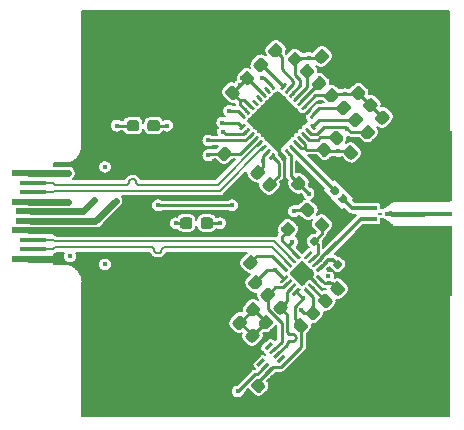
<source format=gbr>
%TF.GenerationSoftware,KiCad,Pcbnew,5.99.0-unknown-6252493~100~ubuntu19.10.1*%
%TF.CreationDate,2020-03-05T21:14:27+01:00*%
%TF.ProjectId,TDR_gen3_pod,5444525f-6765-46e3-935f-706f642e6b69,rev?*%
%TF.SameCoordinates,PX82bfae0PY6cf5110*%
%TF.FileFunction,Copper,L1,Top*%
%TF.FilePolarity,Positive*%
%FSLAX46Y46*%
G04 Gerber Fmt 4.6, Leading zero omitted, Abs format (unit mm)*
G04 Created by KiCad (PCBNEW 5.99.0-unknown-6252493~100~ubuntu19.10.1) date 2020-03-05 21:14:27*
%MOMM*%
%LPD*%
G01*
G04 APERTURE LIST*
%TA.AperFunction,ComponentPad*%
%ADD10C,5.600000*%
%TD*%
%TA.AperFunction,Conductor*%
%ADD11R,0.100000X0.100000*%
%TD*%
%TA.AperFunction,ComponentPad*%
%ADD12C,0.500000*%
%TD*%
%TA.AperFunction,ComponentPad*%
%ADD13C,3.000000*%
%TD*%
%TA.AperFunction,SMDPad,CuDef*%
%ADD14R,5.000000X0.410000*%
%TD*%
%TA.AperFunction,SMDPad,CuDef*%
%ADD15R,5.000000X6.000000*%
%TD*%
%TA.AperFunction,SMDPad,CuDef*%
%ADD16C,0.250000*%
%TD*%
%TA.AperFunction,ComponentPad*%
%ADD17C,0.310000*%
%TD*%
%TA.AperFunction,SMDPad,CuDef*%
%ADD18R,3.000000X0.600000*%
%TD*%
%TA.AperFunction,SMDPad,CuDef*%
%ADD19R,2.200000X0.440000*%
%TD*%
%TA.AperFunction,SMDPad,CuDef*%
%ADD20R,2.600000X0.600000*%
%TD*%
%TA.AperFunction,SMDPad,CuDef*%
%ADD21R,0.300000X0.475000*%
%TD*%
%TA.AperFunction,SMDPad,CuDef*%
%ADD22R,0.100000X0.750000*%
%TD*%
%TA.AperFunction,SMDPad,CuDef*%
%ADD23R,0.300000X0.150000*%
%TD*%
%TA.AperFunction,SMDPad,CuDef*%
%ADD24R,0.350000X0.350000*%
%TD*%
%TA.AperFunction,SMDPad,CuDef*%
%ADD25R,0.350000X0.450000*%
%TD*%
%TA.AperFunction,ViaPad*%
%ADD26C,0.450000*%
%TD*%
%TA.AperFunction,Conductor*%
%ADD27C,0.250000*%
%TD*%
%TA.AperFunction,Conductor*%
%ADD28C,0.350000*%
%TD*%
%TA.AperFunction,Conductor*%
%ADD29C,0.410000*%
%TD*%
%TA.AperFunction,Conductor*%
%ADD30C,0.200000*%
%TD*%
%TA.AperFunction,Conductor*%
%ADD31C,0.600000*%
%TD*%
G04 APERTURE END LIST*
%TO.C,REF\u002A\u002A*%
G36*
X24729326Y22869528D02*
G01*
X24481838Y22622040D01*
X24305062Y22869528D01*
X24481838Y23046304D01*
X24729326Y22869528D01*
G37*
G36*
X32775000Y17705000D02*
G01*
X32775000Y17295000D01*
X32475000Y17275000D01*
X32475000Y17725000D01*
X32775000Y17705000D01*
G37*
G36*
X26977960Y13681838D02*
G01*
X26730472Y13505062D01*
X26553696Y13681838D01*
X26730472Y13929326D01*
X26977960Y13681838D01*
G37*
G36*
X27334026Y13331838D02*
G01*
X27086538Y13155062D01*
X26909762Y13331838D01*
X27086538Y13579326D01*
X27334026Y13331838D01*
G37*
%TD*%
D10*
%TO.P,H103,1*%
%TO.N,GND*%
X33400000Y30500000D03*
%TD*%
%TA.AperFunction,SMDPad,CuDef*%
%TO.P,R112,2*%
%TO.N,Net-(C103-Pad2)*%
G36*
X26874250Y17171934D02*
G01*
X26951301Y17120451D01*
X27357887Y16713865D01*
X27409370Y16636814D01*
X27427449Y16545927D01*
X27409370Y16455040D01*
X27357887Y16377989D01*
X27022011Y16042113D01*
X26944960Y15990630D01*
X26854073Y15972551D01*
X26763186Y15990630D01*
X26686135Y16042113D01*
X26279549Y16448699D01*
X26228066Y16525750D01*
X26209987Y16616637D01*
X26228066Y16707524D01*
X26279549Y16784575D01*
X26615425Y17120451D01*
X26692476Y17171934D01*
X26783363Y17190013D01*
X26874250Y17171934D01*
G37*
%TD.AperFunction*%
%TA.AperFunction,SMDPad,CuDef*%
%TO.P,R112,1*%
%TO.N,/COMP_VOLTAGE*%
G36*
X25636814Y18409370D02*
G01*
X25713865Y18357887D01*
X26120451Y17951301D01*
X26171934Y17874250D01*
X26190013Y17783363D01*
X26171934Y17692476D01*
X26120451Y17615425D01*
X25784575Y17279549D01*
X25707524Y17228066D01*
X25616637Y17209987D01*
X25525750Y17228066D01*
X25448699Y17279549D01*
X25042113Y17686135D01*
X24990630Y17763186D01*
X24972551Y17854073D01*
X24990630Y17944960D01*
X25042113Y18022011D01*
X25377989Y18357887D01*
X25455040Y18409370D01*
X25545927Y18427449D01*
X25636814Y18409370D01*
G37*
%TD.AperFunction*%
%TD*%
%TA.AperFunction,SMDPad,CuDef*%
%TO.P,C115,2*%
%TO.N,+3V3*%
G36*
X24944960Y20659370D02*
G01*
X25022011Y20607887D01*
X25357887Y20272011D01*
X25409370Y20194960D01*
X25427449Y20104073D01*
X25409370Y20013186D01*
X25357887Y19936135D01*
X24951301Y19529549D01*
X24874250Y19478066D01*
X24783363Y19459987D01*
X24692476Y19478066D01*
X24615425Y19529549D01*
X24279549Y19865425D01*
X24228066Y19942476D01*
X24209987Y20033363D01*
X24228066Y20124250D01*
X24279549Y20201301D01*
X24686135Y20607887D01*
X24763186Y20659370D01*
X24854073Y20677449D01*
X24944960Y20659370D01*
G37*
%TD.AperFunction*%
%TA.AperFunction,SMDPad,CuDef*%
%TO.P,C115,1*%
%TO.N,GND*%
G36*
X23707524Y19421934D02*
G01*
X23784575Y19370451D01*
X24120451Y19034575D01*
X24171934Y18957524D01*
X24190013Y18866637D01*
X24171934Y18775750D01*
X24120451Y18698699D01*
X23713865Y18292113D01*
X23636814Y18240630D01*
X23545927Y18222551D01*
X23455040Y18240630D01*
X23377989Y18292113D01*
X23042113Y18627989D01*
X22990630Y18705040D01*
X22972551Y18795927D01*
X22990630Y18886814D01*
X23042113Y18963865D01*
X23448699Y19370451D01*
X23525750Y19421934D01*
X23616637Y19440013D01*
X23707524Y19421934D01*
G37*
%TD.AperFunction*%
%TD*%
%TA.AperFunction,Conductor*%
%TO.N,/PULSE_GEN*%
%TO.C,REF\u002A\u002A*%
G36*
X24676293Y22745784D02*
G01*
X24605582Y22675073D01*
X24534871Y22745784D01*
X24605582Y22816495D01*
X24676293Y22745784D01*
G37*
%TD.AperFunction*%
%TA.AperFunction,Conductor*%
G36*
X24464161Y22957916D02*
G01*
X24393450Y22887205D01*
X24322739Y22957916D01*
X24393450Y23028627D01*
X24464161Y22957916D01*
G37*
%TD.AperFunction*%
%TD*%
D11*
%TO.N,/TDR_PORT*%
%TO.C,REF\u002A\u002A*%
X32475000Y17500000D03*
X32775000Y17500000D03*
%TD*%
%TA.AperFunction,Conductor*%
%TO.N,/TDR_COMP*%
%TO.C,REF\u002A\u002A*%
G36*
X26642084Y13664161D02*
G01*
X26712795Y13593450D01*
X26642084Y13522739D01*
X26571373Y13593450D01*
X26642084Y13664161D01*
G37*
%TD.AperFunction*%
%TA.AperFunction,Conductor*%
G36*
X26854216Y13876293D02*
G01*
X26924927Y13805582D01*
X26854216Y13734871D01*
X26783505Y13805582D01*
X26854216Y13876293D01*
G37*
%TD.AperFunction*%
%TD*%
%TA.AperFunction,Conductor*%
%TO.N,/COMP_T*%
%TO.C,REF\u002A\u002A*%
G36*
X27210282Y13526293D02*
G01*
X27280993Y13455582D01*
X27210282Y13384871D01*
X27139571Y13455582D01*
X27210282Y13526293D01*
G37*
%TD.AperFunction*%
%TA.AperFunction,Conductor*%
G36*
X26998150Y13314161D02*
G01*
X27068861Y13243450D01*
X26998150Y13172739D01*
X26927439Y13243450D01*
X26998150Y13314161D01*
G37*
%TD.AperFunction*%
%TD*%
%TA.AperFunction,SMDPad,CuDef*%
%TO.P,C118,1*%
%TO.N,GND*%
G36*
X20063806Y11040652D02*
G01*
X20140857Y10989169D01*
X20476733Y10653293D01*
X20528216Y10576242D01*
X20546295Y10485355D01*
X20528216Y10394468D01*
X20476733Y10317417D01*
X20070147Y9910831D01*
X19993096Y9859348D01*
X19902209Y9841269D01*
X19811322Y9859348D01*
X19734271Y9910831D01*
X19398395Y10246707D01*
X19346912Y10323758D01*
X19328833Y10414645D01*
X19346912Y10505532D01*
X19398395Y10582583D01*
X19804981Y10989169D01*
X19882032Y11040652D01*
X19972919Y11058731D01*
X20063806Y11040652D01*
G37*
%TD.AperFunction*%
%TA.AperFunction,SMDPad,CuDef*%
%TO.P,C118,2*%
%TO.N,+3V3*%
G36*
X21301242Y12278088D02*
G01*
X21378293Y12226605D01*
X21714169Y11890729D01*
X21765652Y11813678D01*
X21783731Y11722791D01*
X21765652Y11631904D01*
X21714169Y11554853D01*
X21307583Y11148267D01*
X21230532Y11096784D01*
X21139645Y11078705D01*
X21048758Y11096784D01*
X20971707Y11148267D01*
X20635831Y11484143D01*
X20584348Y11561194D01*
X20566269Y11652081D01*
X20584348Y11742968D01*
X20635831Y11820019D01*
X21042417Y12226605D01*
X21119468Y12278088D01*
X21210355Y12296167D01*
X21301242Y12278088D01*
G37*
%TD.AperFunction*%
%TD*%
%TA.AperFunction,SMDPad,CuDef*%
%TO.P,C117,1*%
%TO.N,GND*%
G36*
X26324250Y7403216D02*
G01*
X26401301Y7351733D01*
X26807887Y6945147D01*
X26859370Y6868096D01*
X26877449Y6777209D01*
X26859370Y6686322D01*
X26807887Y6609271D01*
X26472011Y6273395D01*
X26394960Y6221912D01*
X26304073Y6203833D01*
X26213186Y6221912D01*
X26136135Y6273395D01*
X25729549Y6679981D01*
X25678066Y6757032D01*
X25659987Y6847919D01*
X25678066Y6938806D01*
X25729549Y7015857D01*
X26065425Y7351733D01*
X26142476Y7403216D01*
X26233363Y7421295D01*
X26324250Y7403216D01*
G37*
%TD.AperFunction*%
%TA.AperFunction,SMDPad,CuDef*%
%TO.P,C117,2*%
%TO.N,+3V3*%
G36*
X25086814Y8640652D02*
G01*
X25163865Y8589169D01*
X25570451Y8182583D01*
X25621934Y8105532D01*
X25640013Y8014645D01*
X25621934Y7923758D01*
X25570451Y7846707D01*
X25234575Y7510831D01*
X25157524Y7459348D01*
X25066637Y7441269D01*
X24975750Y7459348D01*
X24898699Y7510831D01*
X24492113Y7917417D01*
X24440630Y7994468D01*
X24422551Y8085355D01*
X24440630Y8176242D01*
X24492113Y8253293D01*
X24827989Y8589169D01*
X24905040Y8640652D01*
X24995927Y8658731D01*
X25086814Y8640652D01*
G37*
%TD.AperFunction*%
%TD*%
D12*
%TO.P,J101,2*%
%TO.N,GND*%
X36900000Y23050000D03*
X36900000Y21850000D03*
X33900000Y23950000D03*
X33300000Y23650000D03*
X33300000Y23050000D03*
X33300000Y22450000D03*
X33300000Y21850000D03*
X33300000Y21250000D03*
X36900000Y23650000D03*
X37500000Y23650000D03*
X37500000Y23050000D03*
X37500000Y22450000D03*
X37500000Y21850000D03*
X36900000Y21250000D03*
X37500000Y21250000D03*
X36900000Y20650000D03*
X37500000Y20650000D03*
X36300000Y20650000D03*
X33300000Y20650000D03*
X33900000Y20650000D03*
X34500000Y20050000D03*
X35100000Y20050000D03*
X36900000Y20050000D03*
X37500000Y20050000D03*
X35700000Y20050000D03*
X36300000Y20050000D03*
X33300000Y20050000D03*
X33900000Y20050000D03*
X34500000Y19450000D03*
X35100000Y19450000D03*
X36900000Y19450000D03*
X37500000Y19450000D03*
X35700000Y19450000D03*
X36300000Y19450000D03*
X33300000Y19450000D03*
X33900000Y19450000D03*
X33900000Y11050000D03*
X33300000Y11350000D03*
X33300000Y11950000D03*
X33300000Y12550000D03*
X33300000Y13150000D03*
X33300000Y13750000D03*
X36900000Y11350000D03*
X37500000Y11350000D03*
X36900000Y11950000D03*
X37500000Y11950000D03*
X37500000Y12550000D03*
X37500000Y13150000D03*
X36900000Y13150000D03*
X36900000Y13750000D03*
X37500000Y13750000D03*
X33300000Y14350000D03*
X33900000Y14350000D03*
X36900000Y14350000D03*
X37500000Y14350000D03*
X36300000Y14350000D03*
X33300000Y14950000D03*
X33900000Y14950000D03*
X34500000Y14950000D03*
X35100000Y14950000D03*
X36900000Y14950000D03*
X37500000Y14950000D03*
X35700000Y14950000D03*
X36300000Y14950000D03*
X33300000Y15550000D03*
X33900000Y15550000D03*
X34500000Y15550000D03*
X35100000Y15550000D03*
X36900000Y15550000D03*
X37500000Y15550000D03*
X35700000Y15550000D03*
X36300000Y15550000D03*
X37500000Y18850000D03*
X36900000Y18850000D03*
X36300000Y18850000D03*
X35700000Y18850000D03*
X35100000Y18850000D03*
X34500000Y18850000D03*
X33900000Y18850000D03*
X33300000Y18850000D03*
X37500000Y16150000D03*
X36900000Y16150000D03*
X36300000Y16150000D03*
X35700000Y16150000D03*
X35100000Y16150000D03*
X34500000Y16150000D03*
X33900000Y16150000D03*
X33300000Y16150000D03*
D13*
X35100000Y22250000D03*
X35100000Y12750000D03*
D14*
%TO.P,J101,1*%
%TO.N,/TDR_PORT*%
X35400000Y17500000D03*
D15*
%TO.P,J101,2*%
%TO.N,GND*%
X35400000Y13500000D03*
X35400000Y21500000D03*
%TD*%
%TA.AperFunction,SMDPad,CuDef*%
%TO.P,C103,2*%
%TO.N,Net-(C103-Pad2)*%
G36*
X26249429Y15534907D02*
G01*
X26297281Y15502933D01*
X26505877Y15294337D01*
X26537851Y15246485D01*
X26549079Y15190039D01*
X26537851Y15133593D01*
X26505877Y15085741D01*
X26261925Y14841789D01*
X26214073Y14809815D01*
X26157627Y14798587D01*
X26101181Y14809815D01*
X26053329Y14841789D01*
X25844733Y15050385D01*
X25812759Y15098237D01*
X25801531Y15154683D01*
X25812759Y15211129D01*
X25844733Y15258981D01*
X26088685Y15502933D01*
X26136537Y15534907D01*
X26192983Y15546135D01*
X26249429Y15534907D01*
G37*
%TD.AperFunction*%
%TA.AperFunction,SMDPad,CuDef*%
%TO.P,C103,1*%
%TO.N,GND*%
G36*
X25563535Y16220801D02*
G01*
X25611387Y16188827D01*
X25819983Y15980231D01*
X25851957Y15932379D01*
X25863185Y15875933D01*
X25851957Y15819487D01*
X25819983Y15771635D01*
X25576031Y15527683D01*
X25528179Y15495709D01*
X25471733Y15484481D01*
X25415287Y15495709D01*
X25367435Y15527683D01*
X25158839Y15736279D01*
X25126865Y15784131D01*
X25115637Y15840577D01*
X25126865Y15897023D01*
X25158839Y15944875D01*
X25402791Y16188827D01*
X25450643Y16220801D01*
X25507089Y16232029D01*
X25563535Y16220801D01*
G37*
%TD.AperFunction*%
%TD*%
D16*
%TO.P,U102,1*%
%TO.N,/LOS*%
X22393844Y28491689D02*
X22712042Y28173491D01*
%TO.P,U102,2*%
%TO.N,Net-(U102-Pad2)*%
X22040291Y28138136D02*
X22358489Y27819938D01*
%TO.P,U102,3*%
%TO.N,+3V3*%
X21686737Y27784583D02*
X22004935Y27466385D01*
%TO.P,U102,4*%
%TO.N,Net-(U102-Pad4)*%
X21333184Y27431029D02*
X21651382Y27112831D01*
%TO.P,U102,5*%
%TO.N,Net-(U102-Pad5)*%
X20979631Y27077476D02*
X21297829Y26759278D01*
%TO.P,U102,6*%
%TO.N,+3V3*%
X20626077Y26723923D02*
X20944275Y26405725D01*
%TO.P,U102,7*%
X20272524Y26370369D02*
X20590722Y26052171D01*
%TO.P,U102,8*%
%TO.N,/DISABLE*%
X19918971Y26016816D02*
X20237169Y25698618D01*
%TO.P,U102,9*%
%TO.N,/SCL*%
X20237169Y25026866D02*
X19918971Y24708668D01*
%TO.P,U102,10*%
%TO.N,/SDA*%
X20590722Y24673313D02*
X20272524Y24355115D01*
%TO.P,U102,11*%
%TO.N,/CSEL*%
X20944275Y24319759D02*
X20626077Y24001561D01*
%TO.P,U102,12*%
%TO.N,+3V3*%
X21297829Y23966206D02*
X20979631Y23648008D01*
%TO.P,U102,13*%
%TO.N,/PULSE_P*%
X21651382Y23612653D02*
X21333184Y23294455D01*
%TO.P,U102,14*%
%TO.N,/PULSE_N*%
X22004935Y23259099D02*
X21686737Y22940901D01*
%TO.P,U102,15*%
%TO.N,+3V3*%
X22358489Y22905546D02*
X22040291Y22587348D01*
%TO.P,U102,16*%
%TO.N,Net-(R111-Pad1)*%
X22712042Y22551993D02*
X22393844Y22233795D01*
%TO.P,U102,17*%
%TO.N,GND*%
X23383794Y22551993D02*
X23701992Y22233795D01*
%TO.P,U102,18*%
%TO.N,+3V3*%
X23737347Y22905546D02*
X24055545Y22587348D01*
%TO.P,U102,19*%
%TO.N,/PULSE_GEN*%
X24090901Y23259099D02*
X24409099Y22940901D01*
%TO.P,U102,20*%
%TO.N,+3V3*%
X24444454Y23612653D02*
X24762652Y23294455D01*
%TO.P,U102,21*%
X24798007Y23966206D02*
X25116205Y23648008D01*
%TO.P,U102,22*%
%TO.N,Net-(D101-Pad1)*%
X25151561Y24319759D02*
X25469759Y24001561D01*
%TO.P,U102,23*%
%TO.N,/FAULT*%
X25505114Y24673313D02*
X25823312Y24355115D01*
%TO.P,U102,24*%
%TO.N,Net-(R109-Pad1)*%
X25858667Y25026866D02*
X26176865Y24708668D01*
%TO.P,U102,25*%
%TO.N,Net-(R106-Pad1)*%
X26176865Y26016816D02*
X25858667Y25698618D01*
%TO.P,U102,26*%
%TO.N,GND*%
X25823312Y26370369D02*
X25505114Y26052171D01*
%TO.P,U102,27*%
%TO.N,+3V3*%
X25469759Y26723923D02*
X25151561Y26405725D01*
%TO.P,U102,28*%
%TO.N,Net-(R102-Pad1)*%
X25116205Y27077476D02*
X24798007Y26759278D01*
%TO.P,U102,29*%
%TO.N,Net-(R101-Pad1)*%
X24762652Y27431029D02*
X24444454Y27112831D01*
%TO.P,U102,30*%
%TO.N,+3V3*%
X24409099Y27784583D02*
X24090901Y27466385D01*
%TO.P,U102,31*%
%TO.N,Net-(C102-Pad1)*%
X24055545Y28138136D02*
X23737347Y27819938D01*
%TO.P,U102,32*%
%TO.N,Net-(C102-Pad2)*%
X23701992Y28491689D02*
X23383794Y28173491D01*
%TA.AperFunction,SMDPad,CuDef*%
%TO.P,U102,33*%
%TO.N,GND*%
G36*
X22609512Y27116367D02*
G01*
X23047918Y27554773D01*
X23486324Y27116367D01*
X23047918Y26677961D01*
X22609512Y27116367D01*
G37*
%TD.AperFunction*%
%TA.AperFunction,SMDPad,CuDef*%
G36*
X22171106Y26677961D02*
G01*
X22609512Y27116367D01*
X23047918Y26677961D01*
X22609512Y26239555D01*
X22171106Y26677961D01*
G37*
%TD.AperFunction*%
%TA.AperFunction,SMDPad,CuDef*%
G36*
X21732700Y26239554D02*
G01*
X22171106Y26677960D01*
X22609512Y26239554D01*
X22171106Y25801148D01*
X21732700Y26239554D01*
G37*
%TD.AperFunction*%
%TA.AperFunction,SMDPad,CuDef*%
G36*
X21294293Y25801148D02*
G01*
X21732699Y26239554D01*
X22171105Y25801148D01*
X21732699Y25362742D01*
X21294293Y25801148D01*
G37*
%TD.AperFunction*%
%TA.AperFunction,SMDPad,CuDef*%
G36*
X20855887Y25362742D02*
G01*
X21294293Y25801148D01*
X21732699Y25362742D01*
X21294293Y24924336D01*
X20855887Y25362742D01*
G37*
%TD.AperFunction*%
%TA.AperFunction,SMDPad,CuDef*%
G36*
X23047918Y26677961D02*
G01*
X23486324Y27116367D01*
X23924730Y26677961D01*
X23486324Y26239555D01*
X23047918Y26677961D01*
G37*
%TD.AperFunction*%
%TA.AperFunction,SMDPad,CuDef*%
G36*
X22609512Y26239554D02*
G01*
X23047918Y26677960D01*
X23486324Y26239554D01*
X23047918Y25801148D01*
X22609512Y26239554D01*
G37*
%TD.AperFunction*%
%TA.AperFunction,SMDPad,CuDef*%
G36*
X22171106Y25801148D02*
G01*
X22609512Y26239554D01*
X23047918Y25801148D01*
X22609512Y25362742D01*
X22171106Y25801148D01*
G37*
%TD.AperFunction*%
%TA.AperFunction,SMDPad,CuDef*%
G36*
X21732700Y25362742D02*
G01*
X22171106Y25801148D01*
X22609512Y25362742D01*
X22171106Y24924336D01*
X21732700Y25362742D01*
G37*
%TD.AperFunction*%
%TA.AperFunction,SMDPad,CuDef*%
G36*
X21294293Y24924336D02*
G01*
X21732699Y25362742D01*
X22171105Y24924336D01*
X21732699Y24485930D01*
X21294293Y24924336D01*
G37*
%TD.AperFunction*%
%TA.AperFunction,SMDPad,CuDef*%
G36*
X23486324Y26239554D02*
G01*
X23924730Y26677960D01*
X24363136Y26239554D01*
X23924730Y25801148D01*
X23486324Y26239554D01*
G37*
%TD.AperFunction*%
%TA.AperFunction,SMDPad,CuDef*%
G36*
X23047918Y25801148D02*
G01*
X23486324Y26239554D01*
X23924730Y25801148D01*
X23486324Y25362742D01*
X23047918Y25801148D01*
G37*
%TD.AperFunction*%
%TA.AperFunction,SMDPad,CuDef*%
G36*
X22609512Y25362742D02*
G01*
X23047918Y25801148D01*
X23486324Y25362742D01*
X23047918Y24924336D01*
X22609512Y25362742D01*
G37*
%TD.AperFunction*%
%TA.AperFunction,SMDPad,CuDef*%
G36*
X22171106Y24924336D02*
G01*
X22609512Y25362742D01*
X23047918Y24924336D01*
X22609512Y24485930D01*
X22171106Y24924336D01*
G37*
%TD.AperFunction*%
%TA.AperFunction,SMDPad,CuDef*%
G36*
X21732700Y24485930D02*
G01*
X22171106Y24924336D01*
X22609512Y24485930D01*
X22171106Y24047524D01*
X21732700Y24485930D01*
G37*
%TD.AperFunction*%
%TA.AperFunction,SMDPad,CuDef*%
G36*
X23924731Y25801148D02*
G01*
X24363137Y26239554D01*
X24801543Y25801148D01*
X24363137Y25362742D01*
X23924731Y25801148D01*
G37*
%TD.AperFunction*%
%TA.AperFunction,SMDPad,CuDef*%
G36*
X23486324Y25362742D02*
G01*
X23924730Y25801148D01*
X24363136Y25362742D01*
X23924730Y24924336D01*
X23486324Y25362742D01*
G37*
%TD.AperFunction*%
%TA.AperFunction,SMDPad,CuDef*%
G36*
X23047918Y24924336D02*
G01*
X23486324Y25362742D01*
X23924730Y24924336D01*
X23486324Y24485930D01*
X23047918Y24924336D01*
G37*
%TD.AperFunction*%
%TA.AperFunction,SMDPad,CuDef*%
G36*
X22609512Y24485930D02*
G01*
X23047918Y24924336D01*
X23486324Y24485930D01*
X23047918Y24047524D01*
X22609512Y24485930D01*
G37*
%TD.AperFunction*%
%TA.AperFunction,SMDPad,CuDef*%
G36*
X22171106Y24047523D02*
G01*
X22609512Y24485929D01*
X23047918Y24047523D01*
X22609512Y23609117D01*
X22171106Y24047523D01*
G37*
%TD.AperFunction*%
%TA.AperFunction,SMDPad,CuDef*%
G36*
X24363137Y25362742D02*
G01*
X24801543Y25801148D01*
X25239949Y25362742D01*
X24801543Y24924336D01*
X24363137Y25362742D01*
G37*
%TD.AperFunction*%
%TA.AperFunction,SMDPad,CuDef*%
G36*
X23924731Y24924336D02*
G01*
X24363137Y25362742D01*
X24801543Y24924336D01*
X24363137Y24485930D01*
X23924731Y24924336D01*
G37*
%TD.AperFunction*%
%TA.AperFunction,SMDPad,CuDef*%
G36*
X23486324Y24485930D02*
G01*
X23924730Y24924336D01*
X24363136Y24485930D01*
X23924730Y24047524D01*
X23486324Y24485930D01*
G37*
%TD.AperFunction*%
%TA.AperFunction,SMDPad,CuDef*%
G36*
X23047918Y24047523D02*
G01*
X23486324Y24485929D01*
X23924730Y24047523D01*
X23486324Y23609117D01*
X23047918Y24047523D01*
G37*
%TD.AperFunction*%
%TA.AperFunction,SMDPad,CuDef*%
G36*
X22609512Y23609117D02*
G01*
X23047918Y24047523D01*
X23486324Y23609117D01*
X23047918Y23170711D01*
X22609512Y23609117D01*
G37*
%TD.AperFunction*%
D17*
X23047918Y27116367D03*
X22609512Y26677961D03*
X22171106Y26239554D03*
X21732699Y25801148D03*
X21294293Y25362742D03*
X23486324Y26677961D03*
X23047918Y26239554D03*
X22609512Y25801148D03*
X22171106Y25362742D03*
X21732699Y24924336D03*
X23924730Y26239554D03*
X23486324Y25801148D03*
X23047918Y25362742D03*
X22609512Y24924336D03*
X22171106Y24485930D03*
X24363137Y25801148D03*
X23924730Y25362742D03*
X23486324Y24924336D03*
X23047918Y24485930D03*
X22609512Y24047523D03*
X24801543Y25362742D03*
X24363137Y24924336D03*
X23924730Y24485930D03*
X23486324Y24047523D03*
X23047918Y23609117D03*
%TD*%
D18*
%TO.P,J102,20*%
%TO.N,GND*%
X2000000Y13700000D03*
D19*
%TO.P,J102,19*%
%TO.N,/SAMPLE_P*%
X2400000Y14500000D03*
%TO.P,J102,18*%
%TO.N,/SAMPLE_N*%
X2400000Y15300000D03*
D18*
%TO.P,J102,17*%
%TO.N,GND*%
X2000000Y16100000D03*
D20*
%TO.P,J102,16*%
%TO.N,+3V3*%
X2200000Y16900000D03*
%TO.P,J102,15*%
%TO.N,/VCCR*%
X2200000Y17700000D03*
D18*
%TO.P,J102,14*%
%TO.N,/VEER*%
X2000000Y18500000D03*
D19*
%TO.P,J102,13*%
%TO.N,/PULSE_N*%
X2400000Y19300000D03*
%TO.P,J102,12*%
%TO.N,/PULSE_P*%
X2400000Y20100000D03*
D18*
%TO.P,J102,11*%
%TO.N,/VEER*%
X2000000Y20900000D03*
%TD*%
D10*
%TO.P,H106,1*%
%TO.N,GND*%
X10700000Y4500000D03*
%TD*%
%TO.P,H105,1*%
%TO.N,GND*%
X10700000Y30500000D03*
%TD*%
%TO.P,H101,1*%
%TO.N,GND*%
X33400000Y4500000D03*
%TD*%
%TA.AperFunction,SMDPad,CuDef*%
%TO.P,U104,1*%
%TO.N,Net-(U104-Pad1)*%
G36*
X23538271Y5584699D02*
G01*
X23736261Y5386709D01*
X23205931Y4856379D01*
X23007941Y5054369D01*
X23538271Y5584699D01*
G37*
%TD.AperFunction*%
%TA.AperFunction,SMDPad,CuDef*%
%TO.P,U104,2*%
%TO.N,/COMP_OUT_P*%
G36*
X23184717Y5938253D02*
G01*
X23382707Y5740263D01*
X22852377Y5209933D01*
X22654387Y5407923D01*
X23184717Y5938253D01*
G37*
%TD.AperFunction*%
%TA.AperFunction,SMDPad,CuDef*%
%TO.P,U104,3*%
%TO.N,/COMP_OUT_N*%
G36*
X22831164Y6291806D02*
G01*
X23029154Y6093816D01*
X22498824Y5563486D01*
X22300834Y5761476D01*
X22831164Y6291806D01*
G37*
%TD.AperFunction*%
%TA.AperFunction,SMDPad,CuDef*%
%TO.P,U104,4*%
%TO.N,Net-(U104-Pad4)*%
G36*
X22477610Y6645360D02*
G01*
X22675600Y6447370D01*
X22145270Y5917040D01*
X21947280Y6115030D01*
X22477610Y6645360D01*
G37*
%TD.AperFunction*%
%TA.AperFunction,SMDPad,CuDef*%
%TO.P,U104,5*%
%TO.N,GND*%
G36*
X21452305Y5620055D02*
G01*
X21650295Y5422065D01*
X21119965Y4891735D01*
X20921975Y5089725D01*
X21452305Y5620055D01*
G37*
%TD.AperFunction*%
%TA.AperFunction,SMDPad,CuDef*%
%TO.P,U104,6*%
%TO.N,N/C*%
G36*
X21805859Y5266501D02*
G01*
X22003849Y5068511D01*
X21473519Y4538181D01*
X21275529Y4736171D01*
X21805859Y5266501D01*
G37*
%TD.AperFunction*%
%TA.AperFunction,SMDPad,CuDef*%
%TO.P,U104,7*%
%TO.N,/COMP_OUT*%
G36*
X22159412Y4912948D02*
G01*
X22357402Y4714958D01*
X21827072Y4184628D01*
X21629082Y4382618D01*
X22159412Y4912948D01*
G37*
%TD.AperFunction*%
%TA.AperFunction,SMDPad,CuDef*%
%TO.P,U104,8*%
%TO.N,+3V3*%
G36*
X22512966Y4559394D02*
G01*
X22710956Y4361404D01*
X22180626Y3831074D01*
X21982636Y4029064D01*
X22512966Y4559394D01*
G37*
%TD.AperFunction*%
%TD*%
%TA.AperFunction,SMDPad,CuDef*%
%TO.P,U103,17*%
%TO.N,GND*%
G36*
X25245671Y13458787D02*
G01*
X25326777Y13404594D01*
X26104594Y12626777D01*
X26158787Y12545671D01*
X26177817Y12450000D01*
X26158787Y12354329D01*
X26104594Y12273223D01*
X25326777Y11495406D01*
X25245671Y11441213D01*
X25150000Y11422183D01*
X25054329Y11441213D01*
X24973223Y11495406D01*
X24195406Y12273223D01*
X24141213Y12354329D01*
X24122183Y12450000D01*
X24141213Y12545671D01*
X24195406Y12626777D01*
X24973223Y13404594D01*
X25054329Y13458787D01*
X25150000Y13477817D01*
X25245671Y13458787D01*
G37*
%TD.AperFunction*%
%TA.AperFunction,SMDPad,CuDef*%
%TO.P,U103,1*%
%TO.N,/COMP_T*%
G36*
X26924007Y13285560D02*
G01*
X26944283Y13272012D01*
X27032672Y13183623D01*
X27046220Y13163347D01*
X27050978Y13139429D01*
X27046220Y13115511D01*
X27032672Y13095235D01*
X26537697Y12600260D01*
X26517421Y12586712D01*
X26493503Y12581954D01*
X26469585Y12586712D01*
X26449309Y12600260D01*
X26360920Y12688649D01*
X26347372Y12708925D01*
X26342614Y12732843D01*
X26347372Y12756761D01*
X26360920Y12777037D01*
X26855895Y13272012D01*
X26876171Y13285560D01*
X26900089Y13290318D01*
X26924007Y13285560D01*
G37*
%TD.AperFunction*%
%TA.AperFunction,SMDPad,CuDef*%
%TO.P,U103,2*%
%TO.N,/TDR_COMP*%
G36*
X26570454Y13639113D02*
G01*
X26590730Y13625565D01*
X26679119Y13537176D01*
X26692667Y13516900D01*
X26697425Y13492982D01*
X26692667Y13469064D01*
X26679119Y13448788D01*
X26184144Y12953813D01*
X26163868Y12940265D01*
X26139950Y12935507D01*
X26116032Y12940265D01*
X26095756Y12953813D01*
X26007367Y13042202D01*
X25993819Y13062478D01*
X25989061Y13086396D01*
X25993819Y13110314D01*
X26007367Y13130590D01*
X26502342Y13625565D01*
X26522618Y13639113D01*
X26546536Y13643871D01*
X26570454Y13639113D01*
G37*
%TD.AperFunction*%
%TA.AperFunction,SMDPad,CuDef*%
%TO.P,U103,3*%
%TO.N,Net-(C103-Pad2)*%
G36*
X26216900Y13992667D02*
G01*
X26237176Y13979119D01*
X26325565Y13890730D01*
X26339113Y13870454D01*
X26343871Y13846536D01*
X26339113Y13822618D01*
X26325565Y13802342D01*
X25830590Y13307367D01*
X25810314Y13293819D01*
X25786396Y13289061D01*
X25762478Y13293819D01*
X25742202Y13307367D01*
X25653813Y13395756D01*
X25640265Y13416032D01*
X25635507Y13439950D01*
X25640265Y13463868D01*
X25653813Y13484144D01*
X26148788Y13979119D01*
X26169064Y13992667D01*
X26192982Y13997425D01*
X26216900Y13992667D01*
G37*
%TD.AperFunction*%
%TA.AperFunction,SMDPad,CuDef*%
%TO.P,U103,4*%
%TO.N,Net-(U103-Pad4)*%
G36*
X25863347Y14346220D02*
G01*
X25883623Y14332672D01*
X25972012Y14244283D01*
X25985560Y14224007D01*
X25990318Y14200089D01*
X25985560Y14176171D01*
X25972012Y14155895D01*
X25477037Y13660920D01*
X25456761Y13647372D01*
X25432843Y13642614D01*
X25408925Y13647372D01*
X25388649Y13660920D01*
X25300260Y13749309D01*
X25286712Y13769585D01*
X25281954Y13793503D01*
X25286712Y13817421D01*
X25300260Y13837697D01*
X25795235Y14332672D01*
X25815511Y14346220D01*
X25839429Y14350978D01*
X25863347Y14346220D01*
G37*
%TD.AperFunction*%
%TA.AperFunction,SMDPad,CuDef*%
%TO.P,U103,5*%
%TO.N,/VCCR*%
G36*
X24484489Y14346220D02*
G01*
X24504765Y14332672D01*
X24999740Y13837697D01*
X25013288Y13817421D01*
X25018046Y13793503D01*
X25013288Y13769585D01*
X24999740Y13749309D01*
X24911351Y13660920D01*
X24891075Y13647372D01*
X24867157Y13642614D01*
X24843239Y13647372D01*
X24822963Y13660920D01*
X24327988Y14155895D01*
X24314440Y14176171D01*
X24309682Y14200089D01*
X24314440Y14224007D01*
X24327988Y14244283D01*
X24416377Y14332672D01*
X24436653Y14346220D01*
X24460571Y14350978D01*
X24484489Y14346220D01*
G37*
%TD.AperFunction*%
%TA.AperFunction,SMDPad,CuDef*%
%TO.P,U103,6*%
%TO.N,/SAMPLE_N*%
G36*
X24130936Y13992667D02*
G01*
X24151212Y13979119D01*
X24646187Y13484144D01*
X24659735Y13463868D01*
X24664493Y13439950D01*
X24659735Y13416032D01*
X24646187Y13395756D01*
X24557798Y13307367D01*
X24537522Y13293819D01*
X24513604Y13289061D01*
X24489686Y13293819D01*
X24469410Y13307367D01*
X23974435Y13802342D01*
X23960887Y13822618D01*
X23956129Y13846536D01*
X23960887Y13870454D01*
X23974435Y13890730D01*
X24062824Y13979119D01*
X24083100Y13992667D01*
X24107018Y13997425D01*
X24130936Y13992667D01*
G37*
%TD.AperFunction*%
%TA.AperFunction,SMDPad,CuDef*%
%TO.P,U103,7*%
%TO.N,/SAMPLE_P*%
G36*
X23777382Y13639113D02*
G01*
X23797658Y13625565D01*
X24292633Y13130590D01*
X24306181Y13110314D01*
X24310939Y13086396D01*
X24306181Y13062478D01*
X24292633Y13042202D01*
X24204244Y12953813D01*
X24183968Y12940265D01*
X24160050Y12935507D01*
X24136132Y12940265D01*
X24115856Y12953813D01*
X23620881Y13448788D01*
X23607333Y13469064D01*
X23602575Y13492982D01*
X23607333Y13516900D01*
X23620881Y13537176D01*
X23709270Y13625565D01*
X23729546Y13639113D01*
X23753464Y13643871D01*
X23777382Y13639113D01*
G37*
%TD.AperFunction*%
%TA.AperFunction,SMDPad,CuDef*%
%TO.P,U103,8*%
%TO.N,Net-(R116-Pad1)*%
G36*
X23423829Y13285560D02*
G01*
X23444105Y13272012D01*
X23939080Y12777037D01*
X23952628Y12756761D01*
X23957386Y12732843D01*
X23952628Y12708925D01*
X23939080Y12688649D01*
X23850691Y12600260D01*
X23830415Y12586712D01*
X23806497Y12581954D01*
X23782579Y12586712D01*
X23762303Y12600260D01*
X23267328Y13095235D01*
X23253780Y13115511D01*
X23249022Y13139429D01*
X23253780Y13163347D01*
X23267328Y13183623D01*
X23355717Y13272012D01*
X23375993Y13285560D01*
X23399911Y13290318D01*
X23423829Y13285560D01*
G37*
%TD.AperFunction*%
%TA.AperFunction,SMDPad,CuDef*%
%TO.P,U103,9*%
%TO.N,+3V3*%
G36*
X23830415Y12313288D02*
G01*
X23850691Y12299740D01*
X23939080Y12211351D01*
X23952628Y12191075D01*
X23957386Y12167157D01*
X23952628Y12143239D01*
X23939080Y12122963D01*
X23444105Y11627988D01*
X23423829Y11614440D01*
X23399911Y11609682D01*
X23375993Y11614440D01*
X23355717Y11627988D01*
X23267328Y11716377D01*
X23253780Y11736653D01*
X23249022Y11760571D01*
X23253780Y11784489D01*
X23267328Y11804765D01*
X23762303Y12299740D01*
X23782579Y12313288D01*
X23806497Y12318046D01*
X23830415Y12313288D01*
G37*
%TD.AperFunction*%
%TA.AperFunction,SMDPad,CuDef*%
%TO.P,U103,10*%
%TO.N,/COMP_OUT_N*%
G36*
X24183968Y11959735D02*
G01*
X24204244Y11946187D01*
X24292633Y11857798D01*
X24306181Y11837522D01*
X24310939Y11813604D01*
X24306181Y11789686D01*
X24292633Y11769410D01*
X23797658Y11274435D01*
X23777382Y11260887D01*
X23753464Y11256129D01*
X23729546Y11260887D01*
X23709270Y11274435D01*
X23620881Y11362824D01*
X23607333Y11383100D01*
X23602575Y11407018D01*
X23607333Y11430936D01*
X23620881Y11451212D01*
X24115856Y11946187D01*
X24136132Y11959735D01*
X24160050Y11964493D01*
X24183968Y11959735D01*
G37*
%TD.AperFunction*%
%TA.AperFunction,SMDPad,CuDef*%
%TO.P,U103,11*%
%TO.N,/COMP_OUT_P*%
G36*
X24537522Y11606181D02*
G01*
X24557798Y11592633D01*
X24646187Y11504244D01*
X24659735Y11483968D01*
X24664493Y11460050D01*
X24659735Y11436132D01*
X24646187Y11415856D01*
X24151212Y10920881D01*
X24130936Y10907333D01*
X24107018Y10902575D01*
X24083100Y10907333D01*
X24062824Y10920881D01*
X23974435Y11009270D01*
X23960887Y11029546D01*
X23956129Y11053464D01*
X23960887Y11077382D01*
X23974435Y11097658D01*
X24469410Y11592633D01*
X24489686Y11606181D01*
X24513604Y11610939D01*
X24537522Y11606181D01*
G37*
%TD.AperFunction*%
%TA.AperFunction,SMDPad,CuDef*%
%TO.P,U103,12*%
%TO.N,+3V3*%
G36*
X24891075Y11252628D02*
G01*
X24911351Y11239080D01*
X24999740Y11150691D01*
X25013288Y11130415D01*
X25018046Y11106497D01*
X25013288Y11082579D01*
X24999740Y11062303D01*
X24504765Y10567328D01*
X24484489Y10553780D01*
X24460571Y10549022D01*
X24436653Y10553780D01*
X24416377Y10567328D01*
X24327988Y10655717D01*
X24314440Y10675993D01*
X24309682Y10699911D01*
X24314440Y10723829D01*
X24327988Y10744105D01*
X24822963Y11239080D01*
X24843239Y11252628D01*
X24867157Y11257386D01*
X24891075Y11252628D01*
G37*
%TD.AperFunction*%
%TA.AperFunction,SMDPad,CuDef*%
%TO.P,U103,13*%
%TO.N,/VEER*%
G36*
X25456761Y11252628D02*
G01*
X25477037Y11239080D01*
X25972012Y10744105D01*
X25985560Y10723829D01*
X25990318Y10699911D01*
X25985560Y10675993D01*
X25972012Y10655717D01*
X25883623Y10567328D01*
X25863347Y10553780D01*
X25839429Y10549022D01*
X25815511Y10553780D01*
X25795235Y10567328D01*
X25300260Y11062303D01*
X25286712Y11082579D01*
X25281954Y11106497D01*
X25286712Y11130415D01*
X25300260Y11150691D01*
X25388649Y11239080D01*
X25408925Y11252628D01*
X25432843Y11257386D01*
X25456761Y11252628D01*
G37*
%TD.AperFunction*%
%TA.AperFunction,SMDPad,CuDef*%
%TO.P,U103,14*%
%TO.N,Net-(R114-Pad1)*%
G36*
X25810314Y11606181D02*
G01*
X25830590Y11592633D01*
X26325565Y11097658D01*
X26339113Y11077382D01*
X26343871Y11053464D01*
X26339113Y11029546D01*
X26325565Y11009270D01*
X26237176Y10920881D01*
X26216900Y10907333D01*
X26192982Y10902575D01*
X26169064Y10907333D01*
X26148788Y10920881D01*
X25653813Y11415856D01*
X25640265Y11436132D01*
X25635507Y11460050D01*
X25640265Y11483968D01*
X25653813Y11504244D01*
X25742202Y11592633D01*
X25762478Y11606181D01*
X25786396Y11610939D01*
X25810314Y11606181D01*
G37*
%TD.AperFunction*%
%TA.AperFunction,SMDPad,CuDef*%
%TO.P,U103,15*%
%TO.N,GND*%
G36*
X26163868Y11959735D02*
G01*
X26184144Y11946187D01*
X26679119Y11451212D01*
X26692667Y11430936D01*
X26697425Y11407018D01*
X26692667Y11383100D01*
X26679119Y11362824D01*
X26590730Y11274435D01*
X26570454Y11260887D01*
X26546536Y11256129D01*
X26522618Y11260887D01*
X26502342Y11274435D01*
X26007367Y11769410D01*
X25993819Y11789686D01*
X25989061Y11813604D01*
X25993819Y11837522D01*
X26007367Y11857798D01*
X26095756Y11946187D01*
X26116032Y11959735D01*
X26139950Y11964493D01*
X26163868Y11959735D01*
G37*
%TD.AperFunction*%
%TA.AperFunction,SMDPad,CuDef*%
%TO.P,U103,16*%
%TO.N,/VCCR*%
G36*
X26517421Y12313288D02*
G01*
X26537697Y12299740D01*
X27032672Y11804765D01*
X27046220Y11784489D01*
X27050978Y11760571D01*
X27046220Y11736653D01*
X27032672Y11716377D01*
X26944283Y11627988D01*
X26924007Y11614440D01*
X26900089Y11609682D01*
X26876171Y11614440D01*
X26855895Y11627988D01*
X26360920Y12122963D01*
X26347372Y12143239D01*
X26342614Y12167157D01*
X26347372Y12191075D01*
X26360920Y12211351D01*
X26449309Y12299740D01*
X26469585Y12313288D01*
X26493503Y12318046D01*
X26517421Y12313288D01*
G37*
%TD.AperFunction*%
%TD*%
D21*
%TO.P,U101,4*%
%TO.N,GND*%
X31925000Y16887500D03*
X31925000Y18112500D03*
D22*
X31825000Y17500000D03*
D23*
X31725000Y17500000D03*
D24*
%TO.P,U101,3*%
%TO.N,/PULSE_AC*%
X31350000Y17950000D03*
%TO.P,U101,2*%
%TO.N,/TDR_COMP*%
X31350000Y17050000D03*
D25*
%TO.P,U101,1*%
%TO.N,/TDR_PORT*%
X32300000Y17500000D03*
%TD*%
%TA.AperFunction,SMDPad,CuDef*%
%TO.P,R116,1*%
%TO.N,Net-(R116-Pad1)*%
G36*
X20894960Y13959370D02*
G01*
X20972011Y13907887D01*
X21307887Y13572011D01*
X21359370Y13494960D01*
X21377449Y13404073D01*
X21359370Y13313186D01*
X21307887Y13236135D01*
X20901301Y12829549D01*
X20824250Y12778066D01*
X20733363Y12759987D01*
X20642476Y12778066D01*
X20565425Y12829549D01*
X20229549Y13165425D01*
X20178066Y13242476D01*
X20159987Y13333363D01*
X20178066Y13424250D01*
X20229549Y13501301D01*
X20636135Y13907887D01*
X20713186Y13959370D01*
X20804073Y13977449D01*
X20894960Y13959370D01*
G37*
%TD.AperFunction*%
%TA.AperFunction,SMDPad,CuDef*%
%TO.P,R116,2*%
%TO.N,GND*%
G36*
X19657524Y12721934D02*
G01*
X19734575Y12670451D01*
X20070451Y12334575D01*
X20121934Y12257524D01*
X20140013Y12166637D01*
X20121934Y12075750D01*
X20070451Y11998699D01*
X19663865Y11592113D01*
X19586814Y11540630D01*
X19495927Y11522551D01*
X19405040Y11540630D01*
X19327989Y11592113D01*
X18992113Y11927989D01*
X18940630Y12005040D01*
X18922551Y12095927D01*
X18940630Y12186814D01*
X18992113Y12263865D01*
X19398699Y12670451D01*
X19475750Y12721934D01*
X19566637Y12740013D01*
X19657524Y12721934D01*
G37*
%TD.AperFunction*%
%TD*%
%TA.AperFunction,SMDPad,CuDef*%
%TO.P,R115,2*%
%TO.N,+3V3*%
G36*
X17453387Y17156921D02*
G01*
X17530438Y17105438D01*
X17581921Y17028387D01*
X17600000Y16937500D01*
X17600000Y16462500D01*
X17581921Y16371613D01*
X17530438Y16294562D01*
X17453387Y16243079D01*
X17362500Y16225000D01*
X16787500Y16225000D01*
X16696613Y16243079D01*
X16619562Y16294562D01*
X16568079Y16371613D01*
X16550000Y16462500D01*
X16550000Y16937500D01*
X16568079Y17028387D01*
X16619562Y17105438D01*
X16696613Y17156921D01*
X16787500Y17175000D01*
X17362500Y17175000D01*
X17453387Y17156921D01*
G37*
%TD.AperFunction*%
%TA.AperFunction,SMDPad,CuDef*%
%TO.P,R115,1*%
%TO.N,/DISABLE*%
G36*
X15703387Y17156921D02*
G01*
X15780438Y17105438D01*
X15831921Y17028387D01*
X15850000Y16937500D01*
X15850000Y16462500D01*
X15831921Y16371613D01*
X15780438Y16294562D01*
X15703387Y16243079D01*
X15612500Y16225000D01*
X15037500Y16225000D01*
X14946613Y16243079D01*
X14869562Y16294562D01*
X14818079Y16371613D01*
X14800000Y16462500D01*
X14800000Y16937500D01*
X14818079Y17028387D01*
X14869562Y17105438D01*
X14946613Y17156921D01*
X15037500Y17175000D01*
X15612500Y17175000D01*
X15703387Y17156921D01*
G37*
%TD.AperFunction*%
%TD*%
%TA.AperFunction,SMDPad,CuDef*%
%TO.P,R114,2*%
%TO.N,GND*%
G36*
X28405189Y9487441D02*
G01*
X28482240Y9435958D01*
X28888826Y9029372D01*
X28940309Y8952321D01*
X28958388Y8861434D01*
X28940309Y8770547D01*
X28888826Y8693496D01*
X28552950Y8357620D01*
X28475899Y8306137D01*
X28385012Y8288058D01*
X28294125Y8306137D01*
X28217074Y8357620D01*
X27810488Y8764206D01*
X27759005Y8841257D01*
X27740926Y8932144D01*
X27759005Y9023031D01*
X27810488Y9100082D01*
X28146364Y9435958D01*
X28223415Y9487441D01*
X28314302Y9505520D01*
X28405189Y9487441D01*
G37*
%TD.AperFunction*%
%TA.AperFunction,SMDPad,CuDef*%
%TO.P,R114,1*%
%TO.N,Net-(R114-Pad1)*%
G36*
X27167753Y10724877D02*
G01*
X27244804Y10673394D01*
X27651390Y10266808D01*
X27702873Y10189757D01*
X27720952Y10098870D01*
X27702873Y10007983D01*
X27651390Y9930932D01*
X27315514Y9595056D01*
X27238463Y9543573D01*
X27147576Y9525494D01*
X27056689Y9543573D01*
X26979638Y9595056D01*
X26573052Y10001642D01*
X26521569Y10078693D01*
X26503490Y10169580D01*
X26521569Y10260467D01*
X26573052Y10337518D01*
X26908928Y10673394D01*
X26985979Y10724877D01*
X27076866Y10742956D01*
X27167753Y10724877D01*
G37*
%TD.AperFunction*%
%TD*%
%TA.AperFunction,SMDPad,CuDef*%
%TO.P,R113,2*%
%TO.N,+3V3*%
G36*
X32063678Y26228088D02*
G01*
X32140729Y26176605D01*
X32476605Y25840729D01*
X32528088Y25763678D01*
X32546167Y25672791D01*
X32528088Y25581904D01*
X32476605Y25504853D01*
X32070019Y25098267D01*
X31992968Y25046784D01*
X31902081Y25028705D01*
X31811194Y25046784D01*
X31734143Y25098267D01*
X31398267Y25434143D01*
X31346784Y25511194D01*
X31328705Y25602081D01*
X31346784Y25692968D01*
X31398267Y25770019D01*
X31804853Y26176605D01*
X31881904Y26228088D01*
X31972791Y26246167D01*
X32063678Y26228088D01*
G37*
%TD.AperFunction*%
%TA.AperFunction,SMDPad,CuDef*%
%TO.P,R113,1*%
%TO.N,/FAULT*%
G36*
X30826242Y24990652D02*
G01*
X30903293Y24939169D01*
X31239169Y24603293D01*
X31290652Y24526242D01*
X31308731Y24435355D01*
X31290652Y24344468D01*
X31239169Y24267417D01*
X30832583Y23860831D01*
X30755532Y23809348D01*
X30664645Y23791269D01*
X30573758Y23809348D01*
X30496707Y23860831D01*
X30160831Y24196707D01*
X30109348Y24273758D01*
X30091269Y24364645D01*
X30109348Y24455532D01*
X30160831Y24532583D01*
X30567417Y24939169D01*
X30644468Y24990652D01*
X30735355Y25008731D01*
X30826242Y24990652D01*
G37*
%TD.AperFunction*%
%TD*%
%TA.AperFunction,SMDPad,CuDef*%
%TO.P,R111,2*%
%TO.N,GND*%
G36*
X21282650Y19324268D02*
G01*
X21359701Y19272785D01*
X21695577Y18936909D01*
X21747060Y18859858D01*
X21765139Y18768971D01*
X21747060Y18678084D01*
X21695577Y18601033D01*
X21288991Y18194447D01*
X21211940Y18142964D01*
X21121053Y18124885D01*
X21030166Y18142964D01*
X20953115Y18194447D01*
X20617239Y18530323D01*
X20565756Y18607374D01*
X20547677Y18698261D01*
X20565756Y18789148D01*
X20617239Y18866199D01*
X21023825Y19272785D01*
X21100876Y19324268D01*
X21191763Y19342347D01*
X21282650Y19324268D01*
G37*
%TD.AperFunction*%
%TA.AperFunction,SMDPad,CuDef*%
%TO.P,R111,1*%
%TO.N,Net-(R111-Pad1)*%
G36*
X22520086Y20561704D02*
G01*
X22597137Y20510221D01*
X22933013Y20174345D01*
X22984496Y20097294D01*
X23002575Y20006407D01*
X22984496Y19915520D01*
X22933013Y19838469D01*
X22526427Y19431883D01*
X22449376Y19380400D01*
X22358489Y19362321D01*
X22267602Y19380400D01*
X22190551Y19431883D01*
X21854675Y19767759D01*
X21803192Y19844810D01*
X21785113Y19935697D01*
X21803192Y20026584D01*
X21854675Y20103635D01*
X22261261Y20510221D01*
X22338312Y20561704D01*
X22429199Y20579783D01*
X22520086Y20561704D01*
G37*
%TD.AperFunction*%
%TD*%
%TA.AperFunction,SMDPad,CuDef*%
%TO.P,R110,1*%
%TO.N,GND*%
G36*
X28915221Y12869115D02*
G01*
X28963073Y12837141D01*
X29171669Y12628545D01*
X29203643Y12580693D01*
X29214871Y12524247D01*
X29203643Y12467801D01*
X29171669Y12419949D01*
X28927717Y12175997D01*
X28879865Y12144023D01*
X28823419Y12132795D01*
X28766973Y12144023D01*
X28719121Y12175997D01*
X28510525Y12384593D01*
X28478551Y12432445D01*
X28467323Y12488891D01*
X28478551Y12545337D01*
X28510525Y12593189D01*
X28754477Y12837141D01*
X28802329Y12869115D01*
X28858775Y12880343D01*
X28915221Y12869115D01*
G37*
%TD.AperFunction*%
%TA.AperFunction,SMDPad,CuDef*%
%TO.P,R110,2*%
%TO.N,/COMP_T*%
G36*
X28229327Y13555009D02*
G01*
X28277179Y13523035D01*
X28485775Y13314439D01*
X28517749Y13266587D01*
X28528977Y13210141D01*
X28517749Y13153695D01*
X28485775Y13105843D01*
X28241823Y12861891D01*
X28193971Y12829917D01*
X28137525Y12818689D01*
X28081079Y12829917D01*
X28033227Y12861891D01*
X27824631Y13070487D01*
X27792657Y13118339D01*
X27781429Y13174785D01*
X27792657Y13231231D01*
X27824631Y13279083D01*
X28068583Y13523035D01*
X28116435Y13555009D01*
X28172881Y13566237D01*
X28229327Y13555009D01*
G37*
%TD.AperFunction*%
%TD*%
%TA.AperFunction,SMDPad,CuDef*%
%TO.P,R109,2*%
%TO.N,+3V3*%
G36*
X31044960Y27284370D02*
G01*
X31122011Y27232887D01*
X31457887Y26897011D01*
X31509370Y26819960D01*
X31527449Y26729073D01*
X31509370Y26638186D01*
X31457887Y26561135D01*
X31051301Y26154549D01*
X30974250Y26103066D01*
X30883363Y26084987D01*
X30792476Y26103066D01*
X30715425Y26154549D01*
X30379549Y26490425D01*
X30328066Y26567476D01*
X30309987Y26658363D01*
X30328066Y26749250D01*
X30379549Y26826301D01*
X30786135Y27232887D01*
X30863186Y27284370D01*
X30954073Y27302449D01*
X31044960Y27284370D01*
G37*
%TD.AperFunction*%
%TA.AperFunction,SMDPad,CuDef*%
%TO.P,R109,1*%
%TO.N,Net-(R109-Pad1)*%
G36*
X29807524Y26046934D02*
G01*
X29884575Y25995451D01*
X30220451Y25659575D01*
X30271934Y25582524D01*
X30290013Y25491637D01*
X30271934Y25400750D01*
X30220451Y25323699D01*
X29813865Y24917113D01*
X29736814Y24865630D01*
X29645927Y24847551D01*
X29555040Y24865630D01*
X29477989Y24917113D01*
X29142113Y25252989D01*
X29090630Y25330040D01*
X29072551Y25420927D01*
X29090630Y25511814D01*
X29142113Y25588865D01*
X29548699Y25995451D01*
X29625750Y26046934D01*
X29716637Y26065013D01*
X29807524Y26046934D01*
G37*
%TD.AperFunction*%
%TD*%
%TA.AperFunction,SMDPad,CuDef*%
%TO.P,R108,2*%
%TO.N,/COMP_OUT_N*%
G36*
X22341748Y11237530D02*
G01*
X22418799Y11186047D01*
X22754675Y10850171D01*
X22806158Y10773120D01*
X22824237Y10682233D01*
X22806158Y10591346D01*
X22754675Y10514295D01*
X22348089Y10107709D01*
X22271038Y10056226D01*
X22180151Y10038147D01*
X22089264Y10056226D01*
X22012213Y10107709D01*
X21676337Y10443585D01*
X21624854Y10520636D01*
X21606775Y10611523D01*
X21624854Y10702410D01*
X21676337Y10779461D01*
X22082923Y11186047D01*
X22159974Y11237530D01*
X22250861Y11255609D01*
X22341748Y11237530D01*
G37*
%TD.AperFunction*%
%TA.AperFunction,SMDPad,CuDef*%
%TO.P,R108,1*%
%TO.N,Net-(C101-Pad1)*%
G36*
X21104312Y10000094D02*
G01*
X21181363Y9948611D01*
X21517239Y9612735D01*
X21568722Y9535684D01*
X21586801Y9444797D01*
X21568722Y9353910D01*
X21517239Y9276859D01*
X21110653Y8870273D01*
X21033602Y8818790D01*
X20942715Y8800711D01*
X20851828Y8818790D01*
X20774777Y8870273D01*
X20438901Y9206149D01*
X20387418Y9283200D01*
X20369339Y9374087D01*
X20387418Y9464974D01*
X20438901Y9542025D01*
X20845487Y9948611D01*
X20922538Y10000094D01*
X21013425Y10018173D01*
X21104312Y10000094D01*
G37*
%TD.AperFunction*%
%TD*%
%TA.AperFunction,SMDPad,CuDef*%
%TO.P,R107,2*%
%TO.N,/COMP_OUT_P*%
G36*
X23437764Y10141514D02*
G01*
X23514815Y10090031D01*
X23850691Y9754155D01*
X23902174Y9677104D01*
X23920253Y9586217D01*
X23902174Y9495330D01*
X23850691Y9418279D01*
X23444105Y9011693D01*
X23367054Y8960210D01*
X23276167Y8942131D01*
X23185280Y8960210D01*
X23108229Y9011693D01*
X22772353Y9347569D01*
X22720870Y9424620D01*
X22702791Y9515507D01*
X22720870Y9606394D01*
X22772353Y9683445D01*
X23178939Y10090031D01*
X23255990Y10141514D01*
X23346877Y10159593D01*
X23437764Y10141514D01*
G37*
%TD.AperFunction*%
%TA.AperFunction,SMDPad,CuDef*%
%TO.P,R107,1*%
%TO.N,Net-(C101-Pad1)*%
G36*
X22200328Y8904078D02*
G01*
X22277379Y8852595D01*
X22613255Y8516719D01*
X22664738Y8439668D01*
X22682817Y8348781D01*
X22664738Y8257894D01*
X22613255Y8180843D01*
X22206669Y7774257D01*
X22129618Y7722774D01*
X22038731Y7704695D01*
X21947844Y7722774D01*
X21870793Y7774257D01*
X21534917Y8110133D01*
X21483434Y8187184D01*
X21465355Y8278071D01*
X21483434Y8368958D01*
X21534917Y8446009D01*
X21941503Y8852595D01*
X22018554Y8904078D01*
X22109441Y8922157D01*
X22200328Y8904078D01*
G37*
%TD.AperFunction*%
%TD*%
%TA.AperFunction,SMDPad,CuDef*%
%TO.P,R106,2*%
%TO.N,+3V3*%
G36*
X30013678Y28309370D02*
G01*
X30090729Y28257887D01*
X30426605Y27922011D01*
X30478088Y27844960D01*
X30496167Y27754073D01*
X30478088Y27663186D01*
X30426605Y27586135D01*
X30020019Y27179549D01*
X29942968Y27128066D01*
X29852081Y27109987D01*
X29761194Y27128066D01*
X29684143Y27179549D01*
X29348267Y27515425D01*
X29296784Y27592476D01*
X29278705Y27683363D01*
X29296784Y27774250D01*
X29348267Y27851301D01*
X29754853Y28257887D01*
X29831904Y28309370D01*
X29922791Y28327449D01*
X30013678Y28309370D01*
G37*
%TD.AperFunction*%
%TA.AperFunction,SMDPad,CuDef*%
%TO.P,R106,1*%
%TO.N,Net-(R106-Pad1)*%
G36*
X28776242Y27071934D02*
G01*
X28853293Y27020451D01*
X29189169Y26684575D01*
X29240652Y26607524D01*
X29258731Y26516637D01*
X29240652Y26425750D01*
X29189169Y26348699D01*
X28782583Y25942113D01*
X28705532Y25890630D01*
X28614645Y25872551D01*
X28523758Y25890630D01*
X28446707Y25942113D01*
X28110831Y26277989D01*
X28059348Y26355040D01*
X28041269Y26445927D01*
X28059348Y26536814D01*
X28110831Y26613865D01*
X28517417Y27020451D01*
X28594468Y27071934D01*
X28685355Y27090013D01*
X28776242Y27071934D01*
G37*
%TD.AperFunction*%
%TD*%
%TA.AperFunction,SMDPad,CuDef*%
%TO.P,R104,2*%
%TO.N,+3V3*%
G36*
X11203387Y25406921D02*
G01*
X11280438Y25355438D01*
X11331921Y25278387D01*
X11350000Y25187500D01*
X11350000Y24712500D01*
X11331921Y24621613D01*
X11280438Y24544562D01*
X11203387Y24493079D01*
X11112500Y24475000D01*
X10537500Y24475000D01*
X10446613Y24493079D01*
X10369562Y24544562D01*
X10318079Y24621613D01*
X10300000Y24712500D01*
X10300000Y25187500D01*
X10318079Y25278387D01*
X10369562Y25355438D01*
X10446613Y25406921D01*
X10537500Y25425000D01*
X11112500Y25425000D01*
X11203387Y25406921D01*
G37*
%TD.AperFunction*%
%TA.AperFunction,SMDPad,CuDef*%
%TO.P,R104,1*%
%TO.N,/LOS*%
G36*
X12953387Y25406921D02*
G01*
X13030438Y25355438D01*
X13081921Y25278387D01*
X13100000Y25187500D01*
X13100000Y24712500D01*
X13081921Y24621613D01*
X13030438Y24544562D01*
X12953387Y24493079D01*
X12862500Y24475000D01*
X12287500Y24475000D01*
X12196613Y24493079D01*
X12119562Y24544562D01*
X12068079Y24621613D01*
X12050000Y24712500D01*
X12050000Y25187500D01*
X12068079Y25278387D01*
X12119562Y25355438D01*
X12196613Y25406921D01*
X12287500Y25425000D01*
X12862500Y25425000D01*
X12953387Y25406921D01*
G37*
%TD.AperFunction*%
%TD*%
%TA.AperFunction,SMDPad,CuDef*%
%TO.P,R103,2*%
%TO.N,Net-(C101-Pad1)*%
G36*
X21068956Y7772707D02*
G01*
X21146007Y7721224D01*
X21481883Y7385348D01*
X21533366Y7308297D01*
X21551445Y7217410D01*
X21533366Y7126523D01*
X21481883Y7049472D01*
X21075297Y6642886D01*
X20998246Y6591403D01*
X20907359Y6573324D01*
X20816472Y6591403D01*
X20739421Y6642886D01*
X20403545Y6978762D01*
X20352062Y7055813D01*
X20333983Y7146700D01*
X20352062Y7237587D01*
X20403545Y7314638D01*
X20810131Y7721224D01*
X20887182Y7772707D01*
X20978069Y7790786D01*
X21068956Y7772707D01*
G37*
%TD.AperFunction*%
%TA.AperFunction,SMDPad,CuDef*%
%TO.P,R103,1*%
%TO.N,GND*%
G36*
X19831520Y6535271D02*
G01*
X19908571Y6483788D01*
X20244447Y6147912D01*
X20295930Y6070861D01*
X20314009Y5979974D01*
X20295930Y5889087D01*
X20244447Y5812036D01*
X19837861Y5405450D01*
X19760810Y5353967D01*
X19669923Y5335888D01*
X19579036Y5353967D01*
X19501985Y5405450D01*
X19166109Y5741326D01*
X19114626Y5818377D01*
X19096547Y5909264D01*
X19114626Y6000151D01*
X19166109Y6077202D01*
X19572695Y6483788D01*
X19649746Y6535271D01*
X19740633Y6553350D01*
X19831520Y6535271D01*
G37*
%TD.AperFunction*%
%TD*%
%TA.AperFunction,SMDPad,CuDef*%
%TO.P,R102,2*%
%TO.N,GND*%
G36*
X27947130Y30372811D02*
G01*
X28024181Y30321328D01*
X28360057Y29985452D01*
X28411540Y29908401D01*
X28429619Y29817514D01*
X28411540Y29726627D01*
X28360057Y29649576D01*
X27953471Y29242990D01*
X27876420Y29191507D01*
X27785533Y29173428D01*
X27694646Y29191507D01*
X27617595Y29242990D01*
X27281719Y29578866D01*
X27230236Y29655917D01*
X27212157Y29746804D01*
X27230236Y29837691D01*
X27281719Y29914742D01*
X27688305Y30321328D01*
X27765356Y30372811D01*
X27856243Y30390890D01*
X27947130Y30372811D01*
G37*
%TD.AperFunction*%
%TA.AperFunction,SMDPad,CuDef*%
%TO.P,R102,1*%
%TO.N,Net-(R102-Pad1)*%
G36*
X26709694Y29135375D02*
G01*
X26786745Y29083892D01*
X27122621Y28748016D01*
X27174104Y28670965D01*
X27192183Y28580078D01*
X27174104Y28489191D01*
X27122621Y28412140D01*
X26716035Y28005554D01*
X26638984Y27954071D01*
X26548097Y27935992D01*
X26457210Y27954071D01*
X26380159Y28005554D01*
X26044283Y28341430D01*
X25992800Y28418481D01*
X25974721Y28509368D01*
X25992800Y28600255D01*
X26044283Y28677306D01*
X26450869Y29083892D01*
X26527920Y29135375D01*
X26618807Y29153454D01*
X26709694Y29135375D01*
G37*
%TD.AperFunction*%
%TD*%
%TA.AperFunction,SMDPad,CuDef*%
%TO.P,R101,2*%
%TO.N,+3V3*%
G36*
X26921826Y31398115D02*
G01*
X26998877Y31346632D01*
X27334753Y31010756D01*
X27386236Y30933705D01*
X27404315Y30842818D01*
X27386236Y30751931D01*
X27334753Y30674880D01*
X26928167Y30268294D01*
X26851116Y30216811D01*
X26760229Y30198732D01*
X26669342Y30216811D01*
X26592291Y30268294D01*
X26256415Y30604170D01*
X26204932Y30681221D01*
X26186853Y30772108D01*
X26204932Y30862995D01*
X26256415Y30940046D01*
X26663001Y31346632D01*
X26740052Y31398115D01*
X26830939Y31416194D01*
X26921826Y31398115D01*
G37*
%TD.AperFunction*%
%TA.AperFunction,SMDPad,CuDef*%
%TO.P,R101,1*%
%TO.N,Net-(R101-Pad1)*%
G36*
X25684390Y30160679D02*
G01*
X25761441Y30109196D01*
X26097317Y29773320D01*
X26148800Y29696269D01*
X26166879Y29605382D01*
X26148800Y29514495D01*
X26097317Y29437444D01*
X25690731Y29030858D01*
X25613680Y28979375D01*
X25522793Y28961296D01*
X25431906Y28979375D01*
X25354855Y29030858D01*
X25018979Y29366734D01*
X24967496Y29443785D01*
X24949417Y29534672D01*
X24967496Y29625559D01*
X25018979Y29702610D01*
X25425565Y30109196D01*
X25502616Y30160679D01*
X25593503Y30178758D01*
X25684390Y30160679D01*
G37*
%TD.AperFunction*%
%TD*%
%TA.AperFunction,SMDPad,CuDef*%
%TO.P,D101,1*%
%TO.N,Net-(D101-Pad1)*%
G36*
X28080532Y24515652D02*
G01*
X28157583Y24464169D01*
X28564169Y24057583D01*
X28615652Y23980532D01*
X28633731Y23889645D01*
X28615652Y23798758D01*
X28564169Y23721707D01*
X28228293Y23385831D01*
X28151242Y23334348D01*
X28060355Y23316269D01*
X27969468Y23334348D01*
X27892417Y23385831D01*
X27485831Y23792417D01*
X27434348Y23869468D01*
X27416269Y23960355D01*
X27434348Y24051242D01*
X27485831Y24128293D01*
X27821707Y24464169D01*
X27898758Y24515652D01*
X27989645Y24533731D01*
X28080532Y24515652D01*
G37*
%TD.AperFunction*%
%TA.AperFunction,SMDPad,CuDef*%
%TO.P,D101,2*%
%TO.N,+3V3*%
G36*
X29317968Y23278216D02*
G01*
X29395019Y23226733D01*
X29801605Y22820147D01*
X29853088Y22743096D01*
X29871167Y22652209D01*
X29853088Y22561322D01*
X29801605Y22484271D01*
X29465729Y22148395D01*
X29388678Y22096912D01*
X29297791Y22078833D01*
X29206904Y22096912D01*
X29129853Y22148395D01*
X28723267Y22554981D01*
X28671784Y22632032D01*
X28653705Y22722919D01*
X28671784Y22813806D01*
X28723267Y22890857D01*
X29059143Y23226733D01*
X29136194Y23278216D01*
X29227081Y23296295D01*
X29317968Y23278216D01*
G37*
%TD.AperFunction*%
%TD*%
%TA.AperFunction,SMDPad,CuDef*%
%TO.P,C116,2*%
%TO.N,/PULSE_GEN*%
G36*
X27974124Y19812546D02*
G01*
X28021976Y19780572D01*
X28230572Y19571976D01*
X28262546Y19524124D01*
X28273774Y19467678D01*
X28262546Y19411232D01*
X28230572Y19363380D01*
X27986620Y19119428D01*
X27938768Y19087454D01*
X27882322Y19076226D01*
X27825876Y19087454D01*
X27778024Y19119428D01*
X27569428Y19328024D01*
X27537454Y19375876D01*
X27526226Y19432322D01*
X27537454Y19488768D01*
X27569428Y19536620D01*
X27813380Y19780572D01*
X27861232Y19812546D01*
X27917678Y19823774D01*
X27974124Y19812546D01*
G37*
%TD.AperFunction*%
%TA.AperFunction,SMDPad,CuDef*%
%TO.P,C116,1*%
%TO.N,/PULSE_AC*%
G36*
X28660018Y19126652D02*
G01*
X28707870Y19094678D01*
X28916466Y18886082D01*
X28948440Y18838230D01*
X28959668Y18781784D01*
X28948440Y18725338D01*
X28916466Y18677486D01*
X28672514Y18433534D01*
X28624662Y18401560D01*
X28568216Y18390332D01*
X28511770Y18401560D01*
X28463918Y18433534D01*
X28255322Y18642130D01*
X28223348Y18689982D01*
X28212120Y18746428D01*
X28223348Y18802874D01*
X28255322Y18850726D01*
X28499274Y19094678D01*
X28547126Y19126652D01*
X28603572Y19137880D01*
X28660018Y19126652D01*
G37*
%TD.AperFunction*%
%TD*%
%TA.AperFunction,SMDPad,CuDef*%
%TO.P,C114,2*%
%TO.N,GND*%
G36*
X27353368Y8435620D02*
G01*
X27430419Y8384137D01*
X27837005Y7977551D01*
X27888488Y7900500D01*
X27906567Y7809613D01*
X27888488Y7718726D01*
X27837005Y7641675D01*
X27501129Y7305799D01*
X27424078Y7254316D01*
X27333191Y7236237D01*
X27242304Y7254316D01*
X27165253Y7305799D01*
X26758667Y7712385D01*
X26707184Y7789436D01*
X26689105Y7880323D01*
X26707184Y7971210D01*
X26758667Y8048261D01*
X27094543Y8384137D01*
X27171594Y8435620D01*
X27262481Y8453699D01*
X27353368Y8435620D01*
G37*
%TD.AperFunction*%
%TA.AperFunction,SMDPad,CuDef*%
%TO.P,C114,1*%
%TO.N,/VEER*%
G36*
X26115932Y9673056D02*
G01*
X26192983Y9621573D01*
X26599569Y9214987D01*
X26651052Y9137936D01*
X26669131Y9047049D01*
X26651052Y8956162D01*
X26599569Y8879111D01*
X26263693Y8543235D01*
X26186642Y8491752D01*
X26095755Y8473673D01*
X26004868Y8491752D01*
X25927817Y8543235D01*
X25521231Y8949821D01*
X25469748Y9026872D01*
X25451669Y9117759D01*
X25469748Y9208646D01*
X25521231Y9285697D01*
X25857107Y9621573D01*
X25934158Y9673056D01*
X26025045Y9691135D01*
X26115932Y9673056D01*
G37*
%TD.AperFunction*%
%TD*%
%TA.AperFunction,SMDPad,CuDef*%
%TO.P,C113,2*%
%TO.N,GND*%
G36*
X18065315Y29577315D02*
G01*
X18142366Y29525832D01*
X18548952Y29119246D01*
X18600435Y29042195D01*
X18618514Y28951308D01*
X18600435Y28860421D01*
X18548952Y28783370D01*
X18213076Y28447494D01*
X18136025Y28396011D01*
X18045138Y28377932D01*
X17954251Y28396011D01*
X17877200Y28447494D01*
X17470614Y28854080D01*
X17419131Y28931131D01*
X17401052Y29022018D01*
X17419131Y29112905D01*
X17470614Y29189956D01*
X17806490Y29525832D01*
X17883541Y29577315D01*
X17974428Y29595394D01*
X18065315Y29577315D01*
G37*
%TD.AperFunction*%
%TA.AperFunction,SMDPad,CuDef*%
%TO.P,C113,1*%
%TO.N,+3V3*%
G36*
X19302751Y28339879D02*
G01*
X19379802Y28288396D01*
X19786388Y27881810D01*
X19837871Y27804759D01*
X19855950Y27713872D01*
X19837871Y27622985D01*
X19786388Y27545934D01*
X19450512Y27210058D01*
X19373461Y27158575D01*
X19282574Y27140496D01*
X19191687Y27158575D01*
X19114636Y27210058D01*
X18708050Y27616644D01*
X18656567Y27693695D01*
X18638488Y27784582D01*
X18656567Y27875469D01*
X18708050Y27952520D01*
X19043926Y28288396D01*
X19120977Y28339879D01*
X19211864Y28357958D01*
X19302751Y28339879D01*
G37*
%TD.AperFunction*%
%TD*%
%TA.AperFunction,SMDPad,CuDef*%
%TO.P,C112,2*%
%TO.N,GND*%
G36*
X20236814Y4759370D02*
G01*
X20313865Y4707887D01*
X20720451Y4301301D01*
X20771934Y4224250D01*
X20790013Y4133363D01*
X20771934Y4042476D01*
X20720451Y3965425D01*
X20384575Y3629549D01*
X20307524Y3578066D01*
X20216637Y3559987D01*
X20125750Y3578066D01*
X20048699Y3629549D01*
X19642113Y4036135D01*
X19590630Y4113186D01*
X19572551Y4204073D01*
X19590630Y4294960D01*
X19642113Y4372011D01*
X19977989Y4707887D01*
X20055040Y4759370D01*
X20145927Y4777449D01*
X20236814Y4759370D01*
G37*
%TD.AperFunction*%
%TA.AperFunction,SMDPad,CuDef*%
%TO.P,C112,1*%
%TO.N,+3V3*%
G36*
X21474250Y3521934D02*
G01*
X21551301Y3470451D01*
X21957887Y3063865D01*
X22009370Y2986814D01*
X22027449Y2895927D01*
X22009370Y2805040D01*
X21957887Y2727989D01*
X21622011Y2392113D01*
X21544960Y2340630D01*
X21454073Y2322551D01*
X21363186Y2340630D01*
X21286135Y2392113D01*
X20879549Y2798699D01*
X20828066Y2875750D01*
X20809987Y2966637D01*
X20828066Y3057524D01*
X20879549Y3134575D01*
X21215425Y3470451D01*
X21292476Y3521934D01*
X21383363Y3540013D01*
X21474250Y3521934D01*
G37*
%TD.AperFunction*%
%TD*%
%TA.AperFunction,SMDPad,CuDef*%
%TO.P,C111,2*%
%TO.N,GND*%
G36*
X19302752Y30814752D02*
G01*
X19379803Y30763269D01*
X19786389Y30356683D01*
X19837872Y30279632D01*
X19855951Y30188745D01*
X19837872Y30097858D01*
X19786389Y30020807D01*
X19450513Y29684931D01*
X19373462Y29633448D01*
X19282575Y29615369D01*
X19191688Y29633448D01*
X19114637Y29684931D01*
X18708051Y30091517D01*
X18656568Y30168568D01*
X18638489Y30259455D01*
X18656568Y30350342D01*
X18708051Y30427393D01*
X19043927Y30763269D01*
X19120978Y30814752D01*
X19211865Y30832831D01*
X19302752Y30814752D01*
G37*
%TD.AperFunction*%
%TA.AperFunction,SMDPad,CuDef*%
%TO.P,C111,1*%
%TO.N,+3V3*%
G36*
X20540188Y29577316D02*
G01*
X20617239Y29525833D01*
X21023825Y29119247D01*
X21075308Y29042196D01*
X21093387Y28951309D01*
X21075308Y28860422D01*
X21023825Y28783371D01*
X20687949Y28447495D01*
X20610898Y28396012D01*
X20520011Y28377933D01*
X20429124Y28396012D01*
X20352073Y28447495D01*
X19945487Y28854081D01*
X19894004Y28931132D01*
X19875925Y29022019D01*
X19894004Y29112906D01*
X19945487Y29189957D01*
X20281363Y29525833D01*
X20358414Y29577316D01*
X20449301Y29595395D01*
X20540188Y29577316D01*
G37*
%TD.AperFunction*%
%TD*%
%TA.AperFunction,SMDPad,CuDef*%
%TO.P,C110,2*%
%TO.N,GND*%
G36*
X17457524Y21921934D02*
G01*
X17534575Y21870451D01*
X17870451Y21534575D01*
X17921934Y21457524D01*
X17940013Y21366637D01*
X17921934Y21275750D01*
X17870451Y21198699D01*
X17463865Y20792113D01*
X17386814Y20740630D01*
X17295927Y20722551D01*
X17205040Y20740630D01*
X17127989Y20792113D01*
X16792113Y21127989D01*
X16740630Y21205040D01*
X16722551Y21295927D01*
X16740630Y21386814D01*
X16792113Y21463865D01*
X17198699Y21870451D01*
X17275750Y21921934D01*
X17366637Y21940013D01*
X17457524Y21921934D01*
G37*
%TD.AperFunction*%
%TA.AperFunction,SMDPad,CuDef*%
%TO.P,C110,1*%
%TO.N,+3V3*%
G36*
X18694960Y23159370D02*
G01*
X18772011Y23107887D01*
X19107887Y22772011D01*
X19159370Y22694960D01*
X19177449Y22604073D01*
X19159370Y22513186D01*
X19107887Y22436135D01*
X18701301Y22029549D01*
X18624250Y21978066D01*
X18533363Y21959987D01*
X18442476Y21978066D01*
X18365425Y22029549D01*
X18029549Y22365425D01*
X17978066Y22442476D01*
X17959987Y22533363D01*
X17978066Y22624250D01*
X18029549Y22701301D01*
X18436135Y23107887D01*
X18513186Y23159370D01*
X18604073Y23177449D01*
X18694960Y23159370D01*
G37*
%TD.AperFunction*%
%TD*%
%TA.AperFunction,SMDPad,CuDef*%
%TO.P,C109,2*%
%TO.N,GND*%
G36*
X28292663Y22252911D02*
G01*
X28369714Y22201428D01*
X28776300Y21794842D01*
X28827783Y21717791D01*
X28845862Y21626904D01*
X28827783Y21536017D01*
X28776300Y21458966D01*
X28440424Y21123090D01*
X28363373Y21071607D01*
X28272486Y21053528D01*
X28181599Y21071607D01*
X28104548Y21123090D01*
X27697962Y21529676D01*
X27646479Y21606727D01*
X27628400Y21697614D01*
X27646479Y21788501D01*
X27697962Y21865552D01*
X28033838Y22201428D01*
X28110889Y22252911D01*
X28201776Y22270990D01*
X28292663Y22252911D01*
G37*
%TD.AperFunction*%
%TA.AperFunction,SMDPad,CuDef*%
%TO.P,C109,1*%
%TO.N,+3V3*%
G36*
X27055227Y23490347D02*
G01*
X27132278Y23438864D01*
X27538864Y23032278D01*
X27590347Y22955227D01*
X27608426Y22864340D01*
X27590347Y22773453D01*
X27538864Y22696402D01*
X27202988Y22360526D01*
X27125937Y22309043D01*
X27035050Y22290964D01*
X26944163Y22309043D01*
X26867112Y22360526D01*
X26460526Y22767112D01*
X26409043Y22844163D01*
X26390964Y22935050D01*
X26409043Y23025937D01*
X26460526Y23102988D01*
X26796402Y23438864D01*
X26873453Y23490347D01*
X26964340Y23508426D01*
X27055227Y23490347D01*
G37*
%TD.AperFunction*%
%TD*%
%TA.AperFunction,SMDPad,CuDef*%
%TO.P,C108,2*%
%TO.N,GND*%
G36*
X25896521Y32423420D02*
G01*
X25973572Y32371937D01*
X26309448Y32036061D01*
X26360931Y31959010D01*
X26379010Y31868123D01*
X26360931Y31777236D01*
X26309448Y31700185D01*
X25902862Y31293599D01*
X25825811Y31242116D01*
X25734924Y31224037D01*
X25644037Y31242116D01*
X25566986Y31293599D01*
X25231110Y31629475D01*
X25179627Y31706526D01*
X25161548Y31797413D01*
X25179627Y31888300D01*
X25231110Y31965351D01*
X25637696Y32371937D01*
X25714747Y32423420D01*
X25805634Y32441499D01*
X25896521Y32423420D01*
G37*
%TD.AperFunction*%
%TA.AperFunction,SMDPad,CuDef*%
%TO.P,C108,1*%
%TO.N,+3V3*%
G36*
X24659085Y31185984D02*
G01*
X24736136Y31134501D01*
X25072012Y30798625D01*
X25123495Y30721574D01*
X25141574Y30630687D01*
X25123495Y30539800D01*
X25072012Y30462749D01*
X24665426Y30056163D01*
X24588375Y30004680D01*
X24497488Y29986601D01*
X24406601Y30004680D01*
X24329550Y30056163D01*
X23993674Y30392039D01*
X23942191Y30469090D01*
X23924112Y30559977D01*
X23942191Y30650864D01*
X23993674Y30727915D01*
X24400260Y31134501D01*
X24477311Y31185984D01*
X24568198Y31204063D01*
X24659085Y31185984D01*
G37*
%TD.AperFunction*%
%TD*%
%TA.AperFunction,SMDPad,CuDef*%
%TO.P,C107,2*%
%TO.N,GND*%
G36*
X20257345Y20349573D02*
G01*
X20334396Y20298090D01*
X20670272Y19962214D01*
X20721755Y19885163D01*
X20739834Y19794276D01*
X20721755Y19703389D01*
X20670272Y19626338D01*
X20263686Y19219752D01*
X20186635Y19168269D01*
X20095748Y19150190D01*
X20004861Y19168269D01*
X19927810Y19219752D01*
X19591934Y19555628D01*
X19540451Y19632679D01*
X19522372Y19723566D01*
X19540451Y19814453D01*
X19591934Y19891504D01*
X19998520Y20298090D01*
X20075571Y20349573D01*
X20166458Y20367652D01*
X20257345Y20349573D01*
G37*
%TD.AperFunction*%
%TA.AperFunction,SMDPad,CuDef*%
%TO.P,C107,1*%
%TO.N,+3V3*%
G36*
X21494781Y21587009D02*
G01*
X21571832Y21535526D01*
X21907708Y21199650D01*
X21959191Y21122599D01*
X21977270Y21031712D01*
X21959191Y20940825D01*
X21907708Y20863774D01*
X21501122Y20457188D01*
X21424071Y20405705D01*
X21333184Y20387626D01*
X21242297Y20405705D01*
X21165246Y20457188D01*
X20829370Y20793064D01*
X20777887Y20870115D01*
X20759808Y20961002D01*
X20777887Y21051889D01*
X20829370Y21128940D01*
X21235956Y21535526D01*
X21313007Y21587009D01*
X21403894Y21605088D01*
X21494781Y21587009D01*
G37*
%TD.AperFunction*%
%TD*%
%TA.AperFunction,SMDPad,CuDef*%
%TO.P,C106,2*%
%TO.N,GND*%
G36*
X28972435Y29347506D02*
G01*
X29049486Y29296023D01*
X29385362Y28960147D01*
X29436845Y28883096D01*
X29454924Y28792209D01*
X29436845Y28701322D01*
X29385362Y28624271D01*
X28978776Y28217685D01*
X28901725Y28166202D01*
X28810838Y28148123D01*
X28719951Y28166202D01*
X28642900Y28217685D01*
X28307024Y28553561D01*
X28255541Y28630612D01*
X28237462Y28721499D01*
X28255541Y28812386D01*
X28307024Y28889437D01*
X28713610Y29296023D01*
X28790661Y29347506D01*
X28881548Y29365585D01*
X28972435Y29347506D01*
G37*
%TD.AperFunction*%
%TA.AperFunction,SMDPad,CuDef*%
%TO.P,C106,1*%
%TO.N,+3V3*%
G36*
X27734999Y28110070D02*
G01*
X27812050Y28058587D01*
X28147926Y27722711D01*
X28199409Y27645660D01*
X28217488Y27554773D01*
X28199409Y27463886D01*
X28147926Y27386835D01*
X27741340Y26980249D01*
X27664289Y26928766D01*
X27573402Y26910687D01*
X27482515Y26928766D01*
X27405464Y26980249D01*
X27069588Y27316125D01*
X27018105Y27393176D01*
X27000026Y27484063D01*
X27018105Y27574950D01*
X27069588Y27652001D01*
X27476174Y28058587D01*
X27553225Y28110070D01*
X27644112Y28128149D01*
X27734999Y28110070D01*
G37*
%TD.AperFunction*%
%TD*%
%TA.AperFunction,SMDPad,CuDef*%
%TO.P,C105,2*%
%TO.N,GND*%
G36*
X29439333Y10521585D02*
G01*
X29516384Y10470102D01*
X29922970Y10063516D01*
X29974453Y9986465D01*
X29992532Y9895578D01*
X29974453Y9804691D01*
X29922970Y9727640D01*
X29587094Y9391764D01*
X29510043Y9340281D01*
X29419156Y9322202D01*
X29328269Y9340281D01*
X29251218Y9391764D01*
X28844632Y9798350D01*
X28793149Y9875401D01*
X28775070Y9966288D01*
X28793149Y10057175D01*
X28844632Y10134226D01*
X29180508Y10470102D01*
X29257559Y10521585D01*
X29348446Y10539664D01*
X29439333Y10521585D01*
G37*
%TD.AperFunction*%
%TA.AperFunction,SMDPad,CuDef*%
%TO.P,C105,1*%
%TO.N,/VCCR*%
G36*
X28201897Y11759021D02*
G01*
X28278948Y11707538D01*
X28685534Y11300952D01*
X28737017Y11223901D01*
X28755096Y11133014D01*
X28737017Y11042127D01*
X28685534Y10965076D01*
X28349658Y10629200D01*
X28272607Y10577717D01*
X28181720Y10559638D01*
X28090833Y10577717D01*
X28013782Y10629200D01*
X27607196Y11035786D01*
X27555713Y11112837D01*
X27537634Y11203724D01*
X27555713Y11294611D01*
X27607196Y11371662D01*
X27943072Y11707538D01*
X28020123Y11759021D01*
X28111010Y11777100D01*
X28201897Y11759021D01*
G37*
%TD.AperFunction*%
%TD*%
%TA.AperFunction,SMDPad,CuDef*%
%TO.P,C104,2*%
%TO.N,GND*%
G36*
X22768096Y18028088D02*
G01*
X22845147Y17976605D01*
X23251733Y17570019D01*
X23303216Y17492968D01*
X23321295Y17402081D01*
X23303216Y17311194D01*
X23251733Y17234143D01*
X22915857Y16898267D01*
X22838806Y16846784D01*
X22747919Y16828705D01*
X22657032Y16846784D01*
X22579981Y16898267D01*
X22173395Y17304853D01*
X22121912Y17381904D01*
X22103833Y17472791D01*
X22121912Y17563678D01*
X22173395Y17640729D01*
X22509271Y17976605D01*
X22586322Y18028088D01*
X22677209Y18046167D01*
X22768096Y18028088D01*
G37*
%TD.AperFunction*%
%TA.AperFunction,SMDPad,CuDef*%
%TO.P,C104,1*%
%TO.N,/VCCR*%
G36*
X24005532Y16790652D02*
G01*
X24082583Y16739169D01*
X24489169Y16332583D01*
X24540652Y16255532D01*
X24558731Y16164645D01*
X24540652Y16073758D01*
X24489169Y15996707D01*
X24153293Y15660831D01*
X24076242Y15609348D01*
X23985355Y15591269D01*
X23894468Y15609348D01*
X23817417Y15660831D01*
X23410831Y16067417D01*
X23359348Y16144468D01*
X23341269Y16235355D01*
X23359348Y16326242D01*
X23410831Y16403293D01*
X23746707Y16739169D01*
X23823758Y16790652D01*
X23914645Y16808731D01*
X24005532Y16790652D01*
G37*
%TD.AperFunction*%
%TD*%
%TA.AperFunction,SMDPad,CuDef*%
%TO.P,C102,2*%
%TO.N,Net-(C102-Pad2)*%
G36*
X21759947Y30691009D02*
G01*
X21836998Y30639526D01*
X22172874Y30303650D01*
X22224357Y30226599D01*
X22242436Y30135712D01*
X22224357Y30044825D01*
X22172874Y29967774D01*
X21766288Y29561188D01*
X21689237Y29509705D01*
X21598350Y29491626D01*
X21507463Y29509705D01*
X21430412Y29561188D01*
X21094536Y29897064D01*
X21043053Y29974115D01*
X21024974Y30065002D01*
X21043053Y30155889D01*
X21094536Y30232940D01*
X21501122Y30639526D01*
X21578173Y30691009D01*
X21669060Y30709088D01*
X21759947Y30691009D01*
G37*
%TD.AperFunction*%
%TA.AperFunction,SMDPad,CuDef*%
%TO.P,C102,1*%
%TO.N,Net-(C102-Pad1)*%
G36*
X22997383Y31928445D02*
G01*
X23074434Y31876962D01*
X23410310Y31541086D01*
X23461793Y31464035D01*
X23479872Y31373148D01*
X23461793Y31282261D01*
X23410310Y31205210D01*
X23003724Y30798624D01*
X22926673Y30747141D01*
X22835786Y30729062D01*
X22744899Y30747141D01*
X22667848Y30798624D01*
X22331972Y31134500D01*
X22280489Y31211551D01*
X22262410Y31302438D01*
X22280489Y31393325D01*
X22331972Y31470376D01*
X22738558Y31876962D01*
X22815609Y31928445D01*
X22906496Y31946524D01*
X22997383Y31928445D01*
G37*
%TD.AperFunction*%
%TD*%
%TA.AperFunction,SMDPad,CuDef*%
%TO.P,C101,2*%
%TO.N,GND*%
G36*
X18735504Y7631286D02*
G01*
X18812555Y7579803D01*
X19148431Y7243927D01*
X19199914Y7166876D01*
X19217993Y7075989D01*
X19199914Y6985102D01*
X19148431Y6908051D01*
X18741845Y6501465D01*
X18664794Y6449982D01*
X18573907Y6431903D01*
X18483020Y6449982D01*
X18405969Y6501465D01*
X18070093Y6837341D01*
X18018610Y6914392D01*
X18000531Y7005279D01*
X18018610Y7096166D01*
X18070093Y7173217D01*
X18476679Y7579803D01*
X18553730Y7631286D01*
X18644617Y7649365D01*
X18735504Y7631286D01*
G37*
%TD.AperFunction*%
%TA.AperFunction,SMDPad,CuDef*%
%TO.P,C101,1*%
%TO.N,Net-(C101-Pad1)*%
G36*
X19972940Y8868722D02*
G01*
X20049991Y8817239D01*
X20385867Y8481363D01*
X20437350Y8404312D01*
X20455429Y8313425D01*
X20437350Y8222538D01*
X20385867Y8145487D01*
X19979281Y7738901D01*
X19902230Y7687418D01*
X19811343Y7669339D01*
X19720456Y7687418D01*
X19643405Y7738901D01*
X19307529Y8074777D01*
X19256046Y8151828D01*
X19237967Y8242715D01*
X19256046Y8333602D01*
X19307529Y8410653D01*
X19714115Y8817239D01*
X19791166Y8868722D01*
X19882053Y8886801D01*
X19972940Y8868722D01*
G37*
%TD.AperFunction*%
%TD*%
D26*
%TO.N,GND*%
X22250000Y15850000D03*
X16200000Y15800000D03*
X18100000Y17500000D03*
X14050000Y18800000D03*
X16250000Y20650000D03*
X14700000Y20650000D03*
%TO.N,+3V3*%
X22842068Y12725000D03*
X25250000Y10325000D03*
%TO.N,GND*%
X24475000Y12450000D03*
X25150000Y13125000D03*
X25825000Y12450000D03*
X25150000Y11775000D03*
X25150000Y12450000D03*
X25200000Y15200000D03*
X22450000Y18700000D03*
X29400000Y13075000D03*
X29400000Y11975000D03*
X28025000Y12325000D03*
X30025000Y10600000D03*
X30100000Y9275000D03*
X29425000Y8875000D03*
X29050000Y8225000D03*
X28350000Y7825000D03*
X28025000Y7175000D03*
X27325000Y6800000D03*
X26975000Y6150000D03*
X25700000Y6050000D03*
X26250000Y7875000D03*
X27300000Y8900000D03*
X28325000Y9950000D03*
X19275000Y11125000D03*
X18900000Y12800000D03*
X18550000Y11750000D03*
X19750000Y9400000D03*
X18950000Y10100000D03*
X19675000Y7000000D03*
X18625000Y5975000D03*
X20400000Y5350000D03*
X17950000Y7725000D03*
X19500000Y3525000D03*
X19525000Y4900000D03*
X21375000Y6125000D03*
%TO.N,/VCCR*%
X27425000Y11600000D03*
%TO.N,+3V3*%
X28200000Y22800000D03*
X21800000Y21950000D03*
X19875000Y28375000D03*
X28775000Y27625000D03*
X25700000Y30700000D03*
%TO.N,GND*%
X27775000Y28725000D03*
X26750000Y29700000D03*
X28875000Y29825000D03*
X29925000Y28850000D03*
X27900000Y30850000D03*
X26500000Y32500000D03*
X25150000Y32525000D03*
X24675000Y31725000D03*
X26750000Y21600000D03*
X27450000Y20900000D03*
X28975000Y21025000D03*
X26325000Y20075000D03*
X24700000Y18950000D03*
X26550000Y18775000D03*
X21200000Y19800000D03*
X20100000Y18700000D03*
X21850000Y18100000D03*
X19100000Y19375000D03*
X15700000Y21200000D03*
X16450000Y21950000D03*
X18625000Y29600000D03*
X19875000Y30850000D03*
X18575000Y30900000D03*
X17325000Y29650000D03*
X17400000Y28350000D03*
X26625000Y26975000D03*
X24875000Y21500000D03*
X25250000Y21150000D03*
X25625000Y20800000D03*
X25975000Y20425000D03*
X26675000Y19725000D03*
X26950000Y19175000D03*
X27325000Y18800000D03*
X27700000Y18400000D03*
X28100000Y18000000D03*
X28725000Y17650000D03*
X29350000Y17275000D03*
X26050000Y22275000D03*
X26400000Y21950000D03*
X27100000Y21250000D03*
X27800000Y20550000D03*
X28275000Y20325000D03*
X28625000Y19975000D03*
X29000000Y19625000D03*
X29350000Y19275000D03*
X29675000Y18875000D03*
X30100000Y18625000D03*
X30600000Y18625000D03*
X31100000Y18625000D03*
X31600000Y18625000D03*
X32100000Y18625000D03*
X32575000Y18600000D03*
X28975000Y16925000D03*
X28625000Y16575000D03*
X28250000Y16200000D03*
X27875000Y15850000D03*
X27525000Y15500000D03*
X27175000Y15150000D03*
X32600000Y16400000D03*
X32050000Y16300000D03*
X31525000Y16350000D03*
X31000000Y16350000D03*
X30500000Y16350000D03*
X30100000Y16025000D03*
X29725000Y15675000D03*
X29375000Y15300000D03*
X29000000Y14950000D03*
X28625000Y14575000D03*
X28250000Y14225000D03*
X27425000Y12750000D03*
%TO.N,/VCCR*%
X27325000Y12225000D03*
X24325000Y15100000D03*
%TO.N,/VEER*%
X5325000Y20900000D03*
X5325000Y18500000D03*
%TO.N,/LOS*%
X21750000Y28975000D03*
%TO.N,+3V3*%
X17200000Y22450000D03*
%TO.N,/SDA*%
X18450000Y24450000D03*
%TO.N,/CSEL*%
X17200000Y23700000D03*
%TO.N,/SCL*%
X18385998Y25200000D03*
%TO.N,GND*%
X25200000Y16700000D03*
X21950000Y16700000D03*
%TO.N,/COMP_VOLTAGE*%
X12950000Y18200000D03*
X19200000Y18200000D03*
X24450000Y17700000D03*
%TO.N,/DISABLE*%
X18950000Y26200000D03*
%TO.N,GND*%
X23700000Y19950000D03*
%TO.N,+3V3*%
X25700000Y19200000D03*
%TO.N,/FAULT*%
X28950000Y24700000D03*
%TO.N,/COMP_OUT*%
X19700000Y2450000D03*
X8450000Y13200000D03*
X8450000Y21450000D03*
%TO.N,/DISABLE*%
X14463909Y16686091D03*
%TO.N,+3V3*%
X18200000Y16700000D03*
%TO.N,/LOS*%
X13700000Y24950000D03*
%TO.N,+3V3*%
X9450000Y24950000D03*
X9350000Y18600000D03*
%TO.N,/VEER*%
X25075000Y9325000D03*
X5490872Y13880177D03*
%TO.N,/VCCR*%
X7525000Y18625000D03*
%TO.N,GND*%
X6050000Y21775000D03*
X6275000Y21200000D03*
X6825000Y20950000D03*
X10800000Y18600000D03*
X11900000Y18600000D03*
X5975000Y13150000D03*
X6825000Y13300000D03*
X7575000Y13250000D03*
X9400000Y13300000D03*
X11450000Y13300000D03*
X12900000Y9750000D03*
X12950000Y11825000D03*
X11350000Y11300000D03*
X15350000Y9400000D03*
X15575000Y7025000D03*
X11650000Y20800000D03*
X13100000Y20675000D03*
X13250000Y22425000D03*
X15200000Y22675000D03*
X15675000Y24825000D03*
X17625000Y25750000D03*
X18100000Y27225000D03*
X13450000Y13350000D03*
X14975000Y13950000D03*
X17500000Y13925000D03*
X19125000Y13900000D03*
X15100000Y11900000D03*
X16775000Y10125000D03*
X17350000Y3200000D03*
X18625000Y1450000D03*
X16500000Y1550000D03*
X15550000Y2775000D03*
X15100000Y4650000D03*
X13500000Y6575000D03*
X11850000Y8225000D03*
X10200000Y10025000D03*
X19275000Y15900000D03*
X24150000Y4050000D03*
X22625000Y2650000D03*
X21300000Y31325000D03*
X23275000Y32425000D03*
X15975000Y27375000D03*
X14650000Y26300000D03*
X12050000Y23550000D03*
X10525000Y21850000D03*
X9300000Y20775000D03*
%TD*%
D27*
%TO.N,/VCCR*%
X23450000Y15601366D02*
X23450000Y15210660D01*
X23998150Y16149516D02*
X23450000Y15601366D01*
%TO.N,+3V3*%
X21418718Y2931282D02*
X21418718Y3267156D01*
X21418718Y3267156D02*
X22346796Y4195234D01*
%TO.N,/COMP_OUT_P*%
X24564849Y7135712D02*
X24529108Y7192593D01*
X24424724Y7275837D02*
X24361315Y7298025D01*
X24294559Y7305546D02*
X24150000Y7305546D01*
X24594559Y7005546D02*
X24587037Y7072303D01*
X23857521Y6472303D02*
X23879709Y6535712D01*
X24361315Y6713068D02*
X24424724Y6735256D01*
X23857521Y7538790D02*
X23850000Y7605546D01*
X24564849Y6875381D02*
X24587037Y6938790D01*
X24529108Y6818500D02*
X24564849Y6875381D01*
X24481605Y7240096D02*
X24424724Y7275837D01*
X24424724Y6735256D02*
X24481605Y6770997D01*
X24587037Y6938790D02*
X24594559Y7005546D01*
X24529108Y7192593D02*
X24481605Y7240096D01*
X23915450Y6592593D02*
X23962953Y6640096D01*
X24083243Y7313068D02*
X24019834Y7335256D01*
X23879709Y6535712D02*
X23915450Y6592593D01*
X23850000Y6405546D02*
X23857521Y6472303D01*
X24481605Y6770997D02*
X24529108Y6818500D01*
X23018547Y5574093D02*
X23850000Y6405546D01*
X24587037Y7072303D02*
X24564849Y7135712D01*
X23962953Y6640096D02*
X24019834Y6675837D01*
X24150000Y7305546D02*
X24083243Y7313068D01*
X24019834Y6675837D02*
X24083243Y6698025D01*
X24361315Y7298025D02*
X24294559Y7305546D01*
X24083243Y6698025D02*
X24150000Y6705546D01*
X24150000Y6705546D02*
X24294559Y6705546D01*
X24294559Y6705546D02*
X24361315Y6713068D01*
X24019834Y7335256D02*
X23962953Y7370997D01*
X23962953Y7370997D02*
X23915450Y7418500D01*
X23915450Y7418500D02*
X23879709Y7475381D01*
X23879709Y7475381D02*
X23857521Y7538790D01*
X23850000Y7605546D02*
X23850000Y9012384D01*
X23850000Y9012384D02*
X23311522Y9550862D01*
%TO.N,/COMP_OUT_N*%
X22215506Y9444782D02*
X23400000Y8260288D01*
X22215506Y10646878D02*
X22215506Y9444782D01*
X23400000Y8260288D02*
X23400000Y6662652D01*
X23400000Y6662652D02*
X22664994Y5927646D01*
%TO.N,Net-(C101-Pad1)*%
X19846698Y8278070D02*
X20978070Y9409442D01*
X19846698Y8278070D02*
X19846699Y8278070D01*
X19846699Y8278070D02*
X20942714Y7182055D01*
X20942714Y7182055D02*
X20942715Y7182055D01*
X20942715Y7182055D02*
X22074086Y8313426D01*
X20978070Y9409442D02*
X22074086Y8313426D01*
%TO.N,/VEER*%
X26060400Y9082404D02*
X26060400Y9080484D01*
%TO.N,Net-(C103-Pad2)*%
X26450000Y14103554D02*
X26450000Y14897666D01*
X25989689Y13643243D02*
X26450000Y14103554D01*
X26450000Y14897666D02*
X26175305Y15172361D01*
%TO.N,/COMP_T*%
X26998150Y13243450D02*
X26999204Y13243450D01*
X26999204Y13243450D02*
X27210809Y13455055D01*
%TO.N,/TDR_COMP*%
X26642084Y13593450D02*
X26854216Y13805582D01*
%TO.N,GND*%
X26343243Y11610311D02*
X25503554Y12450000D01*
X25503554Y12450000D02*
X25150000Y12450000D01*
%TO.N,/COMP_OUT_N*%
X23525754Y11250000D02*
X22818628Y11250000D01*
X22818628Y11250000D02*
X22215506Y10646878D01*
X23956757Y11610311D02*
X23886065Y11610311D01*
X23886065Y11610311D02*
X23525754Y11250000D01*
%TO.N,/COMP_OUT_P*%
X23900000Y10846446D02*
X23900000Y10139340D01*
X23900000Y10139340D02*
X23311522Y9550862D01*
X24310311Y11256757D02*
X23900000Y10846446D01*
%TO.N,/VEER*%
X26060400Y9082404D02*
X26060400Y10478940D01*
X26060400Y10478940D02*
X25636136Y10903204D01*
%TO.N,Net-(R114-Pad1)*%
X25989689Y11256757D02*
X27112221Y10134225D01*
D28*
%TO.N,/PULSE_AC*%
X31350000Y17950000D02*
X29400000Y17950000D01*
X29400000Y17950000D02*
X28585894Y18764106D01*
%TO.N,/TDR_COMP*%
X31350000Y17050000D02*
X30098634Y17050000D01*
X30098634Y17050000D02*
X28423150Y15374516D01*
X28423150Y15374516D02*
X26848150Y13799516D01*
%TO.N,/COMP_T*%
X27425980Y13599516D02*
X27355270Y13599516D01*
X27355270Y13599516D02*
X27210809Y13455055D01*
D27*
X26998150Y13243450D02*
X26998150Y13237490D01*
X26998150Y13237490D02*
X26696796Y12936136D01*
%TO.N,/TDR_COMP*%
X26642084Y13593450D02*
X26642084Y13588530D01*
X26642084Y13588530D02*
X26343243Y13289689D01*
D28*
%TO.N,/COMP_T*%
X27748150Y13599516D02*
X27425980Y13599516D01*
X28155203Y13192463D02*
X27748150Y13599516D01*
D27*
%TO.N,+3V3*%
X26265254Y27519418D02*
X25310660Y26564824D01*
X27608757Y27519418D02*
X26265254Y27519418D01*
%TO.N,Net-(R102-Pad1)*%
X26583452Y28544723D02*
X24957106Y26918377D01*
%TO.N,Net-(R101-Pad1)*%
X25558148Y28226525D02*
X24603553Y27271930D01*
X25558148Y29570027D02*
X25558148Y28226525D01*
%TO.N,+3V3*%
X24987615Y28363099D02*
X24250000Y27625484D01*
X24987615Y28798528D02*
X24987615Y28363099D01*
X24532843Y30595332D02*
X24532843Y29253300D01*
X24532843Y29253300D02*
X24987615Y28798528D01*
%TO.N,Net-(C102-Pad1)*%
X23437615Y30771319D02*
X22871141Y31337793D01*
X24387615Y28762118D02*
X23437615Y29712118D01*
X23437615Y29712118D02*
X23437615Y30771319D01*
X23896446Y27979037D02*
X24387615Y28470206D01*
X24387615Y28470206D02*
X24387615Y28762118D01*
%TO.N,Net-(C102-Pad2)*%
X23542893Y28332590D02*
X23553553Y28332590D01*
X21785786Y30100357D02*
X21633705Y30100357D01*
X23553553Y28332590D02*
X21785786Y30100357D01*
%TO.N,+3V3*%
X20484656Y28986664D02*
X21845836Y27625484D01*
X19247219Y27749227D02*
X19897918Y27098528D01*
X20251472Y27098528D02*
X20785176Y26564824D01*
X19897918Y27098528D02*
X20251472Y27098528D01*
X19897918Y26744975D02*
X19897918Y27098528D01*
X20431623Y26211270D02*
X19897918Y26744975D01*
%TO.N,Net-(R106-Pad1)*%
X26610049Y26450000D02*
X26017766Y25857717D01*
X28634062Y26494113D02*
X28589949Y26450000D01*
X28589949Y26450000D02*
X26610049Y26450000D01*
%TO.N,+3V3*%
X21800000Y21427818D02*
X21368539Y20996357D01*
X22199390Y22746447D02*
X21800000Y22347057D01*
%TO.N,Net-(R111-Pad1)*%
X22552943Y22392894D02*
X23145837Y21800000D01*
X23145837Y20723045D02*
X22393844Y19971052D01*
X23145837Y21800000D02*
X23145837Y20723045D01*
D29*
%TO.N,/TDR_PORT*%
X32775000Y17500000D02*
X35400000Y17500000D01*
D27*
%TO.N,+3V3*%
X25000000Y8081282D02*
X25031282Y8050000D01*
%TO.N,/VCCR*%
X28146365Y11168369D02*
X27714734Y11600000D01*
X27060660Y11600000D02*
X26696796Y11963864D01*
%TO.N,Net-(R116-Pad1)*%
X21325000Y13925000D02*
X20768718Y13368718D01*
X23603204Y12936136D02*
X22614340Y13925000D01*
X22614340Y13925000D02*
X21325000Y13925000D01*
D28*
%TO.N,/PULSE_GEN*%
X27900000Y19451366D02*
X27900000Y19450000D01*
X24605582Y22745784D02*
X27900000Y19451366D01*
D30*
%TO.N,/TDR_PORT*%
X32475000Y17500000D02*
X32775000Y17500000D01*
D27*
%TO.N,Net-(R109-Pad1)*%
X29673528Y25448528D02*
X29681282Y25456282D01*
X26017766Y24867767D02*
X26598527Y25448528D01*
X26598527Y25448528D02*
X29673528Y25448528D01*
%TO.N,+3V3*%
X24175000Y22467893D02*
X23896446Y22746447D01*
X27099390Y22800000D02*
X26999695Y22899695D01*
X29262436Y22687564D02*
X29150000Y22800000D01*
X27714339Y27625000D02*
X27608757Y27519418D01*
X29887436Y27718718D02*
X29393718Y27718718D01*
X29393718Y27718718D02*
X29300000Y27625000D01*
X29893718Y27718718D02*
X30918718Y26693718D01*
X29887436Y27718718D02*
X29893718Y27718718D01*
X24637511Y30700000D02*
X24532843Y30595332D01*
X26795584Y30807463D02*
X26688121Y30700000D01*
X21175000Y11687436D02*
X22212564Y12725000D01*
X22842068Y12725000D02*
X23603204Y11963864D01*
X22212564Y12725000D02*
X22842068Y12725000D01*
X23375000Y4525000D02*
X22676562Y4525000D01*
X25062610Y6212610D02*
X23375000Y4525000D01*
X25031282Y8050000D02*
X25062610Y8018672D01*
X22676562Y4525000D02*
X22346796Y4195234D01*
X25062610Y8018672D02*
X25062610Y6212610D01*
%TO.N,/VCCR*%
X27425000Y11600000D02*
X27060660Y11600000D01*
X27714734Y11600000D02*
X27425000Y11600000D01*
%TO.N,+3V3*%
X28200000Y22800000D02*
X27099390Y22800000D01*
X29150000Y22800000D02*
X28200000Y22800000D01*
X24175000Y21650000D02*
X24175000Y21675000D01*
X24175000Y21650000D02*
X24175000Y22467893D01*
X21800000Y22000000D02*
X21800000Y21950000D01*
X21800000Y22000000D02*
X21800000Y21427818D01*
X21800000Y22347057D02*
X21800000Y22000000D01*
X19873996Y28376004D02*
X19875000Y28375000D01*
X19873996Y28376004D02*
X19247219Y27749227D01*
X20484656Y28986664D02*
X19873996Y28376004D01*
X28775000Y27625000D02*
X27714339Y27625000D01*
X29300000Y27625000D02*
X28775000Y27625000D01*
X25675000Y30700000D02*
X25700000Y30700000D01*
X25675000Y30700000D02*
X24637511Y30700000D01*
X26688121Y30700000D02*
X25675000Y30700000D01*
X24603553Y23453554D02*
X24604932Y23453554D01*
X24604932Y23453554D02*
X25008486Y23050000D01*
X25008486Y23050000D02*
X25350000Y23050000D01*
X25350000Y23414213D02*
X24957106Y23807107D01*
X25350000Y23050000D02*
X25350000Y23414213D01*
X25500305Y22899695D02*
X25350000Y23050000D01*
X26999695Y22899695D02*
X25500305Y22899695D01*
D30*
%TO.N,/PULSE_N*%
X2400000Y19300000D02*
X4050001Y19300000D01*
X18195836Y19450000D02*
X21845836Y23100000D01*
X4050001Y19300000D02*
X4200001Y19450000D01*
X4200001Y19450000D02*
X18195836Y19450000D01*
%TO.N,/PULSE_P*%
X4200001Y19950000D02*
X4050001Y20100000D01*
X10310301Y19955850D02*
X10258386Y19950000D01*
X10359614Y19973105D02*
X10310301Y19955850D01*
X10440792Y20037843D02*
X10403850Y20000901D01*
X10468588Y20082079D02*
X10440792Y20037843D01*
X10497542Y20235224D02*
X10485843Y20131392D01*
X10258386Y19950000D02*
X4200001Y19950000D01*
X11085843Y20235224D02*
X11068588Y20284537D01*
X11179535Y20000901D02*
X11142593Y20037843D01*
X10514797Y20284537D02*
X10497542Y20235224D01*
X11114797Y20082079D02*
X11097542Y20131392D01*
X10959614Y20393511D02*
X10910301Y20410766D01*
X17988728Y19950000D02*
X11325000Y19950000D01*
X4050001Y20100000D02*
X2400000Y20100000D01*
X10725000Y20416615D02*
X10673084Y20410766D01*
X10623771Y20393511D02*
X10579535Y20365715D01*
X10403850Y20000901D02*
X10359614Y19973105D01*
X11097542Y20131392D02*
X11085843Y20235224D01*
X21492283Y23453554D02*
X21492282Y23453554D01*
X10579535Y20365715D02*
X10542593Y20328773D01*
X11003850Y20365715D02*
X10959614Y20393511D01*
X11142593Y20037843D02*
X11114797Y20082079D01*
X11325000Y19950000D02*
X11273084Y19955850D01*
X11223771Y19973105D02*
X11179535Y20000901D01*
X21492282Y23453554D02*
X17988728Y19950000D01*
X10542593Y20328773D02*
X10514797Y20284537D01*
X11273084Y19955850D02*
X11223771Y19973105D01*
X11068588Y20284537D02*
X11040792Y20328773D01*
X11040792Y20328773D02*
X11003850Y20365715D01*
X10910301Y20410766D02*
X10858386Y20416615D01*
X10858386Y20416615D02*
X10725000Y20416615D01*
X10485843Y20131392D02*
X10468588Y20082079D01*
X10673084Y20410766D02*
X10623771Y20393511D01*
%TO.N,/SAMPLE_N*%
X4050001Y15300000D02*
X4200001Y15150000D01*
X22803554Y15150000D02*
X24310311Y13643243D01*
X4200001Y15150000D02*
X22803554Y15150000D01*
X2400000Y15300000D02*
X4050001Y15300000D01*
D27*
%TO.N,/VCCR*%
X23955330Y14730330D02*
X23930330Y14730330D01*
X24325000Y15100000D02*
X23955330Y14730330D01*
X23450000Y15210660D02*
X23930330Y14730330D01*
X23930330Y14730330D02*
X24663864Y13996796D01*
D30*
%TO.N,/SAMPLE_P*%
X22596446Y14650000D02*
X23956757Y13289689D01*
X13466614Y14650000D02*
X22596446Y14650000D01*
X13414698Y14644151D02*
X13466614Y14650000D01*
X13256411Y14517922D02*
X13284207Y14562158D01*
X13227457Y14364777D02*
X13239156Y14468609D01*
X12721149Y14234286D02*
X12765385Y14206490D01*
X13321149Y14599100D02*
X13365385Y14626896D01*
X12582406Y14562158D02*
X12610202Y14517922D01*
X12501228Y14626896D02*
X12545464Y14599100D01*
X12639156Y14364777D02*
X12656411Y14315464D01*
X4050001Y14500000D02*
X4200001Y14650000D01*
X12400000Y14650000D02*
X12451915Y14644151D01*
X12684207Y14271228D02*
X12721149Y14234286D01*
X2400000Y14500000D02*
X4050001Y14500000D01*
X13284207Y14562158D02*
X13321149Y14599100D01*
X12627457Y14468609D02*
X12639156Y14364777D01*
X12656411Y14315464D02*
X12684207Y14271228D01*
X12451915Y14644151D02*
X12501228Y14626896D01*
X13101228Y14206490D02*
X13145464Y14234286D01*
X13239156Y14468609D02*
X13256411Y14517922D01*
X4200001Y14650000D02*
X12400000Y14650000D01*
X12765385Y14206490D02*
X12814698Y14189235D01*
X12545464Y14599100D02*
X12582406Y14562158D01*
X12814698Y14189235D02*
X12866614Y14183385D01*
X12866614Y14183385D02*
X13000000Y14183385D01*
X13365385Y14626896D02*
X13414698Y14644151D01*
X13000000Y14183385D02*
X13051915Y14189235D01*
X13051915Y14189235D02*
X13101228Y14206490D01*
X13145464Y14234286D02*
X13182406Y14271228D01*
X13182406Y14271228D02*
X13210202Y14315464D01*
X12610202Y14517922D02*
X12627457Y14468609D01*
X13210202Y14315464D02*
X13227457Y14364777D01*
D31*
%TO.N,GND*%
X2000000Y16100000D02*
X4175000Y16100000D01*
X2000000Y13700000D02*
X4025000Y13700000D01*
%TO.N,/VEER*%
X2000000Y20900000D02*
X5325000Y20900000D01*
X2000000Y18500000D02*
X5325000Y18500000D01*
D27*
%TO.N,/LOS*%
X21910533Y28975000D02*
X22552943Y28332590D01*
X21750000Y28975000D02*
X21910533Y28975000D01*
%TO.N,+3V3*%
X19900342Y22568718D02*
X20365812Y23034188D01*
X18568718Y22568718D02*
X19900342Y22568718D01*
X21138730Y23807107D02*
X20365812Y23034188D01*
X20365812Y23034188D02*
X19900341Y22568718D01*
X17318718Y22568718D02*
X17200000Y22450000D01*
X18568718Y22568718D02*
X17318718Y22568718D01*
%TO.N,/SDA*%
X20431623Y24514214D02*
X20117409Y24200000D01*
X20117409Y24200000D02*
X18700000Y24200000D01*
X18700000Y24200000D02*
X18450000Y24450000D01*
%TO.N,/CSEL*%
X20324516Y23700000D02*
X20785176Y24160660D01*
X17200000Y23700000D02*
X20324516Y23700000D01*
%TO.N,/SCL*%
X19745837Y25200000D02*
X20078070Y24867767D01*
X18385998Y25200000D02*
X19745837Y25200000D01*
%TO.N,Net-(C103-Pad2)*%
X26818718Y15815774D02*
X26818718Y16581282D01*
X26175305Y15172361D02*
X26818718Y15815774D01*
%TO.N,/COMP_VOLTAGE*%
X12950000Y18200000D02*
X19200000Y18200000D01*
X24568718Y17818718D02*
X25581282Y17818718D01*
X24450000Y17700000D02*
X24568718Y17818718D01*
%TO.N,/DISABLE*%
X19735787Y26200000D02*
X20078070Y25857717D01*
X18950000Y26200000D02*
X19735787Y26200000D01*
%TO.N,+3V3*%
X24175000Y20712436D02*
X24175000Y21675000D01*
X24818718Y20068718D02*
X24175000Y20712436D01*
X24818718Y20068718D02*
X24831282Y20068718D01*
X24831282Y20068718D02*
X25700000Y19200000D01*
%TO.N,Net-(D101-Pad1)*%
X26700000Y23950000D02*
X28000000Y23950000D01*
X26475000Y23725000D02*
X26700000Y23950000D01*
X28000000Y23950000D02*
X28025000Y23925000D01*
X25310660Y24160660D02*
X25746320Y23725000D01*
X25746320Y23725000D02*
X26475000Y23725000D01*
%TO.N,/FAULT*%
X28793186Y24856814D02*
X28950000Y24700000D01*
X26970404Y24856814D02*
X28793186Y24856814D01*
X26372724Y24259134D02*
X26970404Y24856814D01*
X25664213Y24514214D02*
X25919293Y24259134D01*
X25919293Y24259134D02*
X26372724Y24259134D01*
%TO.N,/COMP_OUT*%
X21342890Y3898436D02*
X21148436Y3898436D01*
X21993242Y4548788D02*
X21342890Y3898436D01*
X21148436Y3898436D02*
X19700000Y2450000D01*
%TO.N,/DISABLE*%
X15325000Y16700000D02*
X14477818Y16700000D01*
X14477818Y16700000D02*
X14463909Y16686091D01*
%TO.N,+3V3*%
X17075000Y16700000D02*
X18200000Y16700000D01*
%TO.N,/LOS*%
X12575000Y24950000D02*
X13700000Y24950000D01*
%TO.N,+3V3*%
X10825000Y24950000D02*
X9450000Y24950000D01*
%TO.N,/FAULT*%
X29250000Y24400000D02*
X28950000Y24700000D01*
X30700000Y24400000D02*
X29250000Y24400000D01*
%TO.N,+3V3*%
X31937436Y25637436D02*
X31962436Y25637436D01*
X30918718Y26681154D02*
X30918718Y26693718D01*
X31962436Y25637436D02*
X30918718Y26681154D01*
D31*
X2200000Y16900000D02*
X7650000Y16900000D01*
X7650000Y16900000D02*
X9350000Y18600000D01*
D27*
X24525000Y8556282D02*
X25031282Y8050000D01*
X25217068Y10317068D02*
X24525000Y9625000D01*
X24525000Y9625000D02*
X24525000Y8556282D01*
X24663864Y10903204D02*
X25250000Y10317068D01*
X25250000Y10317068D02*
X25217068Y10317068D01*
%TO.N,/VEER*%
X26060400Y9082404D02*
X25317596Y9082404D01*
X25317596Y9082404D02*
X25075000Y9325000D01*
D31*
%TO.N,/VCCR*%
X2200000Y17700000D02*
X6600000Y17700000D01*
X6600000Y17700000D02*
X7525000Y18625000D01*
%TD*%
%TO.N,GND*%
G36*
X31881651Y17017862D02*
G01*
X31980561Y16951772D01*
X31998578Y16944310D01*
X32110456Y16922055D01*
X32120136Y16921102D01*
X32175182Y16921102D01*
X32827106Y16411787D01*
X32858434Y16401000D01*
X37551001Y16401000D01*
X37551001Y349000D01*
X6549000Y349000D01*
X6549000Y11674830D01*
X6553222Y11703949D01*
X6553668Y11713666D01*
X6546585Y11848814D01*
X6545126Y11858431D01*
X6542426Y11869062D01*
X6542426Y11880024D01*
X6541473Y11889705D01*
X6496733Y12114630D01*
X6493909Y12123938D01*
X6487056Y12140484D01*
X6483792Y12158095D01*
X6481090Y12167440D01*
X6396110Y12380446D01*
X6391637Y12389084D01*
X6381880Y12404108D01*
X6375463Y12420825D01*
X6371104Y12429521D01*
X6248730Y12623472D01*
X6242758Y12631150D01*
X6230432Y12644139D01*
X6221073Y12659412D01*
X6215201Y12667169D01*
X6059530Y12835572D01*
X6052259Y12842033D01*
X6037769Y12852560D01*
X6025786Y12865870D01*
X6018599Y12872426D01*
X5834845Y13009641D01*
X5826518Y13014669D01*
X5810356Y13022377D01*
X5796149Y13033279D01*
X5787888Y13038417D01*
X5582206Y13139849D01*
X5573101Y13143276D01*
X5555801Y13147911D01*
X5539844Y13156042D01*
X5530785Y13159588D01*
X5310064Y13221837D01*
X5300488Y13223547D01*
X5282634Y13224953D01*
X5265459Y13230040D01*
X5255908Y13231875D01*
X5027538Y13252859D01*
X5017811Y13252795D01*
X4981702Y13249000D01*
X4149000Y13249000D01*
X4149000Y13292769D01*
X7874000Y13292769D01*
X7874000Y13107231D01*
X7877008Y13090171D01*
X7940467Y12915822D01*
X7949128Y12900820D01*
X8068390Y12758689D01*
X8081660Y12747554D01*
X8242341Y12654785D01*
X8258619Y12648860D01*
X8441339Y12616642D01*
X8458661Y12616642D01*
X8641381Y12648860D01*
X8657659Y12654785D01*
X8818340Y12747554D01*
X8831610Y12758689D01*
X8950872Y12900820D01*
X8959533Y12915822D01*
X9022992Y13090171D01*
X9026000Y13107231D01*
X9026000Y13292769D01*
X9022992Y13309829D01*
X8959533Y13484178D01*
X8950872Y13499180D01*
X8831610Y13641311D01*
X8818340Y13652446D01*
X8657659Y13745215D01*
X8641381Y13751140D01*
X8458661Y13783358D01*
X8441339Y13783358D01*
X8258619Y13751140D01*
X8242341Y13745215D01*
X8081660Y13652446D01*
X8068390Y13641311D01*
X7949128Y13499180D01*
X7940467Y13484178D01*
X7877008Y13309829D01*
X7874000Y13292769D01*
X4149000Y13292769D01*
X4149000Y14059856D01*
X4216222Y14073227D01*
X4234239Y14080690D01*
X4366888Y14169324D01*
X4380677Y14183113D01*
X4391292Y14199000D01*
X5006482Y14199000D01*
X4990000Y14179357D01*
X4981339Y14164355D01*
X4917880Y13990006D01*
X4914872Y13972946D01*
X4914872Y13787408D01*
X4917880Y13770348D01*
X4981339Y13595999D01*
X4990000Y13580997D01*
X5109262Y13438866D01*
X5122532Y13427731D01*
X5283213Y13334962D01*
X5299491Y13329037D01*
X5482211Y13296819D01*
X5499533Y13296819D01*
X5682253Y13329037D01*
X5698531Y13334962D01*
X5859212Y13427731D01*
X5872482Y13438866D01*
X5991744Y13580997D01*
X6000405Y13595999D01*
X6063864Y13770348D01*
X6066872Y13787408D01*
X6066872Y13972946D01*
X6063864Y13990006D01*
X6000405Y14164355D01*
X5991744Y14179357D01*
X5975262Y14199000D01*
X12218126Y14199000D01*
X12221241Y14190842D01*
X12233677Y14151820D01*
X12239627Y14141054D01*
X12243776Y14129196D01*
X12247873Y14120375D01*
X12248632Y14119088D01*
X12249166Y14117690D01*
X12253509Y14108986D01*
X12260192Y14098351D01*
X12264897Y14086991D01*
X12287661Y14052922D01*
X12308486Y14017618D01*
X12316687Y14008442D01*
X12323371Y13997804D01*
X12329330Y13990113D01*
X12330352Y13989032D01*
X12331176Y13987799D01*
X12337348Y13980278D01*
X12346232Y13971394D01*
X12353346Y13961367D01*
X12383130Y13933209D01*
X12411288Y13903425D01*
X12421315Y13896311D01*
X12430199Y13887427D01*
X12437720Y13881255D01*
X12438953Y13880431D01*
X12440034Y13879409D01*
X12447726Y13873449D01*
X12458367Y13866763D01*
X12467539Y13858566D01*
X12502841Y13837742D01*
X12536913Y13814976D01*
X12548271Y13810271D01*
X12558907Y13803588D01*
X12567611Y13799245D01*
X12569009Y13798711D01*
X12570296Y13797952D01*
X12579117Y13793855D01*
X12590977Y13789705D01*
X12601736Y13783759D01*
X12640773Y13771317D01*
X12679069Y13756698D01*
X12691194Y13754638D01*
X12703057Y13750487D01*
X12712509Y13748189D01*
X12713990Y13747980D01*
X12715405Y13747529D01*
X12724917Y13745498D01*
X12757920Y13741779D01*
X12830639Y13731513D01*
X12842913Y13732202D01*
X12855398Y13730795D01*
X12865124Y13730659D01*
X12885596Y13732385D01*
X12981018Y13732385D01*
X13001490Y13730659D01*
X13011216Y13730795D01*
X13023701Y13732202D01*
X13035975Y13731513D01*
X13108672Y13741777D01*
X13141698Y13745498D01*
X13151210Y13747529D01*
X13152631Y13747982D01*
X13154104Y13748190D01*
X13163555Y13750488D01*
X13175405Y13754634D01*
X13187545Y13756697D01*
X13225847Y13771319D01*
X13264880Y13783760D01*
X13275636Y13789705D01*
X13287495Y13793855D01*
X13296317Y13797952D01*
X13297604Y13798711D01*
X13299002Y13799245D01*
X13307706Y13803588D01*
X13318341Y13810271D01*
X13329701Y13814976D01*
X13363770Y13837740D01*
X13399074Y13858565D01*
X13408250Y13866766D01*
X13418888Y13873450D01*
X13426579Y13879409D01*
X13427660Y13880431D01*
X13428893Y13881255D01*
X13436414Y13887427D01*
X13445298Y13896311D01*
X13455325Y13903425D01*
X13483483Y13933209D01*
X13513267Y13961367D01*
X13520381Y13971394D01*
X13529265Y13980278D01*
X13535437Y13987799D01*
X13536261Y13989032D01*
X13537283Y13990113D01*
X13543243Y13997805D01*
X13549929Y14008446D01*
X13558126Y14017618D01*
X13578950Y14052920D01*
X13601716Y14086992D01*
X13606421Y14098350D01*
X13613104Y14108986D01*
X13617447Y14117690D01*
X13617981Y14119088D01*
X13618740Y14120375D01*
X13622837Y14129197D01*
X13626987Y14141055D01*
X13632934Y14151816D01*
X13645382Y14190868D01*
X13648486Y14199000D01*
X20444533Y14199000D01*
X20393716Y14163418D01*
X20387094Y14157861D01*
X19978043Y13748810D01*
X19970143Y13738515D01*
X19833356Y13501594D01*
X19826836Y13480913D01*
X19810153Y13290219D01*
X19811663Y13272962D01*
X19860642Y13090170D01*
X19867963Y13074470D01*
X19974018Y12923006D01*
X19979575Y12916384D01*
X20317916Y12578043D01*
X20328211Y12570143D01*
X20565132Y12433356D01*
X20585813Y12426836D01*
X20730937Y12414140D01*
X20384325Y12067528D01*
X20376425Y12057233D01*
X20239638Y11820312D01*
X20233118Y11799631D01*
X20216435Y11608937D01*
X20217945Y11591680D01*
X20266924Y11408888D01*
X20274245Y11393188D01*
X20380300Y11241724D01*
X20385857Y11235102D01*
X20724198Y10896761D01*
X20734493Y10888861D01*
X20971414Y10752074D01*
X20992095Y10745554D01*
X21182789Y10728871D01*
X21200046Y10730381D01*
X21272820Y10749881D01*
X21256941Y10568379D01*
X21258451Y10551122D01*
X21307430Y10368330D01*
X21314751Y10352630D01*
X21414266Y10210506D01*
X21181656Y10344804D01*
X21160975Y10351324D01*
X20970281Y10368007D01*
X20953024Y10366497D01*
X20770232Y10317518D01*
X20754532Y10310197D01*
X20603068Y10204142D01*
X20596446Y10198585D01*
X20187395Y9789534D01*
X20179495Y9779239D01*
X20042708Y9542318D01*
X20036188Y9521637D01*
X20019505Y9330943D01*
X20021015Y9313686D01*
X20047656Y9214260D01*
X20029603Y9219952D01*
X19838909Y9236635D01*
X19821652Y9235125D01*
X19638860Y9186146D01*
X19623160Y9178825D01*
X19471696Y9072770D01*
X19465074Y9067213D01*
X19056023Y8658162D01*
X19048123Y8647867D01*
X18911336Y8410946D01*
X18904816Y8390265D01*
X18888133Y8199571D01*
X18889643Y8182314D01*
X18938622Y7999522D01*
X18945943Y7983822D01*
X19051998Y7832358D01*
X19057555Y7825736D01*
X19395896Y7487395D01*
X19406191Y7479495D01*
X19643112Y7342708D01*
X19663793Y7336188D01*
X19854487Y7319505D01*
X19871744Y7321015D01*
X20036326Y7365115D01*
X20007352Y7314931D01*
X20000832Y7294250D01*
X19984149Y7103556D01*
X19985659Y7086299D01*
X20034638Y6903507D01*
X20041959Y6887807D01*
X20148014Y6736343D01*
X20153571Y6729721D01*
X20491912Y6391380D01*
X20502207Y6383480D01*
X20739128Y6246693D01*
X20759809Y6240173D01*
X20950503Y6223490D01*
X20967760Y6225000D01*
X21150552Y6273979D01*
X21166252Y6281300D01*
X21317716Y6387355D01*
X21324338Y6392912D01*
X21733389Y6801963D01*
X21741289Y6812258D01*
X21878076Y7049179D01*
X21884596Y7069860D01*
X21901279Y7260554D01*
X21899769Y7277811D01*
X21873128Y7377235D01*
X21891181Y7371544D01*
X22081875Y7354861D01*
X22099132Y7356371D01*
X22281924Y7405350D01*
X22297624Y7412671D01*
X22449088Y7518726D01*
X22455710Y7524283D01*
X22864761Y7933334D01*
X22872661Y7943629D01*
X22924000Y8032550D01*
X22924001Y6859819D01*
X22843820Y6779638D01*
X22724415Y6899043D01*
X22716895Y6905213D01*
X22622049Y6968588D01*
X22604032Y6976050D01*
X22487361Y6999258D01*
X22467859Y6999258D01*
X22351188Y6976050D01*
X22333171Y6968588D01*
X22238325Y6905213D01*
X22230805Y6899043D01*
X21693597Y6361835D01*
X21687427Y6354315D01*
X21624052Y6259469D01*
X21616590Y6241452D01*
X21593382Y6124781D01*
X21593382Y6105279D01*
X21616590Y5988608D01*
X21624052Y5970591D01*
X21687427Y5875745D01*
X21693597Y5868225D01*
X21898465Y5663357D01*
X21905985Y5657187D01*
X21986909Y5603115D01*
X22032598Y5534737D01*
X21950298Y5589729D01*
X21932281Y5597191D01*
X21815610Y5620399D01*
X21796108Y5620399D01*
X21679437Y5597191D01*
X21661420Y5589729D01*
X21566574Y5526354D01*
X21559054Y5520184D01*
X21021846Y4982976D01*
X21015676Y4975456D01*
X20952301Y4880610D01*
X20944839Y4862593D01*
X20921631Y4745922D01*
X20921631Y4726420D01*
X20944839Y4609749D01*
X20952301Y4591732D01*
X21015676Y4496886D01*
X21021846Y4489366D01*
X21130934Y4380278D01*
X21096776Y4373484D01*
X21096766Y4373483D01*
X20972461Y4348756D01*
X20954444Y4341294D01*
X20849063Y4270881D01*
X20849058Y4270877D01*
X20813526Y4247135D01*
X20799737Y4233346D01*
X20778710Y4201877D01*
X19592821Y3015987D01*
X19508619Y3001140D01*
X19492341Y2995215D01*
X19331660Y2902446D01*
X19318390Y2891311D01*
X19199128Y2749180D01*
X19190467Y2734178D01*
X19127008Y2559829D01*
X19124000Y2542769D01*
X19124000Y2357231D01*
X19127008Y2340171D01*
X19190467Y2165822D01*
X19199128Y2150820D01*
X19318390Y2008689D01*
X19331660Y1997554D01*
X19492341Y1904785D01*
X19508619Y1898860D01*
X19691339Y1866642D01*
X19708661Y1866642D01*
X19891381Y1898860D01*
X19907659Y1904785D01*
X20068340Y1997554D01*
X20081610Y2008689D01*
X20200872Y2150820D01*
X20209533Y2165822D01*
X20272992Y2340171D01*
X20275059Y2351893D01*
X20564478Y2641312D01*
X20624018Y2556280D01*
X20629575Y2549658D01*
X21038626Y2140607D01*
X21048921Y2132707D01*
X21285842Y1995920D01*
X21306523Y1989400D01*
X21497217Y1972717D01*
X21514474Y1974227D01*
X21697266Y2023206D01*
X21712966Y2030527D01*
X21864430Y2136582D01*
X21871052Y2142139D01*
X22209393Y2480480D01*
X22217293Y2490775D01*
X22354080Y2727696D01*
X22360600Y2748377D01*
X22377283Y2939071D01*
X22375773Y2956328D01*
X22326794Y3139120D01*
X22319473Y3154820D01*
X22213418Y3306284D01*
X22207861Y3312906D01*
X22172748Y3348020D01*
X22347698Y3522970D01*
X22419911Y3571221D01*
X22427431Y3577391D01*
X22899040Y4049000D01*
X23328126Y4049000D01*
X23365249Y4041616D01*
X23384751Y4041616D01*
X23426660Y4049952D01*
X23426670Y4049953D01*
X23550975Y4074680D01*
X23568992Y4082142D01*
X23709910Y4176301D01*
X23723699Y4190090D01*
X23744728Y4221562D01*
X25366051Y5842884D01*
X25397520Y5863911D01*
X25411309Y5877700D01*
X25467960Y5962483D01*
X25467961Y5962484D01*
X25505468Y6018619D01*
X25512931Y6036635D01*
X25520463Y6074502D01*
X25537657Y6160940D01*
X25537658Y6160950D01*
X25545994Y6202860D01*
X25545994Y6222361D01*
X25538610Y6259484D01*
X25538610Y7315850D01*
X25821957Y7599198D01*
X25829857Y7609493D01*
X25966644Y7846414D01*
X25973164Y7867095D01*
X25989847Y8057789D01*
X25988337Y8075046D01*
X25971335Y8138498D01*
X26138899Y8123839D01*
X26156156Y8125349D01*
X26338948Y8174328D01*
X26354648Y8181649D01*
X26506112Y8287704D01*
X26512734Y8293261D01*
X26851075Y8631602D01*
X26858975Y8641897D01*
X26995762Y8878818D01*
X27002282Y8899499D01*
X27018965Y9090193D01*
X27017455Y9107450D01*
X26994217Y9194174D01*
X27000026Y9192343D01*
X27190720Y9175660D01*
X27207977Y9177170D01*
X27390769Y9226149D01*
X27406469Y9233470D01*
X27557933Y9339525D01*
X27564555Y9345082D01*
X27902896Y9683423D01*
X27910796Y9693718D01*
X28047583Y9930639D01*
X28054103Y9951320D01*
X28070786Y10142014D01*
X28069276Y10159271D01*
X28051676Y10224955D01*
X28224864Y10209804D01*
X28242121Y10211314D01*
X28424913Y10260293D01*
X28440613Y10267614D01*
X28592077Y10373669D01*
X28598699Y10379226D01*
X28937040Y10717567D01*
X28944940Y10727862D01*
X29081727Y10964783D01*
X29088247Y10985464D01*
X29104930Y11176158D01*
X29103420Y11193415D01*
X29054441Y11376207D01*
X29047120Y11391907D01*
X28941065Y11543371D01*
X28935508Y11549993D01*
X28526457Y11959044D01*
X28516162Y11966944D01*
X28279241Y12103731D01*
X28258560Y12110251D01*
X28067866Y12126934D01*
X28050609Y12125424D01*
X27885634Y12081219D01*
X27897992Y12115171D01*
X27901000Y12132231D01*
X27901000Y12317769D01*
X27897992Y12334829D01*
X27834533Y12509178D01*
X27825872Y12524180D01*
X27706610Y12666311D01*
X27693340Y12677446D01*
X27532659Y12770215D01*
X27516381Y12776140D01*
X27333661Y12808358D01*
X27316339Y12808358D01*
X27231287Y12793361D01*
X27285490Y12847564D01*
X27291660Y12855084D01*
X27297197Y12863370D01*
X27301591Y12867764D01*
X27333060Y12888791D01*
X27346850Y12902581D01*
X27351339Y12909299D01*
X27463856Y12989668D01*
X27470845Y12972794D01*
X27566820Y12829159D01*
X27572990Y12821639D01*
X27784379Y12610250D01*
X27791899Y12604080D01*
X27935534Y12508105D01*
X27953551Y12500643D01*
X28127774Y12465987D01*
X28147276Y12465987D01*
X28321499Y12500643D01*
X28339516Y12508105D01*
X28483151Y12604080D01*
X28490671Y12610250D01*
X28737416Y12856995D01*
X28743586Y12864515D01*
X28839561Y13008150D01*
X28847023Y13026167D01*
X28881679Y13200390D01*
X28881679Y13219892D01*
X28847023Y13394115D01*
X28839561Y13412132D01*
X28743586Y13555767D01*
X28737416Y13563287D01*
X28526027Y13774676D01*
X28518507Y13780846D01*
X28374872Y13876821D01*
X28356855Y13884283D01*
X28182632Y13918939D01*
X28172603Y13918939D01*
X28136327Y13955215D01*
X28097125Y14001934D01*
X28083855Y14013069D01*
X28031027Y14043569D01*
X27981082Y14078543D01*
X27965382Y14085864D01*
X27951178Y14089670D01*
X27938444Y14097022D01*
X27922166Y14102947D01*
X27899461Y14106951D01*
X28821505Y15028995D01*
X30316511Y16524000D01*
X31150678Y16524000D01*
X31160456Y16522055D01*
X31170136Y16521102D01*
X31529864Y16521102D01*
X31539544Y16522055D01*
X31651422Y16544310D01*
X31669439Y16551772D01*
X31768349Y16617862D01*
X31782138Y16631651D01*
X31848228Y16730561D01*
X31855690Y16748578D01*
X31877945Y16860456D01*
X31878898Y16870136D01*
X31878898Y17020615D01*
X31881651Y17017862D01*
G37*
D30*
X31881651Y17017862D02*
X31980561Y16951772D01*
X31998578Y16944310D01*
X32110456Y16922055D01*
X32120136Y16921102D01*
X32175182Y16921102D01*
X32827106Y16411787D01*
X32858434Y16401000D01*
X37551001Y16401000D01*
X37551001Y349000D01*
X6549000Y349000D01*
X6549000Y11674830D01*
X6553222Y11703949D01*
X6553668Y11713666D01*
X6546585Y11848814D01*
X6545126Y11858431D01*
X6542426Y11869062D01*
X6542426Y11880024D01*
X6541473Y11889705D01*
X6496733Y12114630D01*
X6493909Y12123938D01*
X6487056Y12140484D01*
X6483792Y12158095D01*
X6481090Y12167440D01*
X6396110Y12380446D01*
X6391637Y12389084D01*
X6381880Y12404108D01*
X6375463Y12420825D01*
X6371104Y12429521D01*
X6248730Y12623472D01*
X6242758Y12631150D01*
X6230432Y12644139D01*
X6221073Y12659412D01*
X6215201Y12667169D01*
X6059530Y12835572D01*
X6052259Y12842033D01*
X6037769Y12852560D01*
X6025786Y12865870D01*
X6018599Y12872426D01*
X5834845Y13009641D01*
X5826518Y13014669D01*
X5810356Y13022377D01*
X5796149Y13033279D01*
X5787888Y13038417D01*
X5582206Y13139849D01*
X5573101Y13143276D01*
X5555801Y13147911D01*
X5539844Y13156042D01*
X5530785Y13159588D01*
X5310064Y13221837D01*
X5300488Y13223547D01*
X5282634Y13224953D01*
X5265459Y13230040D01*
X5255908Y13231875D01*
X5027538Y13252859D01*
X5017811Y13252795D01*
X4981702Y13249000D01*
X4149000Y13249000D01*
X4149000Y13292769D01*
X7874000Y13292769D01*
X7874000Y13107231D01*
X7877008Y13090171D01*
X7940467Y12915822D01*
X7949128Y12900820D01*
X8068390Y12758689D01*
X8081660Y12747554D01*
X8242341Y12654785D01*
X8258619Y12648860D01*
X8441339Y12616642D01*
X8458661Y12616642D01*
X8641381Y12648860D01*
X8657659Y12654785D01*
X8818340Y12747554D01*
X8831610Y12758689D01*
X8950872Y12900820D01*
X8959533Y12915822D01*
X9022992Y13090171D01*
X9026000Y13107231D01*
X9026000Y13292769D01*
X9022992Y13309829D01*
X8959533Y13484178D01*
X8950872Y13499180D01*
X8831610Y13641311D01*
X8818340Y13652446D01*
X8657659Y13745215D01*
X8641381Y13751140D01*
X8458661Y13783358D01*
X8441339Y13783358D01*
X8258619Y13751140D01*
X8242341Y13745215D01*
X8081660Y13652446D01*
X8068390Y13641311D01*
X7949128Y13499180D01*
X7940467Y13484178D01*
X7877008Y13309829D01*
X7874000Y13292769D01*
X4149000Y13292769D01*
X4149000Y14059856D01*
X4216222Y14073227D01*
X4234239Y14080690D01*
X4366888Y14169324D01*
X4380677Y14183113D01*
X4391292Y14199000D01*
X5006482Y14199000D01*
X4990000Y14179357D01*
X4981339Y14164355D01*
X4917880Y13990006D01*
X4914872Y13972946D01*
X4914872Y13787408D01*
X4917880Y13770348D01*
X4981339Y13595999D01*
X4990000Y13580997D01*
X5109262Y13438866D01*
X5122532Y13427731D01*
X5283213Y13334962D01*
X5299491Y13329037D01*
X5482211Y13296819D01*
X5499533Y13296819D01*
X5682253Y13329037D01*
X5698531Y13334962D01*
X5859212Y13427731D01*
X5872482Y13438866D01*
X5991744Y13580997D01*
X6000405Y13595999D01*
X6063864Y13770348D01*
X6066872Y13787408D01*
X6066872Y13972946D01*
X6063864Y13990006D01*
X6000405Y14164355D01*
X5991744Y14179357D01*
X5975262Y14199000D01*
X12218126Y14199000D01*
X12221241Y14190842D01*
X12233677Y14151820D01*
X12239627Y14141054D01*
X12243776Y14129196D01*
X12247873Y14120375D01*
X12248632Y14119088D01*
X12249166Y14117690D01*
X12253509Y14108986D01*
X12260192Y14098351D01*
X12264897Y14086991D01*
X12287661Y14052922D01*
X12308486Y14017618D01*
X12316687Y14008442D01*
X12323371Y13997804D01*
X12329330Y13990113D01*
X12330352Y13989032D01*
X12331176Y13987799D01*
X12337348Y13980278D01*
X12346232Y13971394D01*
X12353346Y13961367D01*
X12383130Y13933209D01*
X12411288Y13903425D01*
X12421315Y13896311D01*
X12430199Y13887427D01*
X12437720Y13881255D01*
X12438953Y13880431D01*
X12440034Y13879409D01*
X12447726Y13873449D01*
X12458367Y13866763D01*
X12467539Y13858566D01*
X12502841Y13837742D01*
X12536913Y13814976D01*
X12548271Y13810271D01*
X12558907Y13803588D01*
X12567611Y13799245D01*
X12569009Y13798711D01*
X12570296Y13797952D01*
X12579117Y13793855D01*
X12590977Y13789705D01*
X12601736Y13783759D01*
X12640773Y13771317D01*
X12679069Y13756698D01*
X12691194Y13754638D01*
X12703057Y13750487D01*
X12712509Y13748189D01*
X12713990Y13747980D01*
X12715405Y13747529D01*
X12724917Y13745498D01*
X12757920Y13741779D01*
X12830639Y13731513D01*
X12842913Y13732202D01*
X12855398Y13730795D01*
X12865124Y13730659D01*
X12885596Y13732385D01*
X12981018Y13732385D01*
X13001490Y13730659D01*
X13011216Y13730795D01*
X13023701Y13732202D01*
X13035975Y13731513D01*
X13108672Y13741777D01*
X13141698Y13745498D01*
X13151210Y13747529D01*
X13152631Y13747982D01*
X13154104Y13748190D01*
X13163555Y13750488D01*
X13175405Y13754634D01*
X13187545Y13756697D01*
X13225847Y13771319D01*
X13264880Y13783760D01*
X13275636Y13789705D01*
X13287495Y13793855D01*
X13296317Y13797952D01*
X13297604Y13798711D01*
X13299002Y13799245D01*
X13307706Y13803588D01*
X13318341Y13810271D01*
X13329701Y13814976D01*
X13363770Y13837740D01*
X13399074Y13858565D01*
X13408250Y13866766D01*
X13418888Y13873450D01*
X13426579Y13879409D01*
X13427660Y13880431D01*
X13428893Y13881255D01*
X13436414Y13887427D01*
X13445298Y13896311D01*
X13455325Y13903425D01*
X13483483Y13933209D01*
X13513267Y13961367D01*
X13520381Y13971394D01*
X13529265Y13980278D01*
X13535437Y13987799D01*
X13536261Y13989032D01*
X13537283Y13990113D01*
X13543243Y13997805D01*
X13549929Y14008446D01*
X13558126Y14017618D01*
X13578950Y14052920D01*
X13601716Y14086992D01*
X13606421Y14098350D01*
X13613104Y14108986D01*
X13617447Y14117690D01*
X13617981Y14119088D01*
X13618740Y14120375D01*
X13622837Y14129197D01*
X13626987Y14141055D01*
X13632934Y14151816D01*
X13645382Y14190868D01*
X13648486Y14199000D01*
X20444533Y14199000D01*
X20393716Y14163418D01*
X20387094Y14157861D01*
X19978043Y13748810D01*
X19970143Y13738515D01*
X19833356Y13501594D01*
X19826836Y13480913D01*
X19810153Y13290219D01*
X19811663Y13272962D01*
X19860642Y13090170D01*
X19867963Y13074470D01*
X19974018Y12923006D01*
X19979575Y12916384D01*
X20317916Y12578043D01*
X20328211Y12570143D01*
X20565132Y12433356D01*
X20585813Y12426836D01*
X20730937Y12414140D01*
X20384325Y12067528D01*
X20376425Y12057233D01*
X20239638Y11820312D01*
X20233118Y11799631D01*
X20216435Y11608937D01*
X20217945Y11591680D01*
X20266924Y11408888D01*
X20274245Y11393188D01*
X20380300Y11241724D01*
X20385857Y11235102D01*
X20724198Y10896761D01*
X20734493Y10888861D01*
X20971414Y10752074D01*
X20992095Y10745554D01*
X21182789Y10728871D01*
X21200046Y10730381D01*
X21272820Y10749881D01*
X21256941Y10568379D01*
X21258451Y10551122D01*
X21307430Y10368330D01*
X21314751Y10352630D01*
X21414266Y10210506D01*
X21181656Y10344804D01*
X21160975Y10351324D01*
X20970281Y10368007D01*
X20953024Y10366497D01*
X20770232Y10317518D01*
X20754532Y10310197D01*
X20603068Y10204142D01*
X20596446Y10198585D01*
X20187395Y9789534D01*
X20179495Y9779239D01*
X20042708Y9542318D01*
X20036188Y9521637D01*
X20019505Y9330943D01*
X20021015Y9313686D01*
X20047656Y9214260D01*
X20029603Y9219952D01*
X19838909Y9236635D01*
X19821652Y9235125D01*
X19638860Y9186146D01*
X19623160Y9178825D01*
X19471696Y9072770D01*
X19465074Y9067213D01*
X19056023Y8658162D01*
X19048123Y8647867D01*
X18911336Y8410946D01*
X18904816Y8390265D01*
X18888133Y8199571D01*
X18889643Y8182314D01*
X18938622Y7999522D01*
X18945943Y7983822D01*
X19051998Y7832358D01*
X19057555Y7825736D01*
X19395896Y7487395D01*
X19406191Y7479495D01*
X19643112Y7342708D01*
X19663793Y7336188D01*
X19854487Y7319505D01*
X19871744Y7321015D01*
X20036326Y7365115D01*
X20007352Y7314931D01*
X20000832Y7294250D01*
X19984149Y7103556D01*
X19985659Y7086299D01*
X20034638Y6903507D01*
X20041959Y6887807D01*
X20148014Y6736343D01*
X20153571Y6729721D01*
X20491912Y6391380D01*
X20502207Y6383480D01*
X20739128Y6246693D01*
X20759809Y6240173D01*
X20950503Y6223490D01*
X20967760Y6225000D01*
X21150552Y6273979D01*
X21166252Y6281300D01*
X21317716Y6387355D01*
X21324338Y6392912D01*
X21733389Y6801963D01*
X21741289Y6812258D01*
X21878076Y7049179D01*
X21884596Y7069860D01*
X21901279Y7260554D01*
X21899769Y7277811D01*
X21873128Y7377235D01*
X21891181Y7371544D01*
X22081875Y7354861D01*
X22099132Y7356371D01*
X22281924Y7405350D01*
X22297624Y7412671D01*
X22449088Y7518726D01*
X22455710Y7524283D01*
X22864761Y7933334D01*
X22872661Y7943629D01*
X22924000Y8032550D01*
X22924001Y6859819D01*
X22843820Y6779638D01*
X22724415Y6899043D01*
X22716895Y6905213D01*
X22622049Y6968588D01*
X22604032Y6976050D01*
X22487361Y6999258D01*
X22467859Y6999258D01*
X22351188Y6976050D01*
X22333171Y6968588D01*
X22238325Y6905213D01*
X22230805Y6899043D01*
X21693597Y6361835D01*
X21687427Y6354315D01*
X21624052Y6259469D01*
X21616590Y6241452D01*
X21593382Y6124781D01*
X21593382Y6105279D01*
X21616590Y5988608D01*
X21624052Y5970591D01*
X21687427Y5875745D01*
X21693597Y5868225D01*
X21898465Y5663357D01*
X21905985Y5657187D01*
X21986909Y5603115D01*
X22032598Y5534737D01*
X21950298Y5589729D01*
X21932281Y5597191D01*
X21815610Y5620399D01*
X21796108Y5620399D01*
X21679437Y5597191D01*
X21661420Y5589729D01*
X21566574Y5526354D01*
X21559054Y5520184D01*
X21021846Y4982976D01*
X21015676Y4975456D01*
X20952301Y4880610D01*
X20944839Y4862593D01*
X20921631Y4745922D01*
X20921631Y4726420D01*
X20944839Y4609749D01*
X20952301Y4591732D01*
X21015676Y4496886D01*
X21021846Y4489366D01*
X21130934Y4380278D01*
X21096776Y4373484D01*
X21096766Y4373483D01*
X20972461Y4348756D01*
X20954444Y4341294D01*
X20849063Y4270881D01*
X20849058Y4270877D01*
X20813526Y4247135D01*
X20799737Y4233346D01*
X20778710Y4201877D01*
X19592821Y3015987D01*
X19508619Y3001140D01*
X19492341Y2995215D01*
X19331660Y2902446D01*
X19318390Y2891311D01*
X19199128Y2749180D01*
X19190467Y2734178D01*
X19127008Y2559829D01*
X19124000Y2542769D01*
X19124000Y2357231D01*
X19127008Y2340171D01*
X19190467Y2165822D01*
X19199128Y2150820D01*
X19318390Y2008689D01*
X19331660Y1997554D01*
X19492341Y1904785D01*
X19508619Y1898860D01*
X19691339Y1866642D01*
X19708661Y1866642D01*
X19891381Y1898860D01*
X19907659Y1904785D01*
X20068340Y1997554D01*
X20081610Y2008689D01*
X20200872Y2150820D01*
X20209533Y2165822D01*
X20272992Y2340171D01*
X20275059Y2351893D01*
X20564478Y2641312D01*
X20624018Y2556280D01*
X20629575Y2549658D01*
X21038626Y2140607D01*
X21048921Y2132707D01*
X21285842Y1995920D01*
X21306523Y1989400D01*
X21497217Y1972717D01*
X21514474Y1974227D01*
X21697266Y2023206D01*
X21712966Y2030527D01*
X21864430Y2136582D01*
X21871052Y2142139D01*
X22209393Y2480480D01*
X22217293Y2490775D01*
X22354080Y2727696D01*
X22360600Y2748377D01*
X22377283Y2939071D01*
X22375773Y2956328D01*
X22326794Y3139120D01*
X22319473Y3154820D01*
X22213418Y3306284D01*
X22207861Y3312906D01*
X22172748Y3348020D01*
X22347698Y3522970D01*
X22419911Y3571221D01*
X22427431Y3577391D01*
X22899040Y4049000D01*
X23328126Y4049000D01*
X23365249Y4041616D01*
X23384751Y4041616D01*
X23426660Y4049952D01*
X23426670Y4049953D01*
X23550975Y4074680D01*
X23568992Y4082142D01*
X23709910Y4176301D01*
X23723699Y4190090D01*
X23744728Y4221562D01*
X25366051Y5842884D01*
X25397520Y5863911D01*
X25411309Y5877700D01*
X25467960Y5962483D01*
X25467961Y5962484D01*
X25505468Y6018619D01*
X25512931Y6036635D01*
X25520463Y6074502D01*
X25537657Y6160940D01*
X25537658Y6160950D01*
X25545994Y6202860D01*
X25545994Y6222361D01*
X25538610Y6259484D01*
X25538610Y7315850D01*
X25821957Y7599198D01*
X25829857Y7609493D01*
X25966644Y7846414D01*
X25973164Y7867095D01*
X25989847Y8057789D01*
X25988337Y8075046D01*
X25971335Y8138498D01*
X26138899Y8123839D01*
X26156156Y8125349D01*
X26338948Y8174328D01*
X26354648Y8181649D01*
X26506112Y8287704D01*
X26512734Y8293261D01*
X26851075Y8631602D01*
X26858975Y8641897D01*
X26995762Y8878818D01*
X27002282Y8899499D01*
X27018965Y9090193D01*
X27017455Y9107450D01*
X26994217Y9194174D01*
X27000026Y9192343D01*
X27190720Y9175660D01*
X27207977Y9177170D01*
X27390769Y9226149D01*
X27406469Y9233470D01*
X27557933Y9339525D01*
X27564555Y9345082D01*
X27902896Y9683423D01*
X27910796Y9693718D01*
X28047583Y9930639D01*
X28054103Y9951320D01*
X28070786Y10142014D01*
X28069276Y10159271D01*
X28051676Y10224955D01*
X28224864Y10209804D01*
X28242121Y10211314D01*
X28424913Y10260293D01*
X28440613Y10267614D01*
X28592077Y10373669D01*
X28598699Y10379226D01*
X28937040Y10717567D01*
X28944940Y10727862D01*
X29081727Y10964783D01*
X29088247Y10985464D01*
X29104930Y11176158D01*
X29103420Y11193415D01*
X29054441Y11376207D01*
X29047120Y11391907D01*
X28941065Y11543371D01*
X28935508Y11549993D01*
X28526457Y11959044D01*
X28516162Y11966944D01*
X28279241Y12103731D01*
X28258560Y12110251D01*
X28067866Y12126934D01*
X28050609Y12125424D01*
X27885634Y12081219D01*
X27897992Y12115171D01*
X27901000Y12132231D01*
X27901000Y12317769D01*
X27897992Y12334829D01*
X27834533Y12509178D01*
X27825872Y12524180D01*
X27706610Y12666311D01*
X27693340Y12677446D01*
X27532659Y12770215D01*
X27516381Y12776140D01*
X27333661Y12808358D01*
X27316339Y12808358D01*
X27231287Y12793361D01*
X27285490Y12847564D01*
X27291660Y12855084D01*
X27297197Y12863370D01*
X27301591Y12867764D01*
X27333060Y12888791D01*
X27346850Y12902581D01*
X27351339Y12909299D01*
X27463856Y12989668D01*
X27470845Y12972794D01*
X27566820Y12829159D01*
X27572990Y12821639D01*
X27784379Y12610250D01*
X27791899Y12604080D01*
X27935534Y12508105D01*
X27953551Y12500643D01*
X28127774Y12465987D01*
X28147276Y12465987D01*
X28321499Y12500643D01*
X28339516Y12508105D01*
X28483151Y12604080D01*
X28490671Y12610250D01*
X28737416Y12856995D01*
X28743586Y12864515D01*
X28839561Y13008150D01*
X28847023Y13026167D01*
X28881679Y13200390D01*
X28881679Y13219892D01*
X28847023Y13394115D01*
X28839561Y13412132D01*
X28743586Y13555767D01*
X28737416Y13563287D01*
X28526027Y13774676D01*
X28518507Y13780846D01*
X28374872Y13876821D01*
X28356855Y13884283D01*
X28182632Y13918939D01*
X28172603Y13918939D01*
X28136327Y13955215D01*
X28097125Y14001934D01*
X28083855Y14013069D01*
X28031027Y14043569D01*
X27981082Y14078543D01*
X27965382Y14085864D01*
X27951178Y14089670D01*
X27938444Y14097022D01*
X27922166Y14102947D01*
X27899461Y14106951D01*
X28821505Y15028995D01*
X30316511Y16524000D01*
X31150678Y16524000D01*
X31160456Y16522055D01*
X31170136Y16521102D01*
X31529864Y16521102D01*
X31539544Y16522055D01*
X31651422Y16544310D01*
X31669439Y16551772D01*
X31768349Y16617862D01*
X31782138Y16631651D01*
X31848228Y16730561D01*
X31855690Y16748578D01*
X31877945Y16860456D01*
X31878898Y16870136D01*
X31878898Y17020615D01*
X31881651Y17017862D01*
G36*
X25264018Y13324744D02*
G01*
X25282034Y13317282D01*
X25305506Y13312613D01*
X25310175Y13289141D01*
X25317637Y13271125D01*
X25394824Y13155605D01*
X25400995Y13148086D01*
X25494532Y13054549D01*
X25502051Y13048378D01*
X25617571Y12971191D01*
X25635588Y12963729D01*
X25659060Y12959060D01*
X25663729Y12935588D01*
X25671191Y12917571D01*
X25748378Y12802051D01*
X25754549Y12794532D01*
X25848086Y12700995D01*
X25855605Y12694824D01*
X25971125Y12617637D01*
X25989141Y12610175D01*
X26012613Y12605506D01*
X26017282Y12582034D01*
X26024744Y12564018D01*
X26100927Y12450000D01*
X26024744Y12335982D01*
X26017282Y12317965D01*
X25989223Y12176908D01*
X25989223Y12157406D01*
X26017282Y12016349D01*
X26024744Y11998332D01*
X26101931Y11882812D01*
X26108102Y11875293D01*
X26608225Y11375170D01*
X26615746Y11368998D01*
X26624036Y11363459D01*
X26690932Y11296562D01*
X26711961Y11265090D01*
X26725750Y11251301D01*
X26761282Y11227559D01*
X26761287Y11227555D01*
X26850891Y11167684D01*
X26866668Y11157142D01*
X26884685Y11149680D01*
X27008990Y11124953D01*
X27008998Y11124952D01*
X27050908Y11116616D01*
X27070409Y11116616D01*
X27100039Y11122510D01*
X27172551Y11080644D01*
X27033722Y11092790D01*
X27016465Y11091280D01*
X26868089Y11051523D01*
X26590092Y11329520D01*
X26584554Y11337808D01*
X26578383Y11345328D01*
X26078260Y11845451D01*
X26070741Y11851622D01*
X25955221Y11928809D01*
X25937204Y11936271D01*
X25796147Y11964330D01*
X25776645Y11964330D01*
X25635588Y11936271D01*
X25617571Y11928809D01*
X25502051Y11851622D01*
X25494532Y11845451D01*
X25400995Y11751914D01*
X25394824Y11744395D01*
X25317637Y11628875D01*
X25310175Y11610859D01*
X25305506Y11587387D01*
X25282034Y11582718D01*
X25264018Y11575256D01*
X25150000Y11499073D01*
X25035982Y11575256D01*
X25017966Y11582718D01*
X24994494Y11587387D01*
X24989825Y11610859D01*
X24982363Y11628875D01*
X24905176Y11744395D01*
X24899005Y11751914D01*
X24805468Y11845451D01*
X24797949Y11851622D01*
X24682429Y11928809D01*
X24664412Y11936271D01*
X24640940Y11940940D01*
X24636271Y11964412D01*
X24628809Y11982429D01*
X24551622Y12097949D01*
X24545451Y12105468D01*
X24451914Y12199005D01*
X24444395Y12205176D01*
X24328875Y12282363D01*
X24310859Y12289825D01*
X24287387Y12294494D01*
X24282718Y12317966D01*
X24275256Y12335982D01*
X24199073Y12450000D01*
X24275256Y12564018D01*
X24282718Y12582034D01*
X24287387Y12605506D01*
X24310859Y12610175D01*
X24328875Y12617637D01*
X24444395Y12694824D01*
X24451914Y12700995D01*
X24545451Y12794532D01*
X24551622Y12802051D01*
X24628809Y12917571D01*
X24636271Y12935588D01*
X24640940Y12959060D01*
X24664412Y12963729D01*
X24682429Y12971191D01*
X24797949Y13048378D01*
X24805468Y13054549D01*
X24899005Y13148086D01*
X24905176Y13155605D01*
X24982363Y13271125D01*
X24989825Y13289141D01*
X24994494Y13312613D01*
X25017966Y13317282D01*
X25035982Y13324744D01*
X25150000Y13400927D01*
X25264018Y13324744D01*
G37*
X25264018Y13324744D02*
X25282034Y13317282D01*
X25305506Y13312613D01*
X25310175Y13289141D01*
X25317637Y13271125D01*
X25394824Y13155605D01*
X25400995Y13148086D01*
X25494532Y13054549D01*
X25502051Y13048378D01*
X25617571Y12971191D01*
X25635588Y12963729D01*
X25659060Y12959060D01*
X25663729Y12935588D01*
X25671191Y12917571D01*
X25748378Y12802051D01*
X25754549Y12794532D01*
X25848086Y12700995D01*
X25855605Y12694824D01*
X25971125Y12617637D01*
X25989141Y12610175D01*
X26012613Y12605506D01*
X26017282Y12582034D01*
X26024744Y12564018D01*
X26100927Y12450000D01*
X26024744Y12335982D01*
X26017282Y12317965D01*
X25989223Y12176908D01*
X25989223Y12157406D01*
X26017282Y12016349D01*
X26024744Y11998332D01*
X26101931Y11882812D01*
X26108102Y11875293D01*
X26608225Y11375170D01*
X26615746Y11368998D01*
X26624036Y11363459D01*
X26690932Y11296562D01*
X26711961Y11265090D01*
X26725750Y11251301D01*
X26761282Y11227559D01*
X26761287Y11227555D01*
X26850891Y11167684D01*
X26866668Y11157142D01*
X26884685Y11149680D01*
X27008990Y11124953D01*
X27008998Y11124952D01*
X27050908Y11116616D01*
X27070409Y11116616D01*
X27100039Y11122510D01*
X27172551Y11080644D01*
X27033722Y11092790D01*
X27016465Y11091280D01*
X26868089Y11051523D01*
X26590092Y11329520D01*
X26584554Y11337808D01*
X26578383Y11345328D01*
X26078260Y11845451D01*
X26070741Y11851622D01*
X25955221Y11928809D01*
X25937204Y11936271D01*
X25796147Y11964330D01*
X25776645Y11964330D01*
X25635588Y11936271D01*
X25617571Y11928809D01*
X25502051Y11851622D01*
X25494532Y11845451D01*
X25400995Y11751914D01*
X25394824Y11744395D01*
X25317637Y11628875D01*
X25310175Y11610859D01*
X25305506Y11587387D01*
X25282034Y11582718D01*
X25264018Y11575256D01*
X25150000Y11499073D01*
X25035982Y11575256D01*
X25017966Y11582718D01*
X24994494Y11587387D01*
X24989825Y11610859D01*
X24982363Y11628875D01*
X24905176Y11744395D01*
X24899005Y11751914D01*
X24805468Y11845451D01*
X24797949Y11851622D01*
X24682429Y11928809D01*
X24664412Y11936271D01*
X24640940Y11940940D01*
X24636271Y11964412D01*
X24628809Y11982429D01*
X24551622Y12097949D01*
X24545451Y12105468D01*
X24451914Y12199005D01*
X24444395Y12205176D01*
X24328875Y12282363D01*
X24310859Y12289825D01*
X24287387Y12294494D01*
X24282718Y12317966D01*
X24275256Y12335982D01*
X24199073Y12450000D01*
X24275256Y12564018D01*
X24282718Y12582034D01*
X24287387Y12605506D01*
X24310859Y12610175D01*
X24328875Y12617637D01*
X24444395Y12694824D01*
X24451914Y12700995D01*
X24545451Y12794532D01*
X24551622Y12802051D01*
X24628809Y12917571D01*
X24636271Y12935588D01*
X24640940Y12959060D01*
X24664412Y12963729D01*
X24682429Y12971191D01*
X24797949Y13048378D01*
X24805468Y13054549D01*
X24899005Y13148086D01*
X24905176Y13155605D01*
X24982363Y13271125D01*
X24989825Y13289141D01*
X24994494Y13312613D01*
X25017966Y13317282D01*
X25035982Y13324744D01*
X25150000Y13400927D01*
X25264018Y13324744D01*
G36*
X23050830Y27829508D02*
G01*
X23159540Y27750527D01*
X23173424Y27743453D01*
X23274475Y27710619D01*
X23307309Y27609568D01*
X23314383Y27595684D01*
X23393364Y27486974D01*
X23404383Y27475955D01*
X23513093Y27396974D01*
X23526977Y27389900D01*
X23628029Y27357066D01*
X23660863Y27256015D01*
X23667937Y27242131D01*
X23746918Y27133421D01*
X23757937Y27122402D01*
X23866647Y27043421D01*
X23880531Y27036347D01*
X23981582Y27003513D01*
X24014416Y26902461D01*
X24021490Y26888577D01*
X24100471Y26779867D01*
X24111490Y26768848D01*
X24220200Y26689867D01*
X24234084Y26682793D01*
X24335135Y26649959D01*
X24367969Y26548908D01*
X24375043Y26535024D01*
X24454024Y26426314D01*
X24465043Y26415295D01*
X24573753Y26336314D01*
X24587637Y26329240D01*
X24688689Y26296406D01*
X24721523Y26195355D01*
X24728597Y26181471D01*
X24807578Y26072761D01*
X24818597Y26061742D01*
X24927307Y25982761D01*
X24941191Y25975687D01*
X25068984Y25934164D01*
X25084375Y25931726D01*
X25218747Y25931726D01*
X25234138Y25934164D01*
X25361931Y25975687D01*
X25375815Y25982761D01*
X25457196Y26041887D01*
X25463112Y26046940D01*
X25605573Y26189400D01*
X25610034Y26192381D01*
X25617552Y26198551D01*
X26462421Y27043418D01*
X26843280Y27043418D01*
X26960698Y26926000D01*
X26656923Y26926000D01*
X26619800Y26933384D01*
X26600299Y26933384D01*
X26558389Y26925048D01*
X26558379Y26925047D01*
X26434074Y26900320D01*
X26416057Y26892858D01*
X26275139Y26798699D01*
X26261349Y26784909D01*
X26240321Y26753438D01*
X25651493Y26164609D01*
X25645323Y26157091D01*
X25642342Y26152630D01*
X25499882Y26010169D01*
X25494829Y26004253D01*
X25435703Y25922872D01*
X25428629Y25908988D01*
X25387106Y25781195D01*
X25384668Y25765804D01*
X25384668Y25631432D01*
X25387106Y25616041D01*
X25428629Y25488248D01*
X25435703Y25474364D01*
X25514684Y25365654D01*
X25517596Y25362742D01*
X25514684Y25359830D01*
X25435703Y25251120D01*
X25428629Y25237236D01*
X25395795Y25136185D01*
X25294744Y25103351D01*
X25280860Y25096277D01*
X25172150Y25017296D01*
X25161131Y25006277D01*
X25082150Y24897567D01*
X25075076Y24883683D01*
X25042242Y24782631D01*
X24941191Y24749797D01*
X24927307Y24742723D01*
X24818597Y24663742D01*
X24807578Y24652723D01*
X24728597Y24544013D01*
X24721523Y24530129D01*
X24688689Y24429078D01*
X24587637Y24396244D01*
X24573753Y24389170D01*
X24465043Y24310189D01*
X24454024Y24299170D01*
X24375043Y24190460D01*
X24367969Y24176576D01*
X24335135Y24075525D01*
X24234084Y24042691D01*
X24220200Y24035617D01*
X24111490Y23956636D01*
X24100471Y23945617D01*
X24021490Y23836907D01*
X24014416Y23823023D01*
X23981582Y23721971D01*
X23880531Y23689137D01*
X23866647Y23682063D01*
X23757937Y23603082D01*
X23746918Y23592063D01*
X23667937Y23483353D01*
X23660863Y23469469D01*
X23628029Y23368418D01*
X23526977Y23335584D01*
X23513093Y23328510D01*
X23404383Y23249529D01*
X23393364Y23238510D01*
X23314383Y23129800D01*
X23307309Y23115916D01*
X23265786Y22988123D01*
X23263348Y22972732D01*
X23263348Y22838360D01*
X23265786Y22822969D01*
X23307309Y22695176D01*
X23314383Y22681292D01*
X23373509Y22599911D01*
X23378562Y22593995D01*
X23521022Y22451534D01*
X23524003Y22447073D01*
X23530173Y22439555D01*
X23699001Y22270726D01*
X23699000Y21607986D01*
X23699001Y21607976D01*
X23699000Y20759310D01*
X23691616Y20722186D01*
X23691616Y20702685D01*
X23699952Y20660775D01*
X23699953Y20660767D01*
X23724680Y20536462D01*
X23732142Y20518445D01*
X23826301Y20377526D01*
X23840090Y20363737D01*
X23871562Y20342708D01*
X23930690Y20283580D01*
X23883356Y20201594D01*
X23876836Y20180913D01*
X23860153Y19990219D01*
X23861663Y19972962D01*
X23910642Y19790170D01*
X23917963Y19774470D01*
X24024018Y19623006D01*
X24029575Y19616384D01*
X24367916Y19278043D01*
X24378211Y19270143D01*
X24615132Y19133356D01*
X24635813Y19126836D01*
X24826507Y19110153D01*
X24843764Y19111663D01*
X25026556Y19160642D01*
X25042256Y19167963D01*
X25052028Y19174805D01*
X25124941Y19101892D01*
X25127008Y19090171D01*
X25190467Y18915822D01*
X25199128Y18900820D01*
X25318390Y18758689D01*
X25331660Y18747554D01*
X25347050Y18738668D01*
X25302734Y18726794D01*
X25287034Y18719473D01*
X25135570Y18613418D01*
X25128948Y18607861D01*
X24815805Y18294718D01*
X24615592Y18294718D01*
X24578469Y18302102D01*
X24558967Y18302102D01*
X24517058Y18293766D01*
X24517048Y18293765D01*
X24461877Y18282791D01*
X24458659Y18283358D01*
X24441338Y18283358D01*
X24258619Y18251140D01*
X24242341Y18245215D01*
X24081660Y18152446D01*
X24068390Y18141311D01*
X23949128Y17999180D01*
X23940467Y17984178D01*
X23877008Y17809829D01*
X23874000Y17792769D01*
X23874000Y17607231D01*
X23877008Y17590171D01*
X23940467Y17415822D01*
X23949128Y17400820D01*
X24068390Y17258689D01*
X24081660Y17247554D01*
X24242341Y17154785D01*
X24258619Y17148860D01*
X24441339Y17116642D01*
X24458661Y17116642D01*
X24641381Y17148860D01*
X24657659Y17154785D01*
X24818340Y17247554D01*
X24831610Y17258689D01*
X24894999Y17334233D01*
X25201190Y17028043D01*
X25211485Y17020143D01*
X25448406Y16883356D01*
X25469087Y16876836D01*
X25659781Y16860153D01*
X25677038Y16861663D01*
X25859830Y16910642D01*
X25875530Y16917963D01*
X26017654Y17017478D01*
X25883356Y16784868D01*
X25876836Y16764187D01*
X25860153Y16573493D01*
X25861663Y16556236D01*
X25910642Y16373444D01*
X25917963Y16357744D01*
X26024018Y16206280D01*
X26029575Y16199658D01*
X26279505Y15949727D01*
X26224321Y15894543D01*
X26202733Y15898837D01*
X26183232Y15898837D01*
X26009009Y15864181D01*
X25990992Y15856719D01*
X25847357Y15760744D01*
X25839837Y15754574D01*
X25593092Y15507829D01*
X25586922Y15500309D01*
X25490947Y15356674D01*
X25483485Y15338657D01*
X25448829Y15164434D01*
X25448829Y15144932D01*
X25483485Y14970709D01*
X25490947Y14952692D01*
X25586922Y14809057D01*
X25593092Y14801537D01*
X25713392Y14681237D01*
X25688621Y14676310D01*
X25670604Y14668848D01*
X25555084Y14591661D01*
X25547565Y14585490D01*
X25150000Y14187926D01*
X24752435Y14585490D01*
X24744914Y14591662D01*
X24736624Y14597201D01*
X24688859Y14644967D01*
X24693340Y14647554D01*
X24706610Y14658689D01*
X24825872Y14800820D01*
X24834533Y14815822D01*
X24897992Y14990171D01*
X24901000Y15007231D01*
X24901000Y15192769D01*
X24897992Y15209829D01*
X24834533Y15384178D01*
X24825872Y15399180D01*
X24706610Y15541311D01*
X24693340Y15552446D01*
X24598614Y15607136D01*
X24740675Y15749198D01*
X24748575Y15759493D01*
X24885362Y15996414D01*
X24891882Y16017095D01*
X24908565Y16207789D01*
X24907055Y16225046D01*
X24858076Y16407838D01*
X24850755Y16423538D01*
X24744700Y16575002D01*
X24739143Y16581624D01*
X24330092Y16990675D01*
X24319797Y16998575D01*
X24082876Y17135362D01*
X24062195Y17141882D01*
X23871501Y17158565D01*
X23854244Y17157055D01*
X23671452Y17108076D01*
X23655752Y17100755D01*
X23504288Y16994700D01*
X23497666Y16989143D01*
X23159325Y16650802D01*
X23151425Y16640507D01*
X23014638Y16403586D01*
X23008118Y16382905D01*
X22991435Y16192211D01*
X22992945Y16174954D01*
X23041924Y15992162D01*
X23049245Y15976462D01*
X23089622Y15918797D01*
X23007142Y15795357D01*
X22999680Y15777340D01*
X22974953Y15653035D01*
X22974952Y15653027D01*
X22966616Y15611117D01*
X22966616Y15591615D01*
X22969560Y15576816D01*
X22857537Y15599098D01*
X22813304Y15607896D01*
X22793803Y15607896D01*
X22759133Y15601000D01*
X4391292Y15601000D01*
X4380677Y15616887D01*
X4366888Y15630676D01*
X4234239Y15719310D01*
X4216222Y15726773D01*
X4149000Y15740144D01*
X4149000Y16249000D01*
X7697218Y16249000D01*
X7697244Y16249002D01*
X7745219Y16249002D01*
X7760610Y16251440D01*
X7802438Y16265030D01*
X7845886Y16271912D01*
X7860706Y16276727D01*
X7899895Y16296696D01*
X7941728Y16310288D01*
X7955613Y16317362D01*
X7991199Y16343217D01*
X8030389Y16363185D01*
X8042995Y16372344D01*
X8079607Y16408955D01*
X8449512Y16778860D01*
X13887909Y16778860D01*
X13887909Y16593322D01*
X13890917Y16576262D01*
X13954376Y16401913D01*
X13963037Y16386911D01*
X14082299Y16244780D01*
X14095569Y16233645D01*
X14256250Y16140876D01*
X14272528Y16134951D01*
X14455248Y16102733D01*
X14472570Y16102733D01*
X14566586Y16119310D01*
X14652699Y16016685D01*
X14665969Y16005550D01*
X14829857Y15910929D01*
X14846135Y15905004D01*
X15028229Y15872896D01*
X15036841Y15872143D01*
X15615326Y15872143D01*
X15628192Y15873837D01*
X15892443Y15944643D01*
X15911677Y15954655D01*
X16058315Y16077699D01*
X16069450Y16090969D01*
X16164071Y16254857D01*
X16169996Y16271135D01*
X16200125Y16442003D01*
X16269643Y16182557D01*
X16279655Y16163323D01*
X16402699Y16016685D01*
X16415969Y16005550D01*
X16579857Y15910929D01*
X16596135Y15905004D01*
X16778229Y15872896D01*
X16786841Y15872143D01*
X17365326Y15872143D01*
X17378192Y15873837D01*
X17642443Y15944643D01*
X17661677Y15954655D01*
X17808315Y16077699D01*
X17819450Y16090969D01*
X17890306Y16213695D01*
X17992341Y16154785D01*
X18008619Y16148860D01*
X18191339Y16116642D01*
X18208661Y16116642D01*
X18391381Y16148860D01*
X18407659Y16154785D01*
X18568340Y16247554D01*
X18581610Y16258689D01*
X18700872Y16400820D01*
X18709533Y16415822D01*
X18772992Y16590171D01*
X18776000Y16607231D01*
X18776000Y16792769D01*
X18772992Y16809829D01*
X18709533Y16984178D01*
X18700872Y16999180D01*
X18581610Y17141311D01*
X18568340Y17152446D01*
X18407659Y17245215D01*
X18391381Y17251140D01*
X18208661Y17283358D01*
X18191339Y17283358D01*
X18008619Y17251140D01*
X17992341Y17245215D01*
X17888916Y17185502D01*
X17880357Y17217443D01*
X17870345Y17236677D01*
X17747301Y17383315D01*
X17734031Y17394450D01*
X17570143Y17489071D01*
X17553865Y17494996D01*
X17371771Y17527104D01*
X17363159Y17527857D01*
X16784674Y17527857D01*
X16771808Y17526163D01*
X16507557Y17455357D01*
X16488323Y17445345D01*
X16341685Y17322301D01*
X16330550Y17309031D01*
X16235929Y17145143D01*
X16230004Y17128865D01*
X16199875Y16957997D01*
X16130357Y17217443D01*
X16120345Y17236677D01*
X15997301Y17383315D01*
X15984031Y17394450D01*
X15820143Y17489071D01*
X15803865Y17494996D01*
X15621771Y17527104D01*
X15613159Y17527857D01*
X15034674Y17527857D01*
X15021808Y17526163D01*
X14757557Y17455357D01*
X14738323Y17445345D01*
X14591685Y17322301D01*
X14580550Y17309031D01*
X14549832Y17255826D01*
X14472570Y17269449D01*
X14455248Y17269449D01*
X14272528Y17237231D01*
X14256250Y17231306D01*
X14095569Y17138537D01*
X14082299Y17127402D01*
X13963037Y16985271D01*
X13954376Y16970269D01*
X13890917Y16795920D01*
X13887909Y16778860D01*
X8449512Y16778860D01*
X9843792Y18173139D01*
X9848844Y18179054D01*
X9931462Y18292769D01*
X12374000Y18292769D01*
X12374000Y18107231D01*
X12377008Y18090171D01*
X12440467Y17915822D01*
X12449128Y17900820D01*
X12568390Y17758689D01*
X12581660Y17747554D01*
X12742341Y17654785D01*
X12758619Y17648860D01*
X12941339Y17616642D01*
X12958661Y17616642D01*
X13141381Y17648860D01*
X13157659Y17654785D01*
X13277542Y17724000D01*
X18872458Y17724000D01*
X18992341Y17654785D01*
X19008619Y17648860D01*
X19191339Y17616642D01*
X19208661Y17616642D01*
X19391381Y17648860D01*
X19407659Y17654785D01*
X19568340Y17747554D01*
X19581610Y17758689D01*
X19700872Y17900820D01*
X19709533Y17915822D01*
X19772992Y18090171D01*
X19776000Y18107231D01*
X19776000Y18292769D01*
X19772992Y18309829D01*
X19709533Y18484178D01*
X19700872Y18499180D01*
X19581610Y18641311D01*
X19568340Y18652446D01*
X19407659Y18745215D01*
X19391381Y18751140D01*
X19208661Y18783358D01*
X19191339Y18783358D01*
X19008619Y18751140D01*
X18992341Y18745215D01*
X18872458Y18676000D01*
X13277542Y18676000D01*
X13157659Y18745215D01*
X13141381Y18751140D01*
X12958661Y18783358D01*
X12941339Y18783358D01*
X12758619Y18751140D01*
X12742341Y18745215D01*
X12581660Y18652446D01*
X12568390Y18641311D01*
X12449128Y18499180D01*
X12440467Y18484178D01*
X12377008Y18309829D01*
X12374000Y18292769D01*
X9931462Y18292769D01*
X9932637Y18294386D01*
X9939712Y18308270D01*
X9998560Y18489389D01*
X10000998Y18504780D01*
X10000998Y18695219D01*
X9998560Y18710610D01*
X9939712Y18891729D01*
X9932637Y18905613D01*
X9864787Y18999000D01*
X18151415Y18999000D01*
X18186085Y18992104D01*
X18205587Y18992104D01*
X18249819Y19000902D01*
X18362057Y19023227D01*
X18380074Y19030690D01*
X18512723Y19119324D01*
X18526512Y19133113D01*
X18546152Y19162506D01*
X20420373Y21036727D01*
X20409974Y20917858D01*
X20411484Y20900601D01*
X20460463Y20717809D01*
X20467784Y20702109D01*
X20573839Y20550645D01*
X20579396Y20544023D01*
X20917737Y20205682D01*
X20928032Y20197782D01*
X21164953Y20060995D01*
X21185634Y20054475D01*
X21376328Y20037792D01*
X21393585Y20039302D01*
X21449426Y20054265D01*
X21435279Y19892553D01*
X21436789Y19875296D01*
X21485768Y19692504D01*
X21493089Y19676804D01*
X21599144Y19525340D01*
X21604701Y19518718D01*
X21943042Y19180377D01*
X21953337Y19172477D01*
X22190258Y19035690D01*
X22210939Y19029170D01*
X22401633Y19012487D01*
X22418890Y19013997D01*
X22601682Y19062976D01*
X22617382Y19070297D01*
X22768846Y19176352D01*
X22775468Y19181909D01*
X23184519Y19590960D01*
X23192419Y19601255D01*
X23329206Y19838176D01*
X23335726Y19858857D01*
X23352409Y20049551D01*
X23350899Y20066808D01*
X23311142Y20215184D01*
X23449275Y20353317D01*
X23480747Y20374346D01*
X23494536Y20388135D01*
X23588695Y20529053D01*
X23596157Y20547070D01*
X23620884Y20671375D01*
X23620885Y20671385D01*
X23629221Y20713295D01*
X23629221Y20732796D01*
X23621837Y20769919D01*
X23621837Y21753126D01*
X23629221Y21790249D01*
X23629221Y21809749D01*
X23620885Y21851661D01*
X23620884Y21851670D01*
X23596157Y21975975D01*
X23588695Y21993992D01*
X23553321Y22046933D01*
X23518282Y22099373D01*
X23518278Y22099378D01*
X23494536Y22134910D01*
X23480746Y22148700D01*
X23449275Y22169728D01*
X23175261Y22443742D01*
X23183603Y22469415D01*
X23186041Y22484806D01*
X23186041Y22619179D01*
X23183603Y22634570D01*
X23142080Y22762363D01*
X23135006Y22776247D01*
X23056025Y22884957D01*
X23045006Y22895976D01*
X22936296Y22974957D01*
X22922412Y22982031D01*
X22821361Y23014865D01*
X22788527Y23115916D01*
X22781453Y23129800D01*
X22702472Y23238510D01*
X22691453Y23249529D01*
X22582743Y23328510D01*
X22568859Y23335584D01*
X22467807Y23368418D01*
X22434973Y23469469D01*
X22427899Y23483353D01*
X22348918Y23592063D01*
X22337899Y23603082D01*
X22229189Y23682063D01*
X22215305Y23689137D01*
X22114254Y23721971D01*
X22081420Y23823023D01*
X22074346Y23836907D01*
X21995365Y23945617D01*
X21984346Y23956636D01*
X21875636Y24035617D01*
X21861752Y24042691D01*
X21760701Y24075525D01*
X21727867Y24176576D01*
X21720793Y24190460D01*
X21641812Y24299170D01*
X21630793Y24310189D01*
X21522083Y24389170D01*
X21508199Y24396244D01*
X21407147Y24429078D01*
X21374313Y24530129D01*
X21367239Y24544013D01*
X21288258Y24652723D01*
X21277239Y24663742D01*
X21168529Y24742723D01*
X21154645Y24749797D01*
X21053594Y24782631D01*
X21020760Y24883683D01*
X21013686Y24897567D01*
X20934705Y25006277D01*
X20923686Y25017296D01*
X20814976Y25096277D01*
X20801092Y25103351D01*
X20700041Y25136185D01*
X20667207Y25237236D01*
X20660133Y25251120D01*
X20581152Y25359830D01*
X20578240Y25362742D01*
X20581152Y25365654D01*
X20660133Y25474364D01*
X20667207Y25488248D01*
X20700041Y25589299D01*
X20801092Y25622133D01*
X20814976Y25629207D01*
X20923686Y25708188D01*
X20934705Y25719207D01*
X21013686Y25827917D01*
X21020760Y25841801D01*
X21053594Y25942853D01*
X21154645Y25975687D01*
X21168529Y25982761D01*
X21277239Y26061742D01*
X21288258Y26072761D01*
X21367239Y26181471D01*
X21374313Y26195355D01*
X21407147Y26296406D01*
X21508199Y26329240D01*
X21522083Y26336314D01*
X21630793Y26415295D01*
X21641812Y26426314D01*
X21720793Y26535024D01*
X21727867Y26548908D01*
X21760701Y26649959D01*
X21861752Y26682793D01*
X21875636Y26689867D01*
X21984346Y26768848D01*
X21995365Y26779867D01*
X22074346Y26888577D01*
X22081420Y26902461D01*
X22114254Y27003513D01*
X22215305Y27036347D01*
X22229189Y27043421D01*
X22337899Y27122402D01*
X22348918Y27133421D01*
X22427899Y27242131D01*
X22434973Y27256015D01*
X22467807Y27357066D01*
X22568859Y27389900D01*
X22582743Y27396974D01*
X22691453Y27475955D01*
X22702472Y27486974D01*
X22781453Y27595684D01*
X22788527Y27609568D01*
X22821361Y27710619D01*
X22922412Y27743453D01*
X22936296Y27750527D01*
X23045006Y27829508D01*
X23047918Y27832420D01*
X23050830Y27829508D01*
G37*
X23050830Y27829508D02*
X23159540Y27750527D01*
X23173424Y27743453D01*
X23274475Y27710619D01*
X23307309Y27609568D01*
X23314383Y27595684D01*
X23393364Y27486974D01*
X23404383Y27475955D01*
X23513093Y27396974D01*
X23526977Y27389900D01*
X23628029Y27357066D01*
X23660863Y27256015D01*
X23667937Y27242131D01*
X23746918Y27133421D01*
X23757937Y27122402D01*
X23866647Y27043421D01*
X23880531Y27036347D01*
X23981582Y27003513D01*
X24014416Y26902461D01*
X24021490Y26888577D01*
X24100471Y26779867D01*
X24111490Y26768848D01*
X24220200Y26689867D01*
X24234084Y26682793D01*
X24335135Y26649959D01*
X24367969Y26548908D01*
X24375043Y26535024D01*
X24454024Y26426314D01*
X24465043Y26415295D01*
X24573753Y26336314D01*
X24587637Y26329240D01*
X24688689Y26296406D01*
X24721523Y26195355D01*
X24728597Y26181471D01*
X24807578Y26072761D01*
X24818597Y26061742D01*
X24927307Y25982761D01*
X24941191Y25975687D01*
X25068984Y25934164D01*
X25084375Y25931726D01*
X25218747Y25931726D01*
X25234138Y25934164D01*
X25361931Y25975687D01*
X25375815Y25982761D01*
X25457196Y26041887D01*
X25463112Y26046940D01*
X25605573Y26189400D01*
X25610034Y26192381D01*
X25617552Y26198551D01*
X26462421Y27043418D01*
X26843280Y27043418D01*
X26960698Y26926000D01*
X26656923Y26926000D01*
X26619800Y26933384D01*
X26600299Y26933384D01*
X26558389Y26925048D01*
X26558379Y26925047D01*
X26434074Y26900320D01*
X26416057Y26892858D01*
X26275139Y26798699D01*
X26261349Y26784909D01*
X26240321Y26753438D01*
X25651493Y26164609D01*
X25645323Y26157091D01*
X25642342Y26152630D01*
X25499882Y26010169D01*
X25494829Y26004253D01*
X25435703Y25922872D01*
X25428629Y25908988D01*
X25387106Y25781195D01*
X25384668Y25765804D01*
X25384668Y25631432D01*
X25387106Y25616041D01*
X25428629Y25488248D01*
X25435703Y25474364D01*
X25514684Y25365654D01*
X25517596Y25362742D01*
X25514684Y25359830D01*
X25435703Y25251120D01*
X25428629Y25237236D01*
X25395795Y25136185D01*
X25294744Y25103351D01*
X25280860Y25096277D01*
X25172150Y25017296D01*
X25161131Y25006277D01*
X25082150Y24897567D01*
X25075076Y24883683D01*
X25042242Y24782631D01*
X24941191Y24749797D01*
X24927307Y24742723D01*
X24818597Y24663742D01*
X24807578Y24652723D01*
X24728597Y24544013D01*
X24721523Y24530129D01*
X24688689Y24429078D01*
X24587637Y24396244D01*
X24573753Y24389170D01*
X24465043Y24310189D01*
X24454024Y24299170D01*
X24375043Y24190460D01*
X24367969Y24176576D01*
X24335135Y24075525D01*
X24234084Y24042691D01*
X24220200Y24035617D01*
X24111490Y23956636D01*
X24100471Y23945617D01*
X24021490Y23836907D01*
X24014416Y23823023D01*
X23981582Y23721971D01*
X23880531Y23689137D01*
X23866647Y23682063D01*
X23757937Y23603082D01*
X23746918Y23592063D01*
X23667937Y23483353D01*
X23660863Y23469469D01*
X23628029Y23368418D01*
X23526977Y23335584D01*
X23513093Y23328510D01*
X23404383Y23249529D01*
X23393364Y23238510D01*
X23314383Y23129800D01*
X23307309Y23115916D01*
X23265786Y22988123D01*
X23263348Y22972732D01*
X23263348Y22838360D01*
X23265786Y22822969D01*
X23307309Y22695176D01*
X23314383Y22681292D01*
X23373509Y22599911D01*
X23378562Y22593995D01*
X23521022Y22451534D01*
X23524003Y22447073D01*
X23530173Y22439555D01*
X23699001Y22270726D01*
X23699000Y21607986D01*
X23699001Y21607976D01*
X23699000Y20759310D01*
X23691616Y20722186D01*
X23691616Y20702685D01*
X23699952Y20660775D01*
X23699953Y20660767D01*
X23724680Y20536462D01*
X23732142Y20518445D01*
X23826301Y20377526D01*
X23840090Y20363737D01*
X23871562Y20342708D01*
X23930690Y20283580D01*
X23883356Y20201594D01*
X23876836Y20180913D01*
X23860153Y19990219D01*
X23861663Y19972962D01*
X23910642Y19790170D01*
X23917963Y19774470D01*
X24024018Y19623006D01*
X24029575Y19616384D01*
X24367916Y19278043D01*
X24378211Y19270143D01*
X24615132Y19133356D01*
X24635813Y19126836D01*
X24826507Y19110153D01*
X24843764Y19111663D01*
X25026556Y19160642D01*
X25042256Y19167963D01*
X25052028Y19174805D01*
X25124941Y19101892D01*
X25127008Y19090171D01*
X25190467Y18915822D01*
X25199128Y18900820D01*
X25318390Y18758689D01*
X25331660Y18747554D01*
X25347050Y18738668D01*
X25302734Y18726794D01*
X25287034Y18719473D01*
X25135570Y18613418D01*
X25128948Y18607861D01*
X24815805Y18294718D01*
X24615592Y18294718D01*
X24578469Y18302102D01*
X24558967Y18302102D01*
X24517058Y18293766D01*
X24517048Y18293765D01*
X24461877Y18282791D01*
X24458659Y18283358D01*
X24441338Y18283358D01*
X24258619Y18251140D01*
X24242341Y18245215D01*
X24081660Y18152446D01*
X24068390Y18141311D01*
X23949128Y17999180D01*
X23940467Y17984178D01*
X23877008Y17809829D01*
X23874000Y17792769D01*
X23874000Y17607231D01*
X23877008Y17590171D01*
X23940467Y17415822D01*
X23949128Y17400820D01*
X24068390Y17258689D01*
X24081660Y17247554D01*
X24242341Y17154785D01*
X24258619Y17148860D01*
X24441339Y17116642D01*
X24458661Y17116642D01*
X24641381Y17148860D01*
X24657659Y17154785D01*
X24818340Y17247554D01*
X24831610Y17258689D01*
X24894999Y17334233D01*
X25201190Y17028043D01*
X25211485Y17020143D01*
X25448406Y16883356D01*
X25469087Y16876836D01*
X25659781Y16860153D01*
X25677038Y16861663D01*
X25859830Y16910642D01*
X25875530Y16917963D01*
X26017654Y17017478D01*
X25883356Y16784868D01*
X25876836Y16764187D01*
X25860153Y16573493D01*
X25861663Y16556236D01*
X25910642Y16373444D01*
X25917963Y16357744D01*
X26024018Y16206280D01*
X26029575Y16199658D01*
X26279505Y15949727D01*
X26224321Y15894543D01*
X26202733Y15898837D01*
X26183232Y15898837D01*
X26009009Y15864181D01*
X25990992Y15856719D01*
X25847357Y15760744D01*
X25839837Y15754574D01*
X25593092Y15507829D01*
X25586922Y15500309D01*
X25490947Y15356674D01*
X25483485Y15338657D01*
X25448829Y15164434D01*
X25448829Y15144932D01*
X25483485Y14970709D01*
X25490947Y14952692D01*
X25586922Y14809057D01*
X25593092Y14801537D01*
X25713392Y14681237D01*
X25688621Y14676310D01*
X25670604Y14668848D01*
X25555084Y14591661D01*
X25547565Y14585490D01*
X25150000Y14187926D01*
X24752435Y14585490D01*
X24744914Y14591662D01*
X24736624Y14597201D01*
X24688859Y14644967D01*
X24693340Y14647554D01*
X24706610Y14658689D01*
X24825872Y14800820D01*
X24834533Y14815822D01*
X24897992Y14990171D01*
X24901000Y15007231D01*
X24901000Y15192769D01*
X24897992Y15209829D01*
X24834533Y15384178D01*
X24825872Y15399180D01*
X24706610Y15541311D01*
X24693340Y15552446D01*
X24598614Y15607136D01*
X24740675Y15749198D01*
X24748575Y15759493D01*
X24885362Y15996414D01*
X24891882Y16017095D01*
X24908565Y16207789D01*
X24907055Y16225046D01*
X24858076Y16407838D01*
X24850755Y16423538D01*
X24744700Y16575002D01*
X24739143Y16581624D01*
X24330092Y16990675D01*
X24319797Y16998575D01*
X24082876Y17135362D01*
X24062195Y17141882D01*
X23871501Y17158565D01*
X23854244Y17157055D01*
X23671452Y17108076D01*
X23655752Y17100755D01*
X23504288Y16994700D01*
X23497666Y16989143D01*
X23159325Y16650802D01*
X23151425Y16640507D01*
X23014638Y16403586D01*
X23008118Y16382905D01*
X22991435Y16192211D01*
X22992945Y16174954D01*
X23041924Y15992162D01*
X23049245Y15976462D01*
X23089622Y15918797D01*
X23007142Y15795357D01*
X22999680Y15777340D01*
X22974953Y15653035D01*
X22974952Y15653027D01*
X22966616Y15611117D01*
X22966616Y15591615D01*
X22969560Y15576816D01*
X22857537Y15599098D01*
X22813304Y15607896D01*
X22793803Y15607896D01*
X22759133Y15601000D01*
X4391292Y15601000D01*
X4380677Y15616887D01*
X4366888Y15630676D01*
X4234239Y15719310D01*
X4216222Y15726773D01*
X4149000Y15740144D01*
X4149000Y16249000D01*
X7697218Y16249000D01*
X7697244Y16249002D01*
X7745219Y16249002D01*
X7760610Y16251440D01*
X7802438Y16265030D01*
X7845886Y16271912D01*
X7860706Y16276727D01*
X7899895Y16296696D01*
X7941728Y16310288D01*
X7955613Y16317362D01*
X7991199Y16343217D01*
X8030389Y16363185D01*
X8042995Y16372344D01*
X8079607Y16408955D01*
X8449512Y16778860D01*
X13887909Y16778860D01*
X13887909Y16593322D01*
X13890917Y16576262D01*
X13954376Y16401913D01*
X13963037Y16386911D01*
X14082299Y16244780D01*
X14095569Y16233645D01*
X14256250Y16140876D01*
X14272528Y16134951D01*
X14455248Y16102733D01*
X14472570Y16102733D01*
X14566586Y16119310D01*
X14652699Y16016685D01*
X14665969Y16005550D01*
X14829857Y15910929D01*
X14846135Y15905004D01*
X15028229Y15872896D01*
X15036841Y15872143D01*
X15615326Y15872143D01*
X15628192Y15873837D01*
X15892443Y15944643D01*
X15911677Y15954655D01*
X16058315Y16077699D01*
X16069450Y16090969D01*
X16164071Y16254857D01*
X16169996Y16271135D01*
X16200125Y16442003D01*
X16269643Y16182557D01*
X16279655Y16163323D01*
X16402699Y16016685D01*
X16415969Y16005550D01*
X16579857Y15910929D01*
X16596135Y15905004D01*
X16778229Y15872896D01*
X16786841Y15872143D01*
X17365326Y15872143D01*
X17378192Y15873837D01*
X17642443Y15944643D01*
X17661677Y15954655D01*
X17808315Y16077699D01*
X17819450Y16090969D01*
X17890306Y16213695D01*
X17992341Y16154785D01*
X18008619Y16148860D01*
X18191339Y16116642D01*
X18208661Y16116642D01*
X18391381Y16148860D01*
X18407659Y16154785D01*
X18568340Y16247554D01*
X18581610Y16258689D01*
X18700872Y16400820D01*
X18709533Y16415822D01*
X18772992Y16590171D01*
X18776000Y16607231D01*
X18776000Y16792769D01*
X18772992Y16809829D01*
X18709533Y16984178D01*
X18700872Y16999180D01*
X18581610Y17141311D01*
X18568340Y17152446D01*
X18407659Y17245215D01*
X18391381Y17251140D01*
X18208661Y17283358D01*
X18191339Y17283358D01*
X18008619Y17251140D01*
X17992341Y17245215D01*
X17888916Y17185502D01*
X17880357Y17217443D01*
X17870345Y17236677D01*
X17747301Y17383315D01*
X17734031Y17394450D01*
X17570143Y17489071D01*
X17553865Y17494996D01*
X17371771Y17527104D01*
X17363159Y17527857D01*
X16784674Y17527857D01*
X16771808Y17526163D01*
X16507557Y17455357D01*
X16488323Y17445345D01*
X16341685Y17322301D01*
X16330550Y17309031D01*
X16235929Y17145143D01*
X16230004Y17128865D01*
X16199875Y16957997D01*
X16130357Y17217443D01*
X16120345Y17236677D01*
X15997301Y17383315D01*
X15984031Y17394450D01*
X15820143Y17489071D01*
X15803865Y17494996D01*
X15621771Y17527104D01*
X15613159Y17527857D01*
X15034674Y17527857D01*
X15021808Y17526163D01*
X14757557Y17455357D01*
X14738323Y17445345D01*
X14591685Y17322301D01*
X14580550Y17309031D01*
X14549832Y17255826D01*
X14472570Y17269449D01*
X14455248Y17269449D01*
X14272528Y17237231D01*
X14256250Y17231306D01*
X14095569Y17138537D01*
X14082299Y17127402D01*
X13963037Y16985271D01*
X13954376Y16970269D01*
X13890917Y16795920D01*
X13887909Y16778860D01*
X8449512Y16778860D01*
X9843792Y18173139D01*
X9848844Y18179054D01*
X9931462Y18292769D01*
X12374000Y18292769D01*
X12374000Y18107231D01*
X12377008Y18090171D01*
X12440467Y17915822D01*
X12449128Y17900820D01*
X12568390Y17758689D01*
X12581660Y17747554D01*
X12742341Y17654785D01*
X12758619Y17648860D01*
X12941339Y17616642D01*
X12958661Y17616642D01*
X13141381Y17648860D01*
X13157659Y17654785D01*
X13277542Y17724000D01*
X18872458Y17724000D01*
X18992341Y17654785D01*
X19008619Y17648860D01*
X19191339Y17616642D01*
X19208661Y17616642D01*
X19391381Y17648860D01*
X19407659Y17654785D01*
X19568340Y17747554D01*
X19581610Y17758689D01*
X19700872Y17900820D01*
X19709533Y17915822D01*
X19772992Y18090171D01*
X19776000Y18107231D01*
X19776000Y18292769D01*
X19772992Y18309829D01*
X19709533Y18484178D01*
X19700872Y18499180D01*
X19581610Y18641311D01*
X19568340Y18652446D01*
X19407659Y18745215D01*
X19391381Y18751140D01*
X19208661Y18783358D01*
X19191339Y18783358D01*
X19008619Y18751140D01*
X18992341Y18745215D01*
X18872458Y18676000D01*
X13277542Y18676000D01*
X13157659Y18745215D01*
X13141381Y18751140D01*
X12958661Y18783358D01*
X12941339Y18783358D01*
X12758619Y18751140D01*
X12742341Y18745215D01*
X12581660Y18652446D01*
X12568390Y18641311D01*
X12449128Y18499180D01*
X12440467Y18484178D01*
X12377008Y18309829D01*
X12374000Y18292769D01*
X9931462Y18292769D01*
X9932637Y18294386D01*
X9939712Y18308270D01*
X9998560Y18489389D01*
X10000998Y18504780D01*
X10000998Y18695219D01*
X9998560Y18710610D01*
X9939712Y18891729D01*
X9932637Y18905613D01*
X9864787Y18999000D01*
X18151415Y18999000D01*
X18186085Y18992104D01*
X18205587Y18992104D01*
X18249819Y19000902D01*
X18362057Y19023227D01*
X18380074Y19030690D01*
X18512723Y19119324D01*
X18526512Y19133113D01*
X18546152Y19162506D01*
X20420373Y21036727D01*
X20409974Y20917858D01*
X20411484Y20900601D01*
X20460463Y20717809D01*
X20467784Y20702109D01*
X20573839Y20550645D01*
X20579396Y20544023D01*
X20917737Y20205682D01*
X20928032Y20197782D01*
X21164953Y20060995D01*
X21185634Y20054475D01*
X21376328Y20037792D01*
X21393585Y20039302D01*
X21449426Y20054265D01*
X21435279Y19892553D01*
X21436789Y19875296D01*
X21485768Y19692504D01*
X21493089Y19676804D01*
X21599144Y19525340D01*
X21604701Y19518718D01*
X21943042Y19180377D01*
X21953337Y19172477D01*
X22190258Y19035690D01*
X22210939Y19029170D01*
X22401633Y19012487D01*
X22418890Y19013997D01*
X22601682Y19062976D01*
X22617382Y19070297D01*
X22768846Y19176352D01*
X22775468Y19181909D01*
X23184519Y19590960D01*
X23192419Y19601255D01*
X23329206Y19838176D01*
X23335726Y19858857D01*
X23352409Y20049551D01*
X23350899Y20066808D01*
X23311142Y20215184D01*
X23449275Y20353317D01*
X23480747Y20374346D01*
X23494536Y20388135D01*
X23588695Y20529053D01*
X23596157Y20547070D01*
X23620884Y20671375D01*
X23620885Y20671385D01*
X23629221Y20713295D01*
X23629221Y20732796D01*
X23621837Y20769919D01*
X23621837Y21753126D01*
X23629221Y21790249D01*
X23629221Y21809749D01*
X23620885Y21851661D01*
X23620884Y21851670D01*
X23596157Y21975975D01*
X23588695Y21993992D01*
X23553321Y22046933D01*
X23518282Y22099373D01*
X23518278Y22099378D01*
X23494536Y22134910D01*
X23480746Y22148700D01*
X23449275Y22169728D01*
X23175261Y22443742D01*
X23183603Y22469415D01*
X23186041Y22484806D01*
X23186041Y22619179D01*
X23183603Y22634570D01*
X23142080Y22762363D01*
X23135006Y22776247D01*
X23056025Y22884957D01*
X23045006Y22895976D01*
X22936296Y22974957D01*
X22922412Y22982031D01*
X22821361Y23014865D01*
X22788527Y23115916D01*
X22781453Y23129800D01*
X22702472Y23238510D01*
X22691453Y23249529D01*
X22582743Y23328510D01*
X22568859Y23335584D01*
X22467807Y23368418D01*
X22434973Y23469469D01*
X22427899Y23483353D01*
X22348918Y23592063D01*
X22337899Y23603082D01*
X22229189Y23682063D01*
X22215305Y23689137D01*
X22114254Y23721971D01*
X22081420Y23823023D01*
X22074346Y23836907D01*
X21995365Y23945617D01*
X21984346Y23956636D01*
X21875636Y24035617D01*
X21861752Y24042691D01*
X21760701Y24075525D01*
X21727867Y24176576D01*
X21720793Y24190460D01*
X21641812Y24299170D01*
X21630793Y24310189D01*
X21522083Y24389170D01*
X21508199Y24396244D01*
X21407147Y24429078D01*
X21374313Y24530129D01*
X21367239Y24544013D01*
X21288258Y24652723D01*
X21277239Y24663742D01*
X21168529Y24742723D01*
X21154645Y24749797D01*
X21053594Y24782631D01*
X21020760Y24883683D01*
X21013686Y24897567D01*
X20934705Y25006277D01*
X20923686Y25017296D01*
X20814976Y25096277D01*
X20801092Y25103351D01*
X20700041Y25136185D01*
X20667207Y25237236D01*
X20660133Y25251120D01*
X20581152Y25359830D01*
X20578240Y25362742D01*
X20581152Y25365654D01*
X20660133Y25474364D01*
X20667207Y25488248D01*
X20700041Y25589299D01*
X20801092Y25622133D01*
X20814976Y25629207D01*
X20923686Y25708188D01*
X20934705Y25719207D01*
X21013686Y25827917D01*
X21020760Y25841801D01*
X21053594Y25942853D01*
X21154645Y25975687D01*
X21168529Y25982761D01*
X21277239Y26061742D01*
X21288258Y26072761D01*
X21367239Y26181471D01*
X21374313Y26195355D01*
X21407147Y26296406D01*
X21508199Y26329240D01*
X21522083Y26336314D01*
X21630793Y26415295D01*
X21641812Y26426314D01*
X21720793Y26535024D01*
X21727867Y26548908D01*
X21760701Y26649959D01*
X21861752Y26682793D01*
X21875636Y26689867D01*
X21984346Y26768848D01*
X21995365Y26779867D01*
X22074346Y26888577D01*
X22081420Y26902461D01*
X22114254Y27003513D01*
X22215305Y27036347D01*
X22229189Y27043421D01*
X22337899Y27122402D01*
X22348918Y27133421D01*
X22427899Y27242131D01*
X22434973Y27256015D01*
X22467807Y27357066D01*
X22568859Y27389900D01*
X22582743Y27396974D01*
X22691453Y27475955D01*
X22702472Y27486974D01*
X22781453Y27595684D01*
X22788527Y27609568D01*
X22821361Y27710619D01*
X22922412Y27743453D01*
X22936296Y27750527D01*
X23045006Y27829508D01*
X23047918Y27832420D01*
X23050830Y27829508D01*
G36*
X27000712Y19606777D02*
G01*
X26907962Y19517947D01*
X26906566Y19435402D01*
X28476065Y17826990D01*
X28556714Y17825066D01*
X28672864Y17933260D01*
X29011827Y17594296D01*
X29051025Y17547582D01*
X29064295Y17536447D01*
X29117106Y17505957D01*
X29167068Y17470973D01*
X29182769Y17463651D01*
X29196973Y17459846D01*
X29209704Y17452495D01*
X29225984Y17446569D01*
X29286043Y17435979D01*
X29344953Y17420195D01*
X29362210Y17418685D01*
X29422960Y17424000D01*
X29725814Y17424000D01*
X29710465Y17405708D01*
X28081084Y15776326D01*
X26926000Y14621242D01*
X26926000Y14850793D01*
X26933384Y14887917D01*
X26933384Y14907418D01*
X26925048Y14949328D01*
X26925047Y14949336D01*
X26900320Y15073641D01*
X26892858Y15091658D01*
X26886149Y15101699D01*
X26901781Y15180288D01*
X26901781Y15199789D01*
X26897487Y15221377D01*
X27122154Y15446045D01*
X27153626Y15467074D01*
X27167417Y15480863D01*
X27199819Y15529356D01*
X27199820Y15529357D01*
X27261576Y15621782D01*
X27269039Y15639799D01*
X27284547Y15717764D01*
X27293765Y15764104D01*
X27293766Y15764112D01*
X27302102Y15806022D01*
X27302102Y15823189D01*
X27609393Y16130480D01*
X27617293Y16140775D01*
X27754080Y16377696D01*
X27760600Y16398377D01*
X27777283Y16589071D01*
X27775773Y16606328D01*
X27726794Y16789120D01*
X27719473Y16804820D01*
X27613418Y16956284D01*
X27607861Y16962906D01*
X27198810Y17371957D01*
X27188515Y17379857D01*
X26951594Y17516644D01*
X26930913Y17523164D01*
X26740219Y17539847D01*
X26722962Y17538337D01*
X26540170Y17489358D01*
X26524470Y17482037D01*
X26382346Y17382522D01*
X26516644Y17615132D01*
X26523164Y17635813D01*
X26539847Y17826507D01*
X26538337Y17843764D01*
X26489358Y18026556D01*
X26482037Y18042256D01*
X26375982Y18193720D01*
X26370425Y18200342D01*
X25961374Y18609393D01*
X25951079Y18617293D01*
X25894462Y18649981D01*
X25907659Y18654785D01*
X26068340Y18747554D01*
X26081610Y18758689D01*
X26200872Y18900820D01*
X26209533Y18915822D01*
X26272992Y19090171D01*
X26276000Y19107231D01*
X26276000Y19292769D01*
X26272992Y19309829D01*
X26209533Y19484178D01*
X26200872Y19499180D01*
X26081610Y19641311D01*
X26068340Y19652446D01*
X25907659Y19745215D01*
X25891381Y19751140D01*
X25807180Y19765987D01*
X25711344Y19861823D01*
X25754080Y19935842D01*
X25760600Y19956523D01*
X25777283Y20147217D01*
X25775773Y20164474D01*
X25726794Y20347266D01*
X25719473Y20362966D01*
X25613418Y20514430D01*
X25607861Y20521052D01*
X25269520Y20859393D01*
X25259225Y20867293D01*
X25022304Y21004080D01*
X25001623Y21010600D01*
X24810929Y21027283D01*
X24793672Y21025773D01*
X24651000Y20987544D01*
X24651000Y21956490D01*
X27000712Y19606777D01*
G37*
X27000712Y19606777D02*
X26907962Y19517947D01*
X26906566Y19435402D01*
X28476065Y17826990D01*
X28556714Y17825066D01*
X28672864Y17933260D01*
X29011827Y17594296D01*
X29051025Y17547582D01*
X29064295Y17536447D01*
X29117106Y17505957D01*
X29167068Y17470973D01*
X29182769Y17463651D01*
X29196973Y17459846D01*
X29209704Y17452495D01*
X29225984Y17446569D01*
X29286043Y17435979D01*
X29344953Y17420195D01*
X29362210Y17418685D01*
X29422960Y17424000D01*
X29725814Y17424000D01*
X29710465Y17405708D01*
X28081084Y15776326D01*
X26926000Y14621242D01*
X26926000Y14850793D01*
X26933384Y14887917D01*
X26933384Y14907418D01*
X26925048Y14949328D01*
X26925047Y14949336D01*
X26900320Y15073641D01*
X26892858Y15091658D01*
X26886149Y15101699D01*
X26901781Y15180288D01*
X26901781Y15199789D01*
X26897487Y15221377D01*
X27122154Y15446045D01*
X27153626Y15467074D01*
X27167417Y15480863D01*
X27199819Y15529356D01*
X27199820Y15529357D01*
X27261576Y15621782D01*
X27269039Y15639799D01*
X27284547Y15717764D01*
X27293765Y15764104D01*
X27293766Y15764112D01*
X27302102Y15806022D01*
X27302102Y15823189D01*
X27609393Y16130480D01*
X27617293Y16140775D01*
X27754080Y16377696D01*
X27760600Y16398377D01*
X27777283Y16589071D01*
X27775773Y16606328D01*
X27726794Y16789120D01*
X27719473Y16804820D01*
X27613418Y16956284D01*
X27607861Y16962906D01*
X27198810Y17371957D01*
X27188515Y17379857D01*
X26951594Y17516644D01*
X26930913Y17523164D01*
X26740219Y17539847D01*
X26722962Y17538337D01*
X26540170Y17489358D01*
X26524470Y17482037D01*
X26382346Y17382522D01*
X26516644Y17615132D01*
X26523164Y17635813D01*
X26539847Y17826507D01*
X26538337Y17843764D01*
X26489358Y18026556D01*
X26482037Y18042256D01*
X26375982Y18193720D01*
X26370425Y18200342D01*
X25961374Y18609393D01*
X25951079Y18617293D01*
X25894462Y18649981D01*
X25907659Y18654785D01*
X26068340Y18747554D01*
X26081610Y18758689D01*
X26200872Y18900820D01*
X26209533Y18915822D01*
X26272992Y19090171D01*
X26276000Y19107231D01*
X26276000Y19292769D01*
X26272992Y19309829D01*
X26209533Y19484178D01*
X26200872Y19499180D01*
X26081610Y19641311D01*
X26068340Y19652446D01*
X25907659Y19745215D01*
X25891381Y19751140D01*
X25807180Y19765987D01*
X25711344Y19861823D01*
X25754080Y19935842D01*
X25760600Y19956523D01*
X25777283Y20147217D01*
X25775773Y20164474D01*
X25726794Y20347266D01*
X25719473Y20362966D01*
X25613418Y20514430D01*
X25607861Y20521052D01*
X25269520Y20859393D01*
X25259225Y20867293D01*
X25022304Y21004080D01*
X25001623Y21010600D01*
X24810929Y21027283D01*
X24793672Y21025773D01*
X24651000Y20987544D01*
X24651000Y21956490D01*
X27000712Y19606777D01*
G36*
X37551000Y18599000D02*
G01*
X32858434Y18599000D01*
X32827106Y18588213D01*
X32175182Y18078898D01*
X32120136Y18078898D01*
X32110456Y18077945D01*
X31998578Y18055690D01*
X31980561Y18048228D01*
X31881651Y17982138D01*
X31878898Y17979385D01*
X31878898Y18129864D01*
X31877945Y18139544D01*
X31855690Y18251422D01*
X31848228Y18269439D01*
X31782138Y18368349D01*
X31768349Y18382138D01*
X31669439Y18448228D01*
X31651422Y18455690D01*
X31539544Y18477945D01*
X31529864Y18478898D01*
X31170136Y18478898D01*
X31160456Y18477945D01*
X31150678Y18476000D01*
X29617877Y18476000D01*
X29443118Y18650758D01*
X29529403Y18731133D01*
X29531058Y18814958D01*
X27935515Y20423473D01*
X27854522Y20424511D01*
X27760644Y20334599D01*
X25671547Y22423695D01*
X26304927Y22423695D01*
X26619603Y22109020D01*
X26629898Y22101120D01*
X26866819Y21964333D01*
X26887500Y21957813D01*
X27078194Y21941130D01*
X27095451Y21942640D01*
X27278243Y21991619D01*
X27293943Y21998940D01*
X27445407Y22104995D01*
X27452029Y22110552D01*
X27665478Y22324000D01*
X27872458Y22324000D01*
X27992341Y22254785D01*
X28008619Y22248860D01*
X28191339Y22216642D01*
X28208661Y22216642D01*
X28391381Y22248860D01*
X28407659Y22254785D01*
X28481700Y22297533D01*
X28882344Y21896889D01*
X28892639Y21888989D01*
X29129560Y21752202D01*
X29150241Y21745682D01*
X29340935Y21728999D01*
X29358192Y21730509D01*
X29540984Y21779488D01*
X29556684Y21786809D01*
X29708148Y21892864D01*
X29714770Y21898421D01*
X30053111Y22236762D01*
X30061011Y22247057D01*
X30197798Y22483978D01*
X30204318Y22504659D01*
X30221001Y22695353D01*
X30219491Y22712610D01*
X30170512Y22895402D01*
X30163191Y22911102D01*
X30057136Y23062566D01*
X30051579Y23069188D01*
X29642528Y23478239D01*
X29632233Y23486139D01*
X29395312Y23622926D01*
X29374631Y23629446D01*
X29183937Y23646129D01*
X29166680Y23644619D01*
X28983888Y23595640D01*
X28968188Y23588319D01*
X28826064Y23488804D01*
X28960362Y23721414D01*
X28966882Y23742095D01*
X28983565Y23932789D01*
X28982055Y23950046D01*
X28963611Y24018879D01*
X29032560Y23972810D01*
X29056007Y23957143D01*
X29074024Y23949680D01*
X29198330Y23924953D01*
X29198338Y23924952D01*
X29240248Y23916616D01*
X29259749Y23916616D01*
X29296873Y23924000D01*
X29934523Y23924000D01*
X30249198Y23609325D01*
X30259493Y23601425D01*
X30496414Y23464638D01*
X30517095Y23458118D01*
X30707789Y23441435D01*
X30725046Y23442945D01*
X30907838Y23491924D01*
X30923538Y23499245D01*
X31075002Y23605300D01*
X31081624Y23610857D01*
X31490675Y24019908D01*
X31498575Y24030203D01*
X31635362Y24267124D01*
X31641882Y24287805D01*
X31658565Y24478499D01*
X31657055Y24495756D01*
X31608076Y24678548D01*
X31600755Y24694248D01*
X31501240Y24836372D01*
X31733850Y24702074D01*
X31754531Y24695554D01*
X31945225Y24678871D01*
X31962482Y24680381D01*
X32145274Y24729360D01*
X32160974Y24736681D01*
X32312438Y24842736D01*
X32319060Y24848293D01*
X32728111Y25257344D01*
X32736011Y25267639D01*
X32872798Y25504560D01*
X32879318Y25525241D01*
X32896001Y25715935D01*
X32894491Y25733192D01*
X32845512Y25915984D01*
X32838191Y25931684D01*
X32732136Y26083148D01*
X32726579Y26089770D01*
X32388238Y26428111D01*
X32377943Y26436011D01*
X32141022Y26572798D01*
X32120341Y26579318D01*
X31929647Y26596001D01*
X31912390Y26594491D01*
X31860287Y26580530D01*
X31860600Y26581523D01*
X31877283Y26772217D01*
X31875773Y26789474D01*
X31826794Y26972266D01*
X31819473Y26987966D01*
X31713418Y27139430D01*
X31707861Y27146052D01*
X31369520Y27484393D01*
X31359225Y27492293D01*
X31122304Y27629080D01*
X31101623Y27635600D01*
X30910929Y27652283D01*
X30893672Y27650773D01*
X30831737Y27634178D01*
X30846001Y27797217D01*
X30844491Y27814474D01*
X30795512Y27997266D01*
X30788191Y28012966D01*
X30682136Y28164430D01*
X30676579Y28171052D01*
X30338238Y28509393D01*
X30327943Y28517293D01*
X30091022Y28654080D01*
X30070341Y28660600D01*
X29879647Y28677283D01*
X29862390Y28675773D01*
X29679598Y28626794D01*
X29663898Y28619473D01*
X29512434Y28513418D01*
X29505812Y28507861D01*
X29100265Y28102314D01*
X28982659Y28170215D01*
X28966381Y28176140D01*
X28783661Y28208358D01*
X28766339Y28208358D01*
X28583619Y28176140D01*
X28567341Y28170215D01*
X28447458Y28101000D01*
X28268653Y28101000D01*
X28059559Y28310093D01*
X28049264Y28317993D01*
X27812343Y28454780D01*
X27791662Y28461300D01*
X27600968Y28477983D01*
X27583711Y28476473D01*
X27527870Y28461510D01*
X27542017Y28623222D01*
X27540507Y28640479D01*
X27491528Y28823271D01*
X27484207Y28838971D01*
X27378152Y28990435D01*
X27372595Y28997057D01*
X27034254Y29335398D01*
X27023959Y29343298D01*
X26787038Y29480085D01*
X26766357Y29486605D01*
X26575663Y29503288D01*
X26558406Y29501778D01*
X26502566Y29486816D01*
X26516713Y29648526D01*
X26515203Y29665783D01*
X26466224Y29848575D01*
X26458903Y29864275D01*
X26359388Y30006399D01*
X26591998Y29872101D01*
X26612679Y29865581D01*
X26803373Y29848898D01*
X26820630Y29850408D01*
X27003422Y29899387D01*
X27019122Y29906708D01*
X27170586Y30012763D01*
X27177208Y30018320D01*
X27586259Y30427371D01*
X27594159Y30437666D01*
X27730946Y30674587D01*
X27737466Y30695268D01*
X27754149Y30885962D01*
X27752639Y30903219D01*
X27703660Y31086011D01*
X27696339Y31101711D01*
X27590284Y31253175D01*
X27584727Y31259797D01*
X27246386Y31598138D01*
X27236091Y31606038D01*
X26999170Y31742825D01*
X26978489Y31749345D01*
X26787795Y31766028D01*
X26770538Y31764518D01*
X26587746Y31715539D01*
X26572046Y31708218D01*
X26420582Y31602163D01*
X26413960Y31596606D01*
X26005868Y31188514D01*
X25907659Y31245215D01*
X25891381Y31251140D01*
X25708661Y31283358D01*
X25691339Y31283358D01*
X25508619Y31251140D01*
X25492341Y31245215D01*
X25372458Y31176000D01*
X25193653Y31176000D01*
X24983645Y31386007D01*
X24973350Y31393907D01*
X24736429Y31530694D01*
X24715748Y31537214D01*
X24525054Y31553897D01*
X24507797Y31552387D01*
X24325005Y31503408D01*
X24309305Y31496087D01*
X24157841Y31390032D01*
X24151219Y31384475D01*
X23821025Y31054281D01*
X23786314Y31106229D01*
X23772525Y31120018D01*
X23761673Y31127269D01*
X23806503Y31204917D01*
X23813023Y31225598D01*
X23829706Y31416292D01*
X23828196Y31433549D01*
X23779217Y31616341D01*
X23771896Y31632041D01*
X23665841Y31783505D01*
X23660284Y31790127D01*
X23321943Y32128468D01*
X23311648Y32136368D01*
X23074727Y32273155D01*
X23054046Y32279675D01*
X22863352Y32296358D01*
X22846095Y32294848D01*
X22663303Y32245869D01*
X22647603Y32238548D01*
X22496139Y32132493D01*
X22489517Y32126936D01*
X22080466Y31717885D01*
X22072566Y31707590D01*
X21935779Y31470669D01*
X21929259Y31449988D01*
X21912576Y31259294D01*
X21914086Y31242037D01*
X21963065Y31059245D01*
X21970386Y31043545D01*
X22069901Y30901421D01*
X21837291Y31035719D01*
X21816610Y31042239D01*
X21625916Y31058922D01*
X21608659Y31057412D01*
X21425867Y31008433D01*
X21410167Y31001112D01*
X21258703Y30895057D01*
X21252081Y30889500D01*
X20843030Y30480449D01*
X20835130Y30470154D01*
X20698343Y30233233D01*
X20691823Y30212552D01*
X20675140Y30021858D01*
X20676650Y30004601D01*
X20713645Y29866535D01*
X20617532Y29922026D01*
X20596851Y29928546D01*
X20406157Y29945229D01*
X20388900Y29943719D01*
X20206108Y29894740D01*
X20190408Y29887419D01*
X20038944Y29781364D01*
X20032322Y29775807D01*
X19693981Y29437466D01*
X19686081Y29427171D01*
X19549294Y29190250D01*
X19542774Y29169569D01*
X19526091Y28978875D01*
X19527601Y28961618D01*
X19555930Y28855892D01*
X19506660Y28827446D01*
X19493390Y28816311D01*
X19381959Y28683513D01*
X19380095Y28684589D01*
X19359414Y28691109D01*
X19168720Y28707792D01*
X19151463Y28706282D01*
X18968671Y28657303D01*
X18952971Y28649982D01*
X18801507Y28543927D01*
X18794885Y28538370D01*
X18456544Y28200029D01*
X18448644Y28189734D01*
X18311857Y27952813D01*
X18305337Y27932132D01*
X18288654Y27741438D01*
X18290164Y27724181D01*
X18339143Y27541389D01*
X18346464Y27525689D01*
X18452519Y27374225D01*
X18458076Y27367603D01*
X18867127Y26958552D01*
X18877422Y26950652D01*
X19114343Y26813865D01*
X19135024Y26807345D01*
X19325718Y26790662D01*
X19342975Y26792172D01*
X19421918Y26813325D01*
X19421918Y26791849D01*
X19414534Y26754726D01*
X19414534Y26735224D01*
X19422870Y26693314D01*
X19422871Y26693306D01*
X19426314Y26676000D01*
X19277542Y26676000D01*
X19157659Y26745215D01*
X19141381Y26751140D01*
X18958661Y26783358D01*
X18941339Y26783358D01*
X18758619Y26751140D01*
X18742341Y26745215D01*
X18581660Y26652446D01*
X18568390Y26641311D01*
X18449128Y26499180D01*
X18440467Y26484178D01*
X18377008Y26309829D01*
X18374000Y26292769D01*
X18374000Y26107231D01*
X18377008Y26090171D01*
X18440467Y25915822D01*
X18449128Y25900820D01*
X18568390Y25758689D01*
X18577392Y25751135D01*
X18577379Y25751140D01*
X18394659Y25783358D01*
X18377337Y25783358D01*
X18194617Y25751140D01*
X18178339Y25745215D01*
X18017658Y25652446D01*
X18004388Y25641311D01*
X17885126Y25499180D01*
X17876465Y25484178D01*
X17813006Y25309829D01*
X17809998Y25292769D01*
X17809998Y25107231D01*
X17813006Y25090171D01*
X17876465Y24915822D01*
X17885126Y24900820D01*
X17980748Y24786863D01*
X17949128Y24749180D01*
X17940467Y24734178D01*
X17877008Y24559829D01*
X17874000Y24542769D01*
X17874000Y24357231D01*
X17877008Y24340171D01*
X17936762Y24176000D01*
X17527542Y24176000D01*
X17407659Y24245215D01*
X17391381Y24251140D01*
X17208661Y24283358D01*
X17191339Y24283358D01*
X17008619Y24251140D01*
X16992341Y24245215D01*
X16831660Y24152446D01*
X16818390Y24141311D01*
X16699128Y23999180D01*
X16690467Y23984178D01*
X16627008Y23809829D01*
X16624000Y23792769D01*
X16624000Y23607231D01*
X16627008Y23590171D01*
X16690467Y23415822D01*
X16699128Y23400820D01*
X16818390Y23258689D01*
X16831660Y23247554D01*
X16992341Y23154785D01*
X17008619Y23148860D01*
X17191339Y23116642D01*
X17208661Y23116642D01*
X17391381Y23148860D01*
X17407659Y23154785D01*
X17527542Y23224000D01*
X18053233Y23224000D01*
X17873950Y23044718D01*
X17365592Y23044718D01*
X17328469Y23052102D01*
X17308967Y23052102D01*
X17267058Y23043766D01*
X17267048Y23043765D01*
X17211877Y23032791D01*
X17208659Y23033358D01*
X17191338Y23033358D01*
X17008619Y23001140D01*
X16992341Y22995215D01*
X16831660Y22902446D01*
X16818390Y22891311D01*
X16699128Y22749180D01*
X16690467Y22734178D01*
X16627008Y22559829D01*
X16624000Y22542769D01*
X16624000Y22357231D01*
X16627008Y22340171D01*
X16690467Y22165822D01*
X16699128Y22150820D01*
X16818390Y22008689D01*
X16831660Y21997554D01*
X16992341Y21904785D01*
X17008619Y21898860D01*
X17191339Y21866642D01*
X17208661Y21866642D01*
X17391381Y21898860D01*
X17407659Y21904785D01*
X17568340Y21997554D01*
X17581610Y22008689D01*
X17652118Y22092718D01*
X17803241Y22092718D01*
X18117916Y21778043D01*
X18128211Y21770143D01*
X18365132Y21633356D01*
X18385813Y21626836D01*
X18576507Y21610153D01*
X18593764Y21611663D01*
X18776556Y21660642D01*
X18792256Y21667963D01*
X18943720Y21774018D01*
X18950342Y21779575D01*
X19263486Y22092718D01*
X19493635Y22092718D01*
X17801918Y20401000D01*
X11506872Y20401000D01*
X11503768Y20409133D01*
X11491320Y20448185D01*
X11485373Y20458946D01*
X11481223Y20470804D01*
X11477126Y20479626D01*
X11476367Y20480913D01*
X11475833Y20482311D01*
X11471490Y20491015D01*
X11464807Y20501651D01*
X11460102Y20513009D01*
X11437336Y20547081D01*
X11416512Y20582383D01*
X11408315Y20591555D01*
X11401629Y20602196D01*
X11395669Y20609888D01*
X11394647Y20610969D01*
X11393823Y20612202D01*
X11387651Y20619723D01*
X11378767Y20628607D01*
X11371653Y20638634D01*
X11341869Y20666792D01*
X11313711Y20696576D01*
X11303684Y20703690D01*
X11294800Y20712574D01*
X11287279Y20718746D01*
X11286046Y20719570D01*
X11284965Y20720592D01*
X11277274Y20726551D01*
X11266636Y20733235D01*
X11257460Y20741436D01*
X11222156Y20762261D01*
X11188087Y20785025D01*
X11176727Y20789730D01*
X11166092Y20796413D01*
X11157388Y20800756D01*
X11155990Y20801290D01*
X11154703Y20802049D01*
X11145882Y20806146D01*
X11134020Y20810297D01*
X11123256Y20816245D01*
X11084235Y20828683D01*
X11045930Y20843304D01*
X11033792Y20845366D01*
X11021942Y20849513D01*
X11012492Y20851810D01*
X11011013Y20852019D01*
X11009585Y20852474D01*
X11000075Y20854504D01*
X10967063Y20858224D01*
X10894361Y20868488D01*
X10882081Y20867799D01*
X10869594Y20869205D01*
X10859867Y20869341D01*
X10839399Y20867615D01*
X10743986Y20867615D01*
X10723517Y20869341D01*
X10713791Y20869205D01*
X10701305Y20867799D01*
X10689026Y20868488D01*
X10616276Y20858218D01*
X10583306Y20854504D01*
X10573792Y20852472D01*
X10572378Y20852021D01*
X10570903Y20851813D01*
X10561446Y20849515D01*
X10549581Y20845363D01*
X10537455Y20843303D01*
X10499168Y20828688D01*
X10460127Y20816246D01*
X10449362Y20810295D01*
X10437505Y20806147D01*
X10428682Y20802049D01*
X10427395Y20801290D01*
X10425997Y20800756D01*
X10417293Y20796413D01*
X10406657Y20789730D01*
X10395299Y20785025D01*
X10361227Y20762259D01*
X10325925Y20741435D01*
X10316753Y20733238D01*
X10306112Y20726552D01*
X10298420Y20720592D01*
X10297339Y20719570D01*
X10296106Y20718746D01*
X10288585Y20712574D01*
X10279701Y20703690D01*
X10269674Y20696576D01*
X10241516Y20666792D01*
X10211732Y20638634D01*
X10204618Y20628607D01*
X10195734Y20619723D01*
X10189562Y20612202D01*
X10188738Y20610969D01*
X10187716Y20609888D01*
X10181757Y20602197D01*
X10175073Y20591559D01*
X10166872Y20582383D01*
X10146047Y20547079D01*
X10123283Y20513010D01*
X10118578Y20501650D01*
X10111895Y20491015D01*
X10107552Y20482311D01*
X10107018Y20480913D01*
X10106259Y20479626D01*
X10102162Y20470805D01*
X10098013Y20458947D01*
X10092063Y20448181D01*
X10079627Y20409159D01*
X10076512Y20401000D01*
X5746651Y20401000D01*
X5852656Y20507005D01*
X5861815Y20519612D01*
X5948273Y20689294D01*
X5953088Y20704114D01*
X5982880Y20892208D01*
X5982880Y20907792D01*
X5953088Y21095886D01*
X5948273Y21110706D01*
X5861815Y21280388D01*
X5852656Y21292995D01*
X5717995Y21427656D01*
X5705388Y21436815D01*
X5535706Y21523273D01*
X5520886Y21528088D01*
X5428198Y21542769D01*
X7874000Y21542769D01*
X7874000Y21357231D01*
X7877008Y21340171D01*
X7940467Y21165822D01*
X7949128Y21150820D01*
X8068390Y21008689D01*
X8081660Y20997554D01*
X8242341Y20904785D01*
X8258619Y20898860D01*
X8441339Y20866642D01*
X8458661Y20866642D01*
X8641381Y20898860D01*
X8657659Y20904785D01*
X8818340Y20997554D01*
X8831610Y21008689D01*
X8950872Y21150820D01*
X8959533Y21165822D01*
X9022992Y21340171D01*
X9026000Y21357231D01*
X9026000Y21542769D01*
X9022992Y21559829D01*
X8959533Y21734178D01*
X8950872Y21749180D01*
X8831610Y21891311D01*
X8818340Y21902446D01*
X8657659Y21995215D01*
X8641381Y22001140D01*
X8458661Y22033358D01*
X8441339Y22033358D01*
X8258619Y22001140D01*
X8242341Y21995215D01*
X8081660Y21902446D01*
X8068390Y21891311D01*
X7949128Y21749180D01*
X7940467Y21734178D01*
X7877008Y21559829D01*
X7874000Y21542769D01*
X5428198Y21542769D01*
X5380083Y21550390D01*
X5372328Y21551000D01*
X4149000Y21551000D01*
X4149000Y21751000D01*
X4974830Y21751000D01*
X5003949Y21746778D01*
X5013666Y21746332D01*
X5148814Y21753415D01*
X5158431Y21754874D01*
X5169062Y21757574D01*
X5180025Y21757574D01*
X5189706Y21758527D01*
X5414630Y21803267D01*
X5423938Y21806091D01*
X5440484Y21812944D01*
X5458095Y21816208D01*
X5467440Y21818910D01*
X5680446Y21903890D01*
X5689084Y21908363D01*
X5704108Y21918120D01*
X5720825Y21924537D01*
X5729521Y21928896D01*
X5923473Y22051270D01*
X5931152Y22057242D01*
X5944146Y22069573D01*
X5959413Y22078929D01*
X5967169Y22084800D01*
X6135572Y22240470D01*
X6142033Y22247741D01*
X6152560Y22262231D01*
X6165870Y22274214D01*
X6172426Y22281401D01*
X6309640Y22465154D01*
X6314668Y22473481D01*
X6322377Y22489644D01*
X6333281Y22503853D01*
X6338418Y22512114D01*
X6439850Y22717794D01*
X6443276Y22726899D01*
X6447911Y22744199D01*
X6456042Y22760156D01*
X6459588Y22769215D01*
X6521837Y22989936D01*
X6523547Y22999512D01*
X6524953Y23017366D01*
X6530040Y23034541D01*
X6531875Y23044092D01*
X6552859Y23272460D01*
X6552795Y23282187D01*
X6549000Y23318298D01*
X6549000Y25042769D01*
X8874000Y25042769D01*
X8874000Y24857231D01*
X8877008Y24840171D01*
X8940467Y24665822D01*
X8949128Y24650820D01*
X9068390Y24508689D01*
X9081660Y24497554D01*
X9242341Y24404785D01*
X9258619Y24398860D01*
X9441339Y24366642D01*
X9458661Y24366642D01*
X9641381Y24398860D01*
X9657659Y24404785D01*
X9777542Y24474000D01*
X10008538Y24474000D01*
X10019643Y24432557D01*
X10029655Y24413323D01*
X10152699Y24266685D01*
X10165969Y24255550D01*
X10329857Y24160929D01*
X10346135Y24155004D01*
X10528229Y24122896D01*
X10536841Y24122143D01*
X11115326Y24122143D01*
X11128192Y24123837D01*
X11392443Y24194643D01*
X11411677Y24204655D01*
X11558315Y24327699D01*
X11569450Y24340969D01*
X11664071Y24504857D01*
X11669996Y24521135D01*
X11700125Y24692003D01*
X11769643Y24432557D01*
X11779655Y24413323D01*
X11902699Y24266685D01*
X11915969Y24255550D01*
X12079857Y24160929D01*
X12096135Y24155004D01*
X12278229Y24122896D01*
X12286841Y24122143D01*
X12865326Y24122143D01*
X12878192Y24123837D01*
X13142443Y24194643D01*
X13161677Y24204655D01*
X13308315Y24327699D01*
X13319450Y24340969D01*
X13390306Y24463695D01*
X13492341Y24404785D01*
X13508619Y24398860D01*
X13691339Y24366642D01*
X13708661Y24366642D01*
X13891381Y24398860D01*
X13907659Y24404785D01*
X14068340Y24497554D01*
X14081610Y24508689D01*
X14200872Y24650820D01*
X14209533Y24665822D01*
X14272992Y24840171D01*
X14276000Y24857231D01*
X14276000Y25042769D01*
X14272992Y25059829D01*
X14209533Y25234178D01*
X14200872Y25249180D01*
X14081610Y25391311D01*
X14068340Y25402446D01*
X13907659Y25495215D01*
X13891381Y25501140D01*
X13708661Y25533358D01*
X13691339Y25533358D01*
X13508619Y25501140D01*
X13492341Y25495215D01*
X13388916Y25435502D01*
X13380357Y25467443D01*
X13370345Y25486677D01*
X13247301Y25633315D01*
X13234031Y25644450D01*
X13070143Y25739071D01*
X13053865Y25744996D01*
X12871771Y25777104D01*
X12863159Y25777857D01*
X12284674Y25777857D01*
X12271808Y25776163D01*
X12007557Y25705357D01*
X11988323Y25695345D01*
X11841685Y25572301D01*
X11830550Y25559031D01*
X11735929Y25395143D01*
X11730004Y25378865D01*
X11699875Y25207997D01*
X11630357Y25467443D01*
X11620345Y25486677D01*
X11497301Y25633315D01*
X11484031Y25644450D01*
X11320143Y25739071D01*
X11303865Y25744996D01*
X11121771Y25777104D01*
X11113159Y25777857D01*
X10534674Y25777857D01*
X10521808Y25776163D01*
X10257557Y25705357D01*
X10238323Y25695345D01*
X10091685Y25572301D01*
X10080550Y25559031D01*
X10003744Y25426000D01*
X9777542Y25426000D01*
X9657659Y25495215D01*
X9641381Y25501140D01*
X9458661Y25533358D01*
X9441339Y25533358D01*
X9258619Y25501140D01*
X9242341Y25495215D01*
X9081660Y25402446D01*
X9068390Y25391311D01*
X8949128Y25249180D01*
X8940467Y25234178D01*
X8877008Y25059829D01*
X8874000Y25042769D01*
X6549000Y25042769D01*
X6549000Y34651000D01*
X37551000Y34651000D01*
X37551000Y18599000D01*
G37*
X37551000Y18599000D02*
X32858434Y18599000D01*
X32827106Y18588213D01*
X32175182Y18078898D01*
X32120136Y18078898D01*
X32110456Y18077945D01*
X31998578Y18055690D01*
X31980561Y18048228D01*
X31881651Y17982138D01*
X31878898Y17979385D01*
X31878898Y18129864D01*
X31877945Y18139544D01*
X31855690Y18251422D01*
X31848228Y18269439D01*
X31782138Y18368349D01*
X31768349Y18382138D01*
X31669439Y18448228D01*
X31651422Y18455690D01*
X31539544Y18477945D01*
X31529864Y18478898D01*
X31170136Y18478898D01*
X31160456Y18477945D01*
X31150678Y18476000D01*
X29617877Y18476000D01*
X29443118Y18650758D01*
X29529403Y18731133D01*
X29531058Y18814958D01*
X27935515Y20423473D01*
X27854522Y20424511D01*
X27760644Y20334599D01*
X25671547Y22423695D01*
X26304927Y22423695D01*
X26619603Y22109020D01*
X26629898Y22101120D01*
X26866819Y21964333D01*
X26887500Y21957813D01*
X27078194Y21941130D01*
X27095451Y21942640D01*
X27278243Y21991619D01*
X27293943Y21998940D01*
X27445407Y22104995D01*
X27452029Y22110552D01*
X27665478Y22324000D01*
X27872458Y22324000D01*
X27992341Y22254785D01*
X28008619Y22248860D01*
X28191339Y22216642D01*
X28208661Y22216642D01*
X28391381Y22248860D01*
X28407659Y22254785D01*
X28481700Y22297533D01*
X28882344Y21896889D01*
X28892639Y21888989D01*
X29129560Y21752202D01*
X29150241Y21745682D01*
X29340935Y21728999D01*
X29358192Y21730509D01*
X29540984Y21779488D01*
X29556684Y21786809D01*
X29708148Y21892864D01*
X29714770Y21898421D01*
X30053111Y22236762D01*
X30061011Y22247057D01*
X30197798Y22483978D01*
X30204318Y22504659D01*
X30221001Y22695353D01*
X30219491Y22712610D01*
X30170512Y22895402D01*
X30163191Y22911102D01*
X30057136Y23062566D01*
X30051579Y23069188D01*
X29642528Y23478239D01*
X29632233Y23486139D01*
X29395312Y23622926D01*
X29374631Y23629446D01*
X29183937Y23646129D01*
X29166680Y23644619D01*
X28983888Y23595640D01*
X28968188Y23588319D01*
X28826064Y23488804D01*
X28960362Y23721414D01*
X28966882Y23742095D01*
X28983565Y23932789D01*
X28982055Y23950046D01*
X28963611Y24018879D01*
X29032560Y23972810D01*
X29056007Y23957143D01*
X29074024Y23949680D01*
X29198330Y23924953D01*
X29198338Y23924952D01*
X29240248Y23916616D01*
X29259749Y23916616D01*
X29296873Y23924000D01*
X29934523Y23924000D01*
X30249198Y23609325D01*
X30259493Y23601425D01*
X30496414Y23464638D01*
X30517095Y23458118D01*
X30707789Y23441435D01*
X30725046Y23442945D01*
X30907838Y23491924D01*
X30923538Y23499245D01*
X31075002Y23605300D01*
X31081624Y23610857D01*
X31490675Y24019908D01*
X31498575Y24030203D01*
X31635362Y24267124D01*
X31641882Y24287805D01*
X31658565Y24478499D01*
X31657055Y24495756D01*
X31608076Y24678548D01*
X31600755Y24694248D01*
X31501240Y24836372D01*
X31733850Y24702074D01*
X31754531Y24695554D01*
X31945225Y24678871D01*
X31962482Y24680381D01*
X32145274Y24729360D01*
X32160974Y24736681D01*
X32312438Y24842736D01*
X32319060Y24848293D01*
X32728111Y25257344D01*
X32736011Y25267639D01*
X32872798Y25504560D01*
X32879318Y25525241D01*
X32896001Y25715935D01*
X32894491Y25733192D01*
X32845512Y25915984D01*
X32838191Y25931684D01*
X32732136Y26083148D01*
X32726579Y26089770D01*
X32388238Y26428111D01*
X32377943Y26436011D01*
X32141022Y26572798D01*
X32120341Y26579318D01*
X31929647Y26596001D01*
X31912390Y26594491D01*
X31860287Y26580530D01*
X31860600Y26581523D01*
X31877283Y26772217D01*
X31875773Y26789474D01*
X31826794Y26972266D01*
X31819473Y26987966D01*
X31713418Y27139430D01*
X31707861Y27146052D01*
X31369520Y27484393D01*
X31359225Y27492293D01*
X31122304Y27629080D01*
X31101623Y27635600D01*
X30910929Y27652283D01*
X30893672Y27650773D01*
X30831737Y27634178D01*
X30846001Y27797217D01*
X30844491Y27814474D01*
X30795512Y27997266D01*
X30788191Y28012966D01*
X30682136Y28164430D01*
X30676579Y28171052D01*
X30338238Y28509393D01*
X30327943Y28517293D01*
X30091022Y28654080D01*
X30070341Y28660600D01*
X29879647Y28677283D01*
X29862390Y28675773D01*
X29679598Y28626794D01*
X29663898Y28619473D01*
X29512434Y28513418D01*
X29505812Y28507861D01*
X29100265Y28102314D01*
X28982659Y28170215D01*
X28966381Y28176140D01*
X28783661Y28208358D01*
X28766339Y28208358D01*
X28583619Y28176140D01*
X28567341Y28170215D01*
X28447458Y28101000D01*
X28268653Y28101000D01*
X28059559Y28310093D01*
X28049264Y28317993D01*
X27812343Y28454780D01*
X27791662Y28461300D01*
X27600968Y28477983D01*
X27583711Y28476473D01*
X27527870Y28461510D01*
X27542017Y28623222D01*
X27540507Y28640479D01*
X27491528Y28823271D01*
X27484207Y28838971D01*
X27378152Y28990435D01*
X27372595Y28997057D01*
X27034254Y29335398D01*
X27023959Y29343298D01*
X26787038Y29480085D01*
X26766357Y29486605D01*
X26575663Y29503288D01*
X26558406Y29501778D01*
X26502566Y29486816D01*
X26516713Y29648526D01*
X26515203Y29665783D01*
X26466224Y29848575D01*
X26458903Y29864275D01*
X26359388Y30006399D01*
X26591998Y29872101D01*
X26612679Y29865581D01*
X26803373Y29848898D01*
X26820630Y29850408D01*
X27003422Y29899387D01*
X27019122Y29906708D01*
X27170586Y30012763D01*
X27177208Y30018320D01*
X27586259Y30427371D01*
X27594159Y30437666D01*
X27730946Y30674587D01*
X27737466Y30695268D01*
X27754149Y30885962D01*
X27752639Y30903219D01*
X27703660Y31086011D01*
X27696339Y31101711D01*
X27590284Y31253175D01*
X27584727Y31259797D01*
X27246386Y31598138D01*
X27236091Y31606038D01*
X26999170Y31742825D01*
X26978489Y31749345D01*
X26787795Y31766028D01*
X26770538Y31764518D01*
X26587746Y31715539D01*
X26572046Y31708218D01*
X26420582Y31602163D01*
X26413960Y31596606D01*
X26005868Y31188514D01*
X25907659Y31245215D01*
X25891381Y31251140D01*
X25708661Y31283358D01*
X25691339Y31283358D01*
X25508619Y31251140D01*
X25492341Y31245215D01*
X25372458Y31176000D01*
X25193653Y31176000D01*
X24983645Y31386007D01*
X24973350Y31393907D01*
X24736429Y31530694D01*
X24715748Y31537214D01*
X24525054Y31553897D01*
X24507797Y31552387D01*
X24325005Y31503408D01*
X24309305Y31496087D01*
X24157841Y31390032D01*
X24151219Y31384475D01*
X23821025Y31054281D01*
X23786314Y31106229D01*
X23772525Y31120018D01*
X23761673Y31127269D01*
X23806503Y31204917D01*
X23813023Y31225598D01*
X23829706Y31416292D01*
X23828196Y31433549D01*
X23779217Y31616341D01*
X23771896Y31632041D01*
X23665841Y31783505D01*
X23660284Y31790127D01*
X23321943Y32128468D01*
X23311648Y32136368D01*
X23074727Y32273155D01*
X23054046Y32279675D01*
X22863352Y32296358D01*
X22846095Y32294848D01*
X22663303Y32245869D01*
X22647603Y32238548D01*
X22496139Y32132493D01*
X22489517Y32126936D01*
X22080466Y31717885D01*
X22072566Y31707590D01*
X21935779Y31470669D01*
X21929259Y31449988D01*
X21912576Y31259294D01*
X21914086Y31242037D01*
X21963065Y31059245D01*
X21970386Y31043545D01*
X22069901Y30901421D01*
X21837291Y31035719D01*
X21816610Y31042239D01*
X21625916Y31058922D01*
X21608659Y31057412D01*
X21425867Y31008433D01*
X21410167Y31001112D01*
X21258703Y30895057D01*
X21252081Y30889500D01*
X20843030Y30480449D01*
X20835130Y30470154D01*
X20698343Y30233233D01*
X20691823Y30212552D01*
X20675140Y30021858D01*
X20676650Y30004601D01*
X20713645Y29866535D01*
X20617532Y29922026D01*
X20596851Y29928546D01*
X20406157Y29945229D01*
X20388900Y29943719D01*
X20206108Y29894740D01*
X20190408Y29887419D01*
X20038944Y29781364D01*
X20032322Y29775807D01*
X19693981Y29437466D01*
X19686081Y29427171D01*
X19549294Y29190250D01*
X19542774Y29169569D01*
X19526091Y28978875D01*
X19527601Y28961618D01*
X19555930Y28855892D01*
X19506660Y28827446D01*
X19493390Y28816311D01*
X19381959Y28683513D01*
X19380095Y28684589D01*
X19359414Y28691109D01*
X19168720Y28707792D01*
X19151463Y28706282D01*
X18968671Y28657303D01*
X18952971Y28649982D01*
X18801507Y28543927D01*
X18794885Y28538370D01*
X18456544Y28200029D01*
X18448644Y28189734D01*
X18311857Y27952813D01*
X18305337Y27932132D01*
X18288654Y27741438D01*
X18290164Y27724181D01*
X18339143Y27541389D01*
X18346464Y27525689D01*
X18452519Y27374225D01*
X18458076Y27367603D01*
X18867127Y26958552D01*
X18877422Y26950652D01*
X19114343Y26813865D01*
X19135024Y26807345D01*
X19325718Y26790662D01*
X19342975Y26792172D01*
X19421918Y26813325D01*
X19421918Y26791849D01*
X19414534Y26754726D01*
X19414534Y26735224D01*
X19422870Y26693314D01*
X19422871Y26693306D01*
X19426314Y26676000D01*
X19277542Y26676000D01*
X19157659Y26745215D01*
X19141381Y26751140D01*
X18958661Y26783358D01*
X18941339Y26783358D01*
X18758619Y26751140D01*
X18742341Y26745215D01*
X18581660Y26652446D01*
X18568390Y26641311D01*
X18449128Y26499180D01*
X18440467Y26484178D01*
X18377008Y26309829D01*
X18374000Y26292769D01*
X18374000Y26107231D01*
X18377008Y26090171D01*
X18440467Y25915822D01*
X18449128Y25900820D01*
X18568390Y25758689D01*
X18577392Y25751135D01*
X18577379Y25751140D01*
X18394659Y25783358D01*
X18377337Y25783358D01*
X18194617Y25751140D01*
X18178339Y25745215D01*
X18017658Y25652446D01*
X18004388Y25641311D01*
X17885126Y25499180D01*
X17876465Y25484178D01*
X17813006Y25309829D01*
X17809998Y25292769D01*
X17809998Y25107231D01*
X17813006Y25090171D01*
X17876465Y24915822D01*
X17885126Y24900820D01*
X17980748Y24786863D01*
X17949128Y24749180D01*
X17940467Y24734178D01*
X17877008Y24559829D01*
X17874000Y24542769D01*
X17874000Y24357231D01*
X17877008Y24340171D01*
X17936762Y24176000D01*
X17527542Y24176000D01*
X17407659Y24245215D01*
X17391381Y24251140D01*
X17208661Y24283358D01*
X17191339Y24283358D01*
X17008619Y24251140D01*
X16992341Y24245215D01*
X16831660Y24152446D01*
X16818390Y24141311D01*
X16699128Y23999180D01*
X16690467Y23984178D01*
X16627008Y23809829D01*
X16624000Y23792769D01*
X16624000Y23607231D01*
X16627008Y23590171D01*
X16690467Y23415822D01*
X16699128Y23400820D01*
X16818390Y23258689D01*
X16831660Y23247554D01*
X16992341Y23154785D01*
X17008619Y23148860D01*
X17191339Y23116642D01*
X17208661Y23116642D01*
X17391381Y23148860D01*
X17407659Y23154785D01*
X17527542Y23224000D01*
X18053233Y23224000D01*
X17873950Y23044718D01*
X17365592Y23044718D01*
X17328469Y23052102D01*
X17308967Y23052102D01*
X17267058Y23043766D01*
X17267048Y23043765D01*
X17211877Y23032791D01*
X17208659Y23033358D01*
X17191338Y23033358D01*
X17008619Y23001140D01*
X16992341Y22995215D01*
X16831660Y22902446D01*
X16818390Y22891311D01*
X16699128Y22749180D01*
X16690467Y22734178D01*
X16627008Y22559829D01*
X16624000Y22542769D01*
X16624000Y22357231D01*
X16627008Y22340171D01*
X16690467Y22165822D01*
X16699128Y22150820D01*
X16818390Y22008689D01*
X16831660Y21997554D01*
X16992341Y21904785D01*
X17008619Y21898860D01*
X17191339Y21866642D01*
X17208661Y21866642D01*
X17391381Y21898860D01*
X17407659Y21904785D01*
X17568340Y21997554D01*
X17581610Y22008689D01*
X17652118Y22092718D01*
X17803241Y22092718D01*
X18117916Y21778043D01*
X18128211Y21770143D01*
X18365132Y21633356D01*
X18385813Y21626836D01*
X18576507Y21610153D01*
X18593764Y21611663D01*
X18776556Y21660642D01*
X18792256Y21667963D01*
X18943720Y21774018D01*
X18950342Y21779575D01*
X19263486Y22092718D01*
X19493635Y22092718D01*
X17801918Y20401000D01*
X11506872Y20401000D01*
X11503768Y20409133D01*
X11491320Y20448185D01*
X11485373Y20458946D01*
X11481223Y20470804D01*
X11477126Y20479626D01*
X11476367Y20480913D01*
X11475833Y20482311D01*
X11471490Y20491015D01*
X11464807Y20501651D01*
X11460102Y20513009D01*
X11437336Y20547081D01*
X11416512Y20582383D01*
X11408315Y20591555D01*
X11401629Y20602196D01*
X11395669Y20609888D01*
X11394647Y20610969D01*
X11393823Y20612202D01*
X11387651Y20619723D01*
X11378767Y20628607D01*
X11371653Y20638634D01*
X11341869Y20666792D01*
X11313711Y20696576D01*
X11303684Y20703690D01*
X11294800Y20712574D01*
X11287279Y20718746D01*
X11286046Y20719570D01*
X11284965Y20720592D01*
X11277274Y20726551D01*
X11266636Y20733235D01*
X11257460Y20741436D01*
X11222156Y20762261D01*
X11188087Y20785025D01*
X11176727Y20789730D01*
X11166092Y20796413D01*
X11157388Y20800756D01*
X11155990Y20801290D01*
X11154703Y20802049D01*
X11145882Y20806146D01*
X11134020Y20810297D01*
X11123256Y20816245D01*
X11084235Y20828683D01*
X11045930Y20843304D01*
X11033792Y20845366D01*
X11021942Y20849513D01*
X11012492Y20851810D01*
X11011013Y20852019D01*
X11009585Y20852474D01*
X11000075Y20854504D01*
X10967063Y20858224D01*
X10894361Y20868488D01*
X10882081Y20867799D01*
X10869594Y20869205D01*
X10859867Y20869341D01*
X10839399Y20867615D01*
X10743986Y20867615D01*
X10723517Y20869341D01*
X10713791Y20869205D01*
X10701305Y20867799D01*
X10689026Y20868488D01*
X10616276Y20858218D01*
X10583306Y20854504D01*
X10573792Y20852472D01*
X10572378Y20852021D01*
X10570903Y20851813D01*
X10561446Y20849515D01*
X10549581Y20845363D01*
X10537455Y20843303D01*
X10499168Y20828688D01*
X10460127Y20816246D01*
X10449362Y20810295D01*
X10437505Y20806147D01*
X10428682Y20802049D01*
X10427395Y20801290D01*
X10425997Y20800756D01*
X10417293Y20796413D01*
X10406657Y20789730D01*
X10395299Y20785025D01*
X10361227Y20762259D01*
X10325925Y20741435D01*
X10316753Y20733238D01*
X10306112Y20726552D01*
X10298420Y20720592D01*
X10297339Y20719570D01*
X10296106Y20718746D01*
X10288585Y20712574D01*
X10279701Y20703690D01*
X10269674Y20696576D01*
X10241516Y20666792D01*
X10211732Y20638634D01*
X10204618Y20628607D01*
X10195734Y20619723D01*
X10189562Y20612202D01*
X10188738Y20610969D01*
X10187716Y20609888D01*
X10181757Y20602197D01*
X10175073Y20591559D01*
X10166872Y20582383D01*
X10146047Y20547079D01*
X10123283Y20513010D01*
X10118578Y20501650D01*
X10111895Y20491015D01*
X10107552Y20482311D01*
X10107018Y20480913D01*
X10106259Y20479626D01*
X10102162Y20470805D01*
X10098013Y20458947D01*
X10092063Y20448181D01*
X10079627Y20409159D01*
X10076512Y20401000D01*
X5746651Y20401000D01*
X5852656Y20507005D01*
X5861815Y20519612D01*
X5948273Y20689294D01*
X5953088Y20704114D01*
X5982880Y20892208D01*
X5982880Y20907792D01*
X5953088Y21095886D01*
X5948273Y21110706D01*
X5861815Y21280388D01*
X5852656Y21292995D01*
X5717995Y21427656D01*
X5705388Y21436815D01*
X5535706Y21523273D01*
X5520886Y21528088D01*
X5428198Y21542769D01*
X7874000Y21542769D01*
X7874000Y21357231D01*
X7877008Y21340171D01*
X7940467Y21165822D01*
X7949128Y21150820D01*
X8068390Y21008689D01*
X8081660Y20997554D01*
X8242341Y20904785D01*
X8258619Y20898860D01*
X8441339Y20866642D01*
X8458661Y20866642D01*
X8641381Y20898860D01*
X8657659Y20904785D01*
X8818340Y20997554D01*
X8831610Y21008689D01*
X8950872Y21150820D01*
X8959533Y21165822D01*
X9022992Y21340171D01*
X9026000Y21357231D01*
X9026000Y21542769D01*
X9022992Y21559829D01*
X8959533Y21734178D01*
X8950872Y21749180D01*
X8831610Y21891311D01*
X8818340Y21902446D01*
X8657659Y21995215D01*
X8641381Y22001140D01*
X8458661Y22033358D01*
X8441339Y22033358D01*
X8258619Y22001140D01*
X8242341Y21995215D01*
X8081660Y21902446D01*
X8068390Y21891311D01*
X7949128Y21749180D01*
X7940467Y21734178D01*
X7877008Y21559829D01*
X7874000Y21542769D01*
X5428198Y21542769D01*
X5380083Y21550390D01*
X5372328Y21551000D01*
X4149000Y21551000D01*
X4149000Y21751000D01*
X4974830Y21751000D01*
X5003949Y21746778D01*
X5013666Y21746332D01*
X5148814Y21753415D01*
X5158431Y21754874D01*
X5169062Y21757574D01*
X5180025Y21757574D01*
X5189706Y21758527D01*
X5414630Y21803267D01*
X5423938Y21806091D01*
X5440484Y21812944D01*
X5458095Y21816208D01*
X5467440Y21818910D01*
X5680446Y21903890D01*
X5689084Y21908363D01*
X5704108Y21918120D01*
X5720825Y21924537D01*
X5729521Y21928896D01*
X5923473Y22051270D01*
X5931152Y22057242D01*
X5944146Y22069573D01*
X5959413Y22078929D01*
X5967169Y22084800D01*
X6135572Y22240470D01*
X6142033Y22247741D01*
X6152560Y22262231D01*
X6165870Y22274214D01*
X6172426Y22281401D01*
X6309640Y22465154D01*
X6314668Y22473481D01*
X6322377Y22489644D01*
X6333281Y22503853D01*
X6338418Y22512114D01*
X6439850Y22717794D01*
X6443276Y22726899D01*
X6447911Y22744199D01*
X6456042Y22760156D01*
X6459588Y22769215D01*
X6521837Y22989936D01*
X6523547Y22999512D01*
X6524953Y23017366D01*
X6530040Y23034541D01*
X6531875Y23044092D01*
X6552859Y23272460D01*
X6552795Y23282187D01*
X6549000Y23318298D01*
X6549000Y25042769D01*
X8874000Y25042769D01*
X8874000Y24857231D01*
X8877008Y24840171D01*
X8940467Y24665822D01*
X8949128Y24650820D01*
X9068390Y24508689D01*
X9081660Y24497554D01*
X9242341Y24404785D01*
X9258619Y24398860D01*
X9441339Y24366642D01*
X9458661Y24366642D01*
X9641381Y24398860D01*
X9657659Y24404785D01*
X9777542Y24474000D01*
X10008538Y24474000D01*
X10019643Y24432557D01*
X10029655Y24413323D01*
X10152699Y24266685D01*
X10165969Y24255550D01*
X10329857Y24160929D01*
X10346135Y24155004D01*
X10528229Y24122896D01*
X10536841Y24122143D01*
X11115326Y24122143D01*
X11128192Y24123837D01*
X11392443Y24194643D01*
X11411677Y24204655D01*
X11558315Y24327699D01*
X11569450Y24340969D01*
X11664071Y24504857D01*
X11669996Y24521135D01*
X11700125Y24692003D01*
X11769643Y24432557D01*
X11779655Y24413323D01*
X11902699Y24266685D01*
X11915969Y24255550D01*
X12079857Y24160929D01*
X12096135Y24155004D01*
X12278229Y24122896D01*
X12286841Y24122143D01*
X12865326Y24122143D01*
X12878192Y24123837D01*
X13142443Y24194643D01*
X13161677Y24204655D01*
X13308315Y24327699D01*
X13319450Y24340969D01*
X13390306Y24463695D01*
X13492341Y24404785D01*
X13508619Y24398860D01*
X13691339Y24366642D01*
X13708661Y24366642D01*
X13891381Y24398860D01*
X13907659Y24404785D01*
X14068340Y24497554D01*
X14081610Y24508689D01*
X14200872Y24650820D01*
X14209533Y24665822D01*
X14272992Y24840171D01*
X14276000Y24857231D01*
X14276000Y25042769D01*
X14272992Y25059829D01*
X14209533Y25234178D01*
X14200872Y25249180D01*
X14081610Y25391311D01*
X14068340Y25402446D01*
X13907659Y25495215D01*
X13891381Y25501140D01*
X13708661Y25533358D01*
X13691339Y25533358D01*
X13508619Y25501140D01*
X13492341Y25495215D01*
X13388916Y25435502D01*
X13380357Y25467443D01*
X13370345Y25486677D01*
X13247301Y25633315D01*
X13234031Y25644450D01*
X13070143Y25739071D01*
X13053865Y25744996D01*
X12871771Y25777104D01*
X12863159Y25777857D01*
X12284674Y25777857D01*
X12271808Y25776163D01*
X12007557Y25705357D01*
X11988323Y25695345D01*
X11841685Y25572301D01*
X11830550Y25559031D01*
X11735929Y25395143D01*
X11730004Y25378865D01*
X11699875Y25207997D01*
X11630357Y25467443D01*
X11620345Y25486677D01*
X11497301Y25633315D01*
X11484031Y25644450D01*
X11320143Y25739071D01*
X11303865Y25744996D01*
X11121771Y25777104D01*
X11113159Y25777857D01*
X10534674Y25777857D01*
X10521808Y25776163D01*
X10257557Y25705357D01*
X10238323Y25695345D01*
X10091685Y25572301D01*
X10080550Y25559031D01*
X10003744Y25426000D01*
X9777542Y25426000D01*
X9657659Y25495215D01*
X9641381Y25501140D01*
X9458661Y25533358D01*
X9441339Y25533358D01*
X9258619Y25501140D01*
X9242341Y25495215D01*
X9081660Y25402446D01*
X9068390Y25391311D01*
X8949128Y25249180D01*
X8940467Y25234178D01*
X8877008Y25059829D01*
X8874000Y25042769D01*
X6549000Y25042769D01*
X6549000Y34651000D01*
X37551000Y34651000D01*
X37551000Y18599000D01*
%TD*%
M02*

</source>
